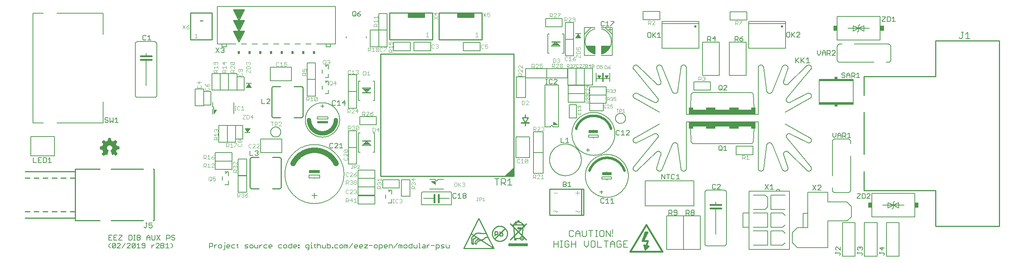
<source format=gto>
G75*
%MOIN*%
%OFA0B0*%
%FSLAX25Y25*%
%IPPOS*%
%LPD*%
%AMOC8*
5,1,8,0,0,1.08239X$1,22.5*
%
%ADD10R,0.01485X0.00015*%
%ADD11R,0.00045X0.00015*%
%ADD12R,0.00105X0.00015*%
%ADD13R,0.00165X0.00015*%
%ADD14R,0.00225X0.00015*%
%ADD15R,0.00285X0.00015*%
%ADD16R,0.00345X0.00015*%
%ADD17R,0.00405X0.00015*%
%ADD18R,0.00435X0.00015*%
%ADD19R,0.00465X0.00015*%
%ADD20R,0.00495X0.00015*%
%ADD21R,0.00540X0.00015*%
%ADD22R,0.00585X0.00015*%
%ADD23R,0.00645X0.00015*%
%ADD24R,0.00150X0.00015*%
%ADD25R,0.00675X0.00015*%
%ADD26R,0.00195X0.00015*%
%ADD27R,0.00705X0.00015*%
%ADD28R,0.00240X0.00015*%
%ADD29R,0.00735X0.00015*%
%ADD30R,0.00270X0.00015*%
%ADD31R,0.00765X0.00015*%
%ADD32R,0.00300X0.00015*%
%ADD33R,0.00810X0.00015*%
%ADD34R,0.00360X0.00015*%
%ADD35R,0.00855X0.00015*%
%ADD36R,0.00435X0.00015*%
%ADD37R,0.00915X0.00015*%
%ADD38R,0.00465X0.00015*%
%ADD39R,0.00945X0.00015*%
%ADD40R,0.00960X0.00015*%
%ADD41R,0.00525X0.00015*%
%ADD42R,0.00990X0.00015*%
%ADD43R,0.00555X0.00015*%
%ADD44R,0.01035X0.00015*%
%ADD45R,0.00600X0.00015*%
%ADD46R,0.01080X0.00015*%
%ADD47R,0.01125X0.00015*%
%ADD48R,0.01170X0.00015*%
%ADD49R,0.00720X0.00015*%
%ADD50R,0.01200X0.00015*%
%ADD51R,0.00750X0.00015*%
%ADD52R,0.01230X0.00015*%
%ADD53R,0.00780X0.00015*%
%ADD54R,0.01260X0.00015*%
%ADD55R,0.00810X0.00015*%
%ADD56R,0.01305X0.00015*%
%ADD57R,0.01365X0.00015*%
%ADD58R,0.00900X0.00015*%
%ADD59R,0.01395X0.00015*%
%ADD60R,0.01440X0.00015*%
%ADD61R,0.01470X0.00015*%
%ADD62R,0.01005X0.00015*%
%ADD63R,0.01500X0.00015*%
%ADD64R,0.01020X0.00015*%
%ADD65R,0.01530X0.00015*%
%ADD66R,0.01065X0.00015*%
%ADD67R,0.01575X0.00015*%
%ADD68R,0.01095X0.00015*%
%ADD69R,0.01635X0.00015*%
%ADD70R,0.01155X0.00015*%
%ADD71R,0.01680X0.00015*%
%ADD72R,0.01200X0.00015*%
%ADD73R,0.01710X0.00015*%
%ADD74R,0.01230X0.00015*%
%ADD75R,0.01725X0.00015*%
%ADD76R,0.01245X0.00015*%
%ADD77R,0.01755X0.00015*%
%ADD78R,0.01275X0.00015*%
%ADD79R,0.01800X0.00015*%
%ADD80R,0.01320X0.00015*%
%ADD81R,0.01860X0.00015*%
%ADD82R,0.01905X0.00015*%
%ADD83R,0.01410X0.00015*%
%ADD84R,0.01935X0.00015*%
%ADD85R,0.01455X0.00015*%
%ADD86R,0.01965X0.00015*%
%ADD87R,0.01485X0.00015*%
%ADD88R,0.01995X0.00015*%
%ADD89R,0.01515X0.00015*%
%ADD90R,0.02040X0.00015*%
%ADD91R,0.01530X0.00015*%
%ADD92R,0.02070X0.00015*%
%ADD93R,0.01575X0.00015*%
%ADD94R,0.02115X0.00015*%
%ADD95R,0.01620X0.00015*%
%ADD96R,0.02160X0.00015*%
%ADD97R,0.01665X0.00015*%
%ADD98R,0.02190X0.00015*%
%ADD99R,0.00075X0.00015*%
%ADD100R,0.01695X0.00015*%
%ADD101R,0.02220X0.00015*%
%ADD102R,0.00105X0.00015*%
%ADD103R,0.02235X0.00015*%
%ADD104R,0.00135X0.00015*%
%ADD105R,0.01755X0.00015*%
%ADD106R,0.02280X0.00015*%
%ADD107R,0.00180X0.00015*%
%ADD108R,0.01785X0.00015*%
%ADD109R,0.02340X0.00015*%
%ADD110R,0.00240X0.00015*%
%ADD111R,0.01830X0.00015*%
%ADD112R,0.02385X0.00015*%
%ADD113R,0.01890X0.00015*%
%ADD114R,0.02415X0.00015*%
%ADD115R,0.00330X0.00015*%
%ADD116R,0.00120X0.00015*%
%ADD117R,0.01920X0.00015*%
%ADD118R,0.02430X0.00015*%
%ADD119R,0.00375X0.00015*%
%ADD120R,0.02460X0.00015*%
%ADD121R,0.00405X0.00015*%
%ADD122R,0.00195X0.00015*%
%ADD123R,0.01965X0.00015*%
%ADD124R,0.02505X0.00015*%
%ADD125R,0.00210X0.00015*%
%ADD126R,0.02010X0.00015*%
%ADD127R,0.02535X0.00015*%
%ADD128R,0.00480X0.00015*%
%ADD129R,0.02580X0.00015*%
%ADD130R,0.00540X0.00015*%
%ADD131R,0.02085X0.00015*%
%ADD132R,0.02625X0.00015*%
%ADD133R,0.02130X0.00015*%
%ADD134R,0.02670X0.00015*%
%ADD135R,0.00630X0.00015*%
%ADD136R,0.02700X0.00015*%
%ADD137R,0.00660X0.00015*%
%ADD138R,0.00450X0.00015*%
%ADD139R,0.02190X0.00015*%
%ADD140R,0.02715X0.00015*%
%ADD141R,0.02205X0.00015*%
%ADD142R,0.02745X0.00015*%
%ADD143R,0.00510X0.00015*%
%ADD144R,0.02235X0.00015*%
%ADD145R,0.02775X0.00015*%
%ADD146R,0.02820X0.00015*%
%ADD147R,0.02310X0.00015*%
%ADD148R,0.02880X0.00015*%
%ADD149R,0.00855X0.00015*%
%ADD150R,0.02355X0.00015*%
%ADD151R,0.02895X0.00015*%
%ADD152R,0.00870X0.00015*%
%ADD153R,0.00660X0.00015*%
%ADD154R,0.02925X0.00015*%
%ADD155R,0.00690X0.00015*%
%ADD156R,0.02970X0.00015*%
%ADD157R,0.03000X0.00015*%
%ADD158R,0.00750X0.00015*%
%ADD159R,0.03045X0.00015*%
%ADD160R,0.01005X0.00015*%
%ADD161R,0.00780X0.00015*%
%ADD162R,0.02505X0.00015*%
%ADD163R,0.03090X0.00015*%
%ADD164R,0.01050X0.00015*%
%ADD165R,0.00825X0.00015*%
%ADD166R,0.02550X0.00015*%
%ADD167R,0.03135X0.00015*%
%ADD168R,0.01095X0.00015*%
%ADD169R,0.00870X0.00015*%
%ADD170R,0.03165X0.00015*%
%ADD171R,0.01125X0.00015*%
%ADD172R,0.02625X0.00015*%
%ADD173R,0.03195X0.00015*%
%ADD174R,0.01140X0.00015*%
%ADD175R,0.00930X0.00015*%
%ADD176R,0.02655X0.00015*%
%ADD177R,0.03210X0.00015*%
%ADD178R,0.00960X0.00015*%
%ADD179R,0.03240X0.00015*%
%ADD180R,0.02700X0.00015*%
%ADD181R,0.03285X0.00015*%
%ADD182R,0.01245X0.00015*%
%ADD183R,0.02745X0.00015*%
%ADD184R,0.03330X0.00015*%
%ADD185R,0.02790X0.00015*%
%ADD186R,0.03360X0.00015*%
%ADD187R,0.01110X0.00015*%
%ADD188R,0.02835X0.00015*%
%ADD189R,0.03390X0.00015*%
%ADD190R,0.01335X0.00015*%
%ADD191R,0.01140X0.00015*%
%ADD192R,0.02865X0.00015*%
%ADD193R,0.03420X0.00015*%
%ADD194R,0.01155X0.00015*%
%ADD195R,0.04905X0.00015*%
%ADD196R,0.04920X0.00015*%
%ADD197R,0.02940X0.00015*%
%ADD198R,0.04950X0.00015*%
%ADD199R,0.02985X0.00015*%
%ADD200R,0.04965X0.00015*%
%ADD201R,0.01275X0.00015*%
%ADD202R,0.03015X0.00015*%
%ADD203R,0.04980X0.00015*%
%ADD204R,0.03045X0.00015*%
%ADD205R,0.05010X0.00015*%
%ADD206R,0.01335X0.00015*%
%ADD207R,0.03075X0.00015*%
%ADD208R,0.01350X0.00015*%
%ADD209R,0.03105X0.00015*%
%ADD210R,0.05040X0.00015*%
%ADD211R,0.01380X0.00015*%
%ADD212R,0.05040X0.00015*%
%ADD213R,0.01410X0.00015*%
%ADD214R,0.03180X0.00015*%
%ADD215R,0.05070X0.00015*%
%ADD216R,0.03225X0.00015*%
%ADD217R,0.03255X0.00015*%
%ADD218R,0.05085X0.00015*%
%ADD219R,0.01515X0.00015*%
%ADD220R,0.03300X0.00015*%
%ADD221R,0.05100X0.00015*%
%ADD222R,0.04935X0.00015*%
%ADD223R,0.05115X0.00015*%
%ADD224R,0.04995X0.00015*%
%ADD225R,0.05130X0.00015*%
%ADD226R,0.05010X0.00015*%
%ADD227R,0.05130X0.00015*%
%ADD228R,0.05010X0.00015*%
%ADD229R,0.05025X0.00015*%
%ADD230R,0.05040X0.00015*%
%ADD231R,0.05055X0.00015*%
%ADD232R,0.05130X0.00015*%
%ADD233R,0.05085X0.00015*%
%ADD234R,0.05115X0.00015*%
%ADD235R,0.05145X0.00015*%
%ADD236R,0.05160X0.00015*%
%ADD237R,0.05130X0.00015*%
%ADD238R,0.05190X0.00015*%
%ADD239R,0.05190X0.00015*%
%ADD240R,0.05205X0.00015*%
%ADD241R,0.05220X0.00015*%
%ADD242R,0.05070X0.00015*%
%ADD243R,0.05085X0.00015*%
%ADD244R,0.05205X0.00015*%
%ADD245R,0.05220X0.00015*%
%ADD246R,0.05055X0.00015*%
%ADD247R,0.05025X0.00015*%
%ADD248R,0.05205X0.00015*%
%ADD249R,0.05025X0.00015*%
%ADD250R,0.05190X0.00015*%
%ADD251R,0.05190X0.00015*%
%ADD252R,0.04995X0.00015*%
%ADD253R,0.05175X0.00015*%
%ADD254R,0.04950X0.00015*%
%ADD255R,0.05145X0.00015*%
%ADD256R,0.05145X0.00015*%
%ADD257R,0.04920X0.00015*%
%ADD258R,0.04905X0.00015*%
%ADD259R,0.04905X0.00015*%
%ADD260R,0.05115X0.00015*%
%ADD261R,0.04890X0.00015*%
%ADD262R,0.04890X0.00015*%
%ADD263R,0.04875X0.00015*%
%ADD264R,0.04845X0.00015*%
%ADD265R,0.04830X0.00015*%
%ADD266R,0.04830X0.00015*%
%ADD267R,0.05070X0.00015*%
%ADD268R,0.04830X0.00015*%
%ADD269R,0.04815X0.00015*%
%ADD270R,0.04800X0.00015*%
%ADD271R,0.04800X0.00015*%
%ADD272R,0.05010X0.00015*%
%ADD273R,0.04785X0.00015*%
%ADD274R,0.04770X0.00015*%
%ADD275R,0.04770X0.00015*%
%ADD276R,0.04755X0.00015*%
%ADD277R,0.04740X0.00015*%
%ADD278R,0.04725X0.00015*%
%ADD279R,0.04725X0.00015*%
%ADD280R,0.04980X0.00015*%
%ADD281R,0.04710X0.00015*%
%ADD282R,0.04725X0.00015*%
%ADD283R,0.04710X0.00015*%
%ADD284R,0.04695X0.00015*%
%ADD285R,0.04680X0.00015*%
%ADD286R,0.04695X0.00015*%
%ADD287R,0.04680X0.00015*%
%ADD288R,0.04905X0.00015*%
%ADD289R,0.04665X0.00015*%
%ADD290R,0.04650X0.00015*%
%ADD291R,0.04635X0.00015*%
%ADD292R,0.04620X0.00015*%
%ADD293R,0.04620X0.00015*%
%ADD294R,0.04890X0.00015*%
%ADD295R,0.04605X0.00015*%
%ADD296R,0.04605X0.00015*%
%ADD297R,0.04590X0.00015*%
%ADD298R,0.04845X0.00015*%
%ADD299R,0.04575X0.00015*%
%ADD300R,0.04590X0.00015*%
%ADD301R,0.04575X0.00015*%
%ADD302R,0.04845X0.00015*%
%ADD303R,0.04560X0.00015*%
%ADD304R,0.04545X0.00015*%
%ADD305R,0.04530X0.00015*%
%ADD306R,0.04515X0.00015*%
%ADD307R,0.04530X0.00015*%
%ADD308R,0.04500X0.00015*%
%ADD309R,0.04515X0.00015*%
%ADD310R,0.04785X0.00015*%
%ADD311R,0.04485X0.00015*%
%ADD312R,0.04755X0.00015*%
%ADD313R,0.04470X0.00015*%
%ADD314R,0.04740X0.00015*%
%ADD315R,0.04485X0.00015*%
%ADD316R,0.04755X0.00015*%
%ADD317R,0.04545X0.00015*%
%ADD318R,0.04695X0.00015*%
%ADD319R,0.04680X0.00015*%
%ADD320R,0.04665X0.00015*%
%ADD321R,0.04725X0.00015*%
%ADD322R,0.04680X0.00015*%
%ADD323R,0.04860X0.00015*%
%ADD324R,0.04740X0.00015*%
%ADD325R,0.04875X0.00015*%
%ADD326R,0.04965X0.00015*%
%ADD327R,0.04860X0.00015*%
%ADD328R,0.04995X0.00015*%
%ADD329R,0.04875X0.00015*%
%ADD330R,0.04980X0.00015*%
%ADD331R,0.05235X0.00015*%
%ADD332R,0.05235X0.00015*%
%ADD333R,0.05250X0.00015*%
%ADD334R,0.05280X0.00015*%
%ADD335R,0.05295X0.00015*%
%ADD336R,0.05325X0.00015*%
%ADD337R,0.05340X0.00015*%
%ADD338R,0.05235X0.00015*%
%ADD339R,0.05355X0.00015*%
%ADD340R,0.05370X0.00015*%
%ADD341R,0.05265X0.00015*%
%ADD342R,0.05370X0.00015*%
%ADD343R,0.05280X0.00015*%
%ADD344R,0.05385X0.00015*%
%ADD345R,0.05295X0.00015*%
%ADD346R,0.05400X0.00015*%
%ADD347R,0.05415X0.00015*%
%ADD348R,0.05310X0.00015*%
%ADD349R,0.05430X0.00015*%
%ADD350R,0.05445X0.00015*%
%ADD351R,0.05460X0.00015*%
%ADD352R,0.05355X0.00015*%
%ADD353R,0.05475X0.00015*%
%ADD354R,0.05505X0.00015*%
%ADD355R,0.05520X0.00015*%
%ADD356R,0.05535X0.00015*%
%ADD357R,0.05550X0.00015*%
%ADD358R,0.05550X0.00015*%
%ADD359R,0.05475X0.00015*%
%ADD360R,0.05490X0.00015*%
%ADD361R,0.05475X0.00015*%
%ADD362R,0.05385X0.00015*%
%ADD363R,0.05370X0.00015*%
%ADD364R,0.05325X0.00015*%
%ADD365R,0.05310X0.00015*%
%ADD366R,0.05265X0.00015*%
%ADD367R,0.05175X0.00015*%
%ADD368R,0.04980X0.00015*%
%ADD369R,0.04965X0.00015*%
%ADD370R,0.04860X0.00015*%
%ADD371R,0.04845X0.00015*%
%ADD372R,0.04815X0.00015*%
%ADD373R,0.04770X0.00015*%
%ADD374R,0.05295X0.00015*%
%ADD375R,0.04635X0.00015*%
%ADD376R,0.05610X0.00015*%
%ADD377R,0.05700X0.00015*%
%ADD378R,0.05760X0.00015*%
%ADD379R,0.05805X0.00015*%
%ADD380R,0.05850X0.00015*%
%ADD381R,0.05895X0.00015*%
%ADD382R,0.06000X0.00015*%
%ADD383R,0.06135X0.00015*%
%ADD384R,0.06225X0.00015*%
%ADD385R,0.06300X0.00015*%
%ADD386R,0.06330X0.00015*%
%ADD387R,0.06375X0.00015*%
%ADD388R,0.06450X0.00015*%
%ADD389R,0.06570X0.00015*%
%ADD390R,0.05565X0.00015*%
%ADD391R,0.06690X0.00015*%
%ADD392R,0.06735X0.00015*%
%ADD393R,0.05790X0.00015*%
%ADD394R,0.06765X0.00015*%
%ADD395R,0.05850X0.00015*%
%ADD396R,0.06780X0.00015*%
%ADD397R,0.05895X0.00015*%
%ADD398R,0.06795X0.00015*%
%ADD399R,0.05955X0.00015*%
%ADD400R,0.06810X0.00015*%
%ADD401R,0.06060X0.00015*%
%ADD402R,0.06195X0.00015*%
%ADD403R,0.06825X0.00015*%
%ADD404R,0.06330X0.00015*%
%ADD405R,0.06840X0.00015*%
%ADD406R,0.06390X0.00015*%
%ADD407R,0.06495X0.00015*%
%ADD408R,0.06840X0.00015*%
%ADD409R,0.06555X0.00015*%
%ADD410R,0.06825X0.00015*%
%ADD411R,0.06645X0.00015*%
%ADD412R,0.06825X0.00015*%
%ADD413R,0.06705X0.00015*%
%ADD414R,0.06705X0.00015*%
%ADD415R,0.06810X0.00015*%
%ADD416R,0.06720X0.00015*%
%ADD417R,0.06795X0.00015*%
%ADD418R,0.06750X0.00015*%
%ADD419R,0.06765X0.00015*%
%ADD420R,0.06795X0.00015*%
%ADD421R,0.06780X0.00015*%
%ADD422R,0.06780X0.00015*%
%ADD423R,0.06750X0.00015*%
%ADD424R,0.06720X0.00015*%
%ADD425R,0.06720X0.00015*%
%ADD426R,0.06705X0.00015*%
%ADD427R,0.06705X0.00015*%
%ADD428R,0.06690X0.00015*%
%ADD429R,0.06675X0.00015*%
%ADD430R,0.06690X0.00015*%
%ADD431R,0.06675X0.00015*%
%ADD432R,0.06675X0.00015*%
%ADD433R,0.06660X0.00015*%
%ADD434R,0.06675X0.00015*%
%ADD435R,0.06660X0.00015*%
%ADD436R,0.06660X0.00015*%
%ADD437R,0.06645X0.00015*%
%ADD438R,0.06630X0.00015*%
%ADD439R,0.06660X0.00015*%
%ADD440R,0.06630X0.00015*%
%ADD441R,0.06645X0.00015*%
%ADD442R,0.06735X0.00015*%
%ADD443R,0.06765X0.00015*%
%ADD444R,0.06780X0.00015*%
%ADD445R,0.06825X0.00015*%
%ADD446R,0.06855X0.00015*%
%ADD447R,0.06855X0.00015*%
%ADD448R,0.06870X0.00015*%
%ADD449R,0.06885X0.00015*%
%ADD450R,0.06525X0.00015*%
%ADD451R,0.06405X0.00015*%
%ADD452R,0.06255X0.00015*%
%ADD453R,0.06165X0.00015*%
%ADD454R,0.06870X0.00015*%
%ADD455R,0.06120X0.00015*%
%ADD456R,0.06885X0.00015*%
%ADD457R,0.06060X0.00015*%
%ADD458R,0.06015X0.00015*%
%ADD459R,0.05910X0.00015*%
%ADD460R,0.05670X0.00015*%
%ADD461R,0.05595X0.00015*%
%ADD462R,0.06585X0.00015*%
%ADD463R,0.05160X0.00015*%
%ADD464R,0.06390X0.00015*%
%ADD465R,0.05025X0.00015*%
%ADD466R,0.06330X0.00015*%
%ADD467R,0.06075X0.00015*%
%ADD468R,0.05820X0.00015*%
%ADD469R,0.05775X0.00015*%
%ADD470R,0.05685X0.00015*%
%ADD471R,0.05460X0.00015*%
%ADD472R,0.04860X0.00015*%
%ADD473R,0.04935X0.00015*%
%ADD474R,0.05160X0.00015*%
%ADD475R,0.05325X0.00015*%
%ADD476R,0.05340X0.00015*%
%ADD477R,0.05355X0.00015*%
%ADD478R,0.05430X0.00015*%
%ADD479R,0.05535X0.00015*%
%ADD480R,0.05595X0.00015*%
%ADD481R,0.05640X0.00015*%
%ADD482R,0.05640X0.00015*%
%ADD483R,0.05670X0.00015*%
%ADD484R,0.05685X0.00015*%
%ADD485R,0.05700X0.00015*%
%ADD486R,0.05715X0.00015*%
%ADD487R,0.05715X0.00015*%
%ADD488R,0.05730X0.00015*%
%ADD489R,0.05745X0.00015*%
%ADD490R,0.05760X0.00015*%
%ADD491R,0.06000X0.00015*%
%ADD492R,0.06105X0.00015*%
%ADD493R,0.06180X0.00015*%
%ADD494R,0.06210X0.00015*%
%ADD495R,0.12690X0.00015*%
%ADD496R,0.12675X0.00015*%
%ADD497R,0.12660X0.00015*%
%ADD498R,0.12660X0.00015*%
%ADD499R,0.12645X0.00015*%
%ADD500R,0.12615X0.00015*%
%ADD501R,0.12600X0.00015*%
%ADD502R,0.12585X0.00015*%
%ADD503R,0.12555X0.00015*%
%ADD504R,0.12540X0.00015*%
%ADD505R,0.12525X0.00015*%
%ADD506R,0.12510X0.00015*%
%ADD507R,0.12510X0.00015*%
%ADD508R,0.12480X0.00015*%
%ADD509R,0.12450X0.00015*%
%ADD510R,0.12435X0.00015*%
%ADD511R,0.12420X0.00015*%
%ADD512R,0.12390X0.00015*%
%ADD513R,0.12375X0.00015*%
%ADD514R,0.12360X0.00015*%
%ADD515R,0.12330X0.00015*%
%ADD516R,0.12300X0.00015*%
%ADD517R,0.12285X0.00015*%
%ADD518R,0.12270X0.00015*%
%ADD519R,0.12255X0.00015*%
%ADD520R,0.12240X0.00015*%
%ADD521R,0.12225X0.00015*%
%ADD522R,0.12195X0.00015*%
%ADD523R,0.12165X0.00015*%
%ADD524R,0.12150X0.00015*%
%ADD525R,0.12135X0.00015*%
%ADD526R,0.12120X0.00015*%
%ADD527R,0.12090X0.00015*%
%ADD528R,0.12075X0.00015*%
%ADD529R,0.12060X0.00015*%
%ADD530R,0.12045X0.00015*%
%ADD531R,0.12015X0.00015*%
%ADD532R,0.12000X0.00015*%
%ADD533R,0.11985X0.00015*%
%ADD534R,0.11955X0.00015*%
%ADD535R,0.11940X0.00015*%
%ADD536R,0.11925X0.00015*%
%ADD537R,0.11910X0.00015*%
%ADD538R,0.11910X0.00015*%
%ADD539R,0.11880X0.00015*%
%ADD540R,0.11850X0.00015*%
%ADD541R,0.11835X0.00015*%
%ADD542R,0.11805X0.00015*%
%ADD543R,0.11775X0.00015*%
%ADD544R,0.11760X0.00015*%
%ADD545R,0.11745X0.00015*%
%ADD546R,0.11730X0.00015*%
%ADD547R,0.11700X0.00015*%
%ADD548R,0.11700X0.00015*%
%ADD549R,0.11685X0.00015*%
%ADD550R,0.11655X0.00015*%
%ADD551R,0.11640X0.00015*%
%ADD552R,0.11625X0.00015*%
%ADD553R,0.11625X0.00015*%
%ADD554R,0.11670X0.00015*%
%ADD555R,0.11715X0.00015*%
%ADD556R,0.11790X0.00015*%
%ADD557R,0.11820X0.00015*%
%ADD558R,0.11820X0.00015*%
%ADD559R,0.11880X0.00015*%
%ADD560R,0.11895X0.00015*%
%ADD561R,0.11970X0.00015*%
%ADD562R,0.12045X0.00015*%
%ADD563R,0.12075X0.00015*%
%ADD564R,0.12105X0.00015*%
%ADD565R,0.12135X0.00015*%
%ADD566R,0.12165X0.00015*%
%ADD567R,0.12180X0.00015*%
%ADD568R,0.12195X0.00015*%
%ADD569R,0.12210X0.00015*%
%ADD570R,0.12225X0.00015*%
%ADD571R,0.12255X0.00015*%
%ADD572R,0.12360X0.00015*%
%ADD573R,0.12390X0.00015*%
%ADD574R,0.12405X0.00015*%
%ADD575R,0.12435X0.00015*%
%ADD576R,0.12480X0.00015*%
%ADD577R,0.12480X0.00015*%
%ADD578R,0.12510X0.00015*%
%ADD579R,0.12570X0.00015*%
%ADD580R,0.12630X0.00015*%
%ADD581R,0.12675X0.00015*%
%ADD582R,0.12705X0.00015*%
%ADD583R,0.12735X0.00015*%
%ADD584R,0.12750X0.00015*%
%ADD585R,0.12780X0.00015*%
%ADD586R,0.12795X0.00015*%
%ADD587R,0.12810X0.00015*%
%ADD588R,0.12840X0.00015*%
%ADD589R,0.12855X0.00015*%
%ADD590R,0.12885X0.00015*%
%ADD591R,0.12900X0.00015*%
%ADD592R,0.12915X0.00015*%
%ADD593R,0.12945X0.00015*%
%ADD594R,0.12960X0.00015*%
%ADD595R,0.12990X0.00015*%
%ADD596R,0.13005X0.00015*%
%ADD597R,0.13020X0.00015*%
%ADD598R,0.13035X0.00015*%
%ADD599R,0.13065X0.00015*%
%ADD600R,0.13080X0.00015*%
%ADD601R,0.13110X0.00015*%
%ADD602R,0.13125X0.00015*%
%ADD603R,0.13155X0.00015*%
%ADD604R,0.13170X0.00015*%
%ADD605R,0.13200X0.00015*%
%ADD606R,0.13230X0.00015*%
%ADD607R,0.13260X0.00015*%
%ADD608R,0.13290X0.00015*%
%ADD609R,0.13320X0.00015*%
%ADD610R,0.13350X0.00015*%
%ADD611R,0.13365X0.00015*%
%ADD612R,0.13395X0.00015*%
%ADD613R,0.13425X0.00015*%
%ADD614R,0.13455X0.00015*%
%ADD615R,0.13470X0.00015*%
%ADD616R,0.13500X0.00015*%
%ADD617R,0.13530X0.00015*%
%ADD618R,0.13560X0.00015*%
%ADD619R,0.13575X0.00015*%
%ADD620R,0.13605X0.00015*%
%ADD621R,0.13635X0.00015*%
%ADD622R,0.13650X0.00015*%
%ADD623R,0.13680X0.00015*%
%ADD624R,0.13695X0.00015*%
%ADD625R,0.13725X0.00015*%
%ADD626R,0.13740X0.00015*%
%ADD627R,0.13770X0.00015*%
%ADD628R,0.13785X0.00015*%
%ADD629R,0.13800X0.00015*%
%ADD630R,0.13830X0.00015*%
%ADD631R,0.13860X0.00015*%
%ADD632R,0.13875X0.00015*%
%ADD633R,0.13905X0.00015*%
%ADD634R,0.13935X0.00015*%
%ADD635R,0.13950X0.00015*%
%ADD636R,0.13980X0.00015*%
%ADD637R,0.14010X0.00015*%
%ADD638R,0.14025X0.00015*%
%ADD639R,0.14055X0.00015*%
%ADD640R,0.14070X0.00015*%
%ADD641R,0.14085X0.00015*%
%ADD642R,0.14115X0.00015*%
%ADD643R,0.14145X0.00015*%
%ADD644R,0.14160X0.00015*%
%ADD645R,0.14190X0.00015*%
%ADD646R,0.14205X0.00015*%
%ADD647R,0.14220X0.00015*%
%ADD648R,0.14235X0.00015*%
%ADD649R,0.14265X0.00015*%
%ADD650R,0.14280X0.00015*%
%ADD651R,0.14295X0.00015*%
%ADD652R,0.14295X0.00015*%
%ADD653R,0.14250X0.00015*%
%ADD654R,0.14205X0.00015*%
%ADD655R,0.14175X0.00015*%
%ADD656R,0.14160X0.00015*%
%ADD657R,0.14130X0.00015*%
%ADD658R,0.14100X0.00015*%
%ADD659R,0.14040X0.00015*%
%ADD660R,0.14010X0.00015*%
%ADD661R,0.03465X0.00015*%
%ADD662R,0.10440X0.00015*%
%ADD663R,0.03420X0.00015*%
%ADD664R,0.10395X0.00015*%
%ADD665R,0.03375X0.00015*%
%ADD666R,0.10335X0.00015*%
%ADD667R,0.03570X0.00015*%
%ADD668R,0.06600X0.00015*%
%ADD669R,0.03525X0.00015*%
%ADD670R,0.03270X0.00015*%
%ADD671R,0.03495X0.00015*%
%ADD672R,0.03210X0.00015*%
%ADD673R,0.06480X0.00015*%
%ADD674R,0.03435X0.00015*%
%ADD675R,0.03165X0.00015*%
%ADD676R,0.03390X0.00015*%
%ADD677R,0.03120X0.00015*%
%ADD678R,0.06315X0.00015*%
%ADD679R,0.03345X0.00015*%
%ADD680R,0.03090X0.00015*%
%ADD681R,0.03075X0.00015*%
%ADD682R,0.06225X0.00015*%
%ADD683R,0.03270X0.00015*%
%ADD684R,0.06180X0.00015*%
%ADD685R,0.02970X0.00015*%
%ADD686R,0.06075X0.00015*%
%ADD687R,0.03195X0.00015*%
%ADD688R,0.02925X0.00015*%
%ADD689R,0.05985X0.00015*%
%ADD690R,0.03135X0.00015*%
%ADD691R,0.02850X0.00015*%
%ADD692R,0.05835X0.00015*%
%ADD693R,0.03030X0.00015*%
%ADD694R,0.02805X0.00015*%
%ADD695R,0.02730X0.00015*%
%ADD696R,0.05625X0.00015*%
%ADD697R,0.02925X0.00015*%
%ADD698R,0.02640X0.00015*%
%ADD699R,0.02595X0.00015*%
%ADD700R,0.02565X0.00015*%
%ADD701R,0.02760X0.00015*%
%ADD702R,0.02520X0.00015*%
%ADD703R,0.02730X0.00015*%
%ADD704R,0.02475X0.00015*%
%ADD705R,0.02685X0.00015*%
%ADD706R,0.02445X0.00015*%
%ADD707R,0.02400X0.00015*%
%ADD708R,0.02370X0.00015*%
%ADD709R,0.02565X0.00015*%
%ADD710R,0.02340X0.00015*%
%ADD711R,0.02325X0.00015*%
%ADD712R,0.02505X0.00015*%
%ADD713R,0.02280X0.00015*%
%ADD714R,0.02460X0.00015*%
%ADD715R,0.04560X0.00015*%
%ADD716R,0.02190X0.00015*%
%ADD717R,0.04440X0.00015*%
%ADD718R,0.02370X0.00015*%
%ADD719R,0.02145X0.00015*%
%ADD720R,0.04365X0.00015*%
%ADD721R,0.04320X0.00015*%
%ADD722R,0.02310X0.00015*%
%ADD723R,0.02100X0.00015*%
%ADD724R,0.04260X0.00015*%
%ADD725R,0.04200X0.00015*%
%ADD726R,0.02265X0.00015*%
%ADD727R,0.02040X0.00015*%
%ADD728R,0.04095X0.00015*%
%ADD729R,0.02220X0.00015*%
%ADD730R,0.03915X0.00015*%
%ADD731R,0.02175X0.00015*%
%ADD732R,0.03765X0.00015*%
%ADD733R,0.03675X0.00015*%
%ADD734R,0.01890X0.00015*%
%ADD735R,0.03615X0.00015*%
%ADD736R,0.02055X0.00015*%
%ADD737R,0.01860X0.00015*%
%ADD738R,0.03555X0.00015*%
%ADD739R,0.01815X0.00015*%
%ADD740R,0.03450X0.00015*%
%ADD741R,0.01725X0.00015*%
%ADD742R,0.03315X0.00015*%
%ADD743R,0.01905X0.00015*%
%ADD744R,0.01680X0.00015*%
%ADD745R,0.01650X0.00015*%
%ADD746R,0.01620X0.00015*%
%ADD747R,0.01590X0.00015*%
%ADD748R,0.01770X0.00015*%
%ADD749R,0.01560X0.00015*%
%ADD750R,0.03240X0.00015*%
%ADD751R,0.01740X0.00015*%
%ADD752R,0.01665X0.00015*%
%ADD753R,0.01455X0.00015*%
%ADD754R,0.01635X0.00015*%
%ADD755R,0.01410X0.00015*%
%ADD756R,0.01395X0.00015*%
%ADD757R,0.01365X0.00015*%
%ADD758R,0.01335X0.00015*%
%ADD759R,0.01290X0.00015*%
%ADD760R,0.03210X0.00015*%
%ADD761R,0.01455X0.00015*%
%ADD762R,0.01185X0.00015*%
%ADD763R,0.01290X0.00015*%
%ADD764R,0.01110X0.00015*%
%ADD765R,0.01260X0.00015*%
%ADD766R,0.03180X0.00015*%
%ADD767R,0.00975X0.00015*%
%ADD768R,0.03150X0.00015*%
%ADD769R,0.00885X0.00015*%
%ADD770R,0.03150X0.00015*%
%ADD771R,0.01050X0.00015*%
%ADD772R,0.00795X0.00015*%
%ADD773R,0.00885X0.00015*%
%ADD774R,0.00690X0.00015*%
%ADD775R,0.00840X0.00015*%
%ADD776R,0.00570X0.00015*%
%ADD777R,0.00525X0.00015*%
%ADD778R,0.03105X0.00015*%
%ADD779R,0.00660X0.00015*%
%ADD780R,0.00615X0.00015*%
%ADD781R,0.00420X0.00015*%
%ADD782R,0.00555X0.00015*%
%ADD783R,0.00390X0.00015*%
%ADD784R,0.00525X0.00015*%
%ADD785R,0.00360X0.00015*%
%ADD786R,0.00495X0.00015*%
%ADD787R,0.03075X0.00015*%
%ADD788R,0.00450X0.00015*%
%ADD789R,0.00225X0.00015*%
%ADD790R,0.00345X0.00015*%
%ADD791R,0.00255X0.00015*%
%ADD792R,0.03060X0.00015*%
%ADD793R,0.00180X0.00015*%
%ADD794R,0.00075X0.00015*%
%ADD795R,0.03000X0.00015*%
%ADD796R,0.02955X0.00015*%
%ADD797R,0.02940X0.00015*%
%ADD798R,0.02940X0.00015*%
%ADD799R,0.02910X0.00015*%
%ADD800R,0.02910X0.00015*%
%ADD801R,0.02865X0.00015*%
%ADD802R,0.02805X0.00015*%
%ADD803R,0.02775X0.00015*%
%ADD804R,0.02760X0.00015*%
%ADD805R,0.02655X0.00015*%
%ADD806R,0.02640X0.00015*%
%ADD807R,0.02610X0.00015*%
%ADD808R,0.02595X0.00015*%
%ADD809R,0.02535X0.00015*%
%ADD810R,0.02475X0.00015*%
%ADD811R,0.02175X0.00015*%
%ADD812R,0.01575X0.00015*%
%ADD813C,0.00500*%
%ADD814C,0.01600*%
%ADD815C,0.00700*%
%ADD816C,0.01000*%
%ADD817C,0.00600*%
%ADD818R,0.03500X0.05000*%
%ADD819R,0.31496X0.01969*%
%ADD820R,0.03000X0.02250*%
%ADD821C,0.00400*%
%ADD822C,0.02174*%
%ADD823R,0.09000X0.02500*%
%ADD824C,0.02400*%
%ADD825R,0.62000X0.04000*%
%ADD826R,0.04000X0.02000*%
%ADD827R,0.08500X0.02000*%
%ADD828C,0.00300*%
%ADD829R,0.16000X0.04000*%
%ADD830R,0.09000X0.02000*%
%ADD831R,0.07000X0.02000*%
%ADD832R,0.05000X0.02000*%
%ADD833R,0.03000X0.02000*%
%ADD834R,0.01000X0.01000*%
%ADD835R,0.02000X0.03000*%
%ADD836C,0.00800*%
%ADD837R,0.08268X0.01181*%
%ADD838R,0.05512X0.00787*%
%ADD839R,0.10000X0.02500*%
%ADD840C,0.05000*%
%ADD841R,0.10000X0.02000*%
%ADD842C,0.04000*%
%ADD843R,0.18000X0.03000*%
D10*
X0135319Y0162933D03*
D11*
X0132429Y0157224D03*
X0140634Y0158094D03*
X0143814Y0157389D03*
D12*
X0132429Y0157239D03*
D13*
X0132429Y0157254D03*
D14*
X0132429Y0157269D03*
D15*
X0132429Y0157283D03*
X0132519Y0171669D03*
D16*
X0132429Y0157298D03*
X0140679Y0158183D03*
D17*
X0140694Y0158198D03*
X0132429Y0157313D03*
D18*
X0132429Y0157329D03*
D19*
X0132429Y0157344D03*
D20*
X0132429Y0157359D03*
X0143814Y0157524D03*
D21*
X0132436Y0157374D03*
D22*
X0132444Y0157389D03*
X0135459Y0158198D03*
X0140769Y0158289D03*
D23*
X0140784Y0158304D03*
X0143799Y0157583D03*
X0132444Y0157404D03*
D24*
X0140626Y0158124D03*
X0143821Y0157404D03*
D25*
X0143799Y0157598D03*
X0135429Y0158244D03*
X0132444Y0157419D03*
D26*
X0143814Y0157419D03*
D27*
X0140814Y0158348D03*
X0135414Y0158259D03*
X0132444Y0157433D03*
D28*
X0143822Y0157433D03*
D29*
X0132444Y0157448D03*
D30*
X0140657Y0158169D03*
X0143822Y0157448D03*
D31*
X0135399Y0158274D03*
X0132444Y0157463D03*
D32*
X0135557Y0158094D03*
X0143822Y0157463D03*
X0143446Y0171713D03*
D33*
X0132451Y0157479D03*
D34*
X0143822Y0157479D03*
D35*
X0143784Y0157674D03*
X0132459Y0157494D03*
D36*
X0135519Y0158154D03*
X0140709Y0158213D03*
X0143814Y0157494D03*
D37*
X0140874Y0158424D03*
X0135339Y0158348D03*
X0132459Y0157509D03*
X0132549Y0171413D03*
D38*
X0132534Y0171594D03*
X0143814Y0157509D03*
D39*
X0143784Y0157704D03*
X0135324Y0158363D03*
X0132459Y0157524D03*
X0143424Y0171474D03*
X0137844Y0173589D03*
D40*
X0132466Y0157539D03*
D41*
X0143814Y0157539D03*
D42*
X0143776Y0157719D03*
X0140897Y0158469D03*
X0132467Y0157554D03*
X0143417Y0171459D03*
D43*
X0143814Y0157554D03*
D44*
X0132474Y0157569D03*
D45*
X0143807Y0157569D03*
X0132542Y0171548D03*
D46*
X0143417Y0171413D03*
X0140926Y0158498D03*
X0132467Y0157583D03*
D47*
X0132474Y0157598D03*
D48*
X0132481Y0157613D03*
X0135257Y0158454D03*
X0140957Y0158559D03*
X0143401Y0171383D03*
D49*
X0143432Y0171563D03*
X0143791Y0157613D03*
D50*
X0132481Y0157629D03*
D51*
X0143791Y0157629D03*
D52*
X0132481Y0157644D03*
X0132572Y0171294D03*
X0143401Y0171369D03*
D53*
X0143432Y0171533D03*
X0143791Y0157644D03*
D54*
X0132482Y0157659D03*
D55*
X0135376Y0158289D03*
X0143791Y0157659D03*
X0143432Y0171519D03*
D56*
X0141009Y0158619D03*
X0132489Y0157674D03*
D57*
X0132489Y0157689D03*
X0135189Y0158544D03*
X0143754Y0157883D03*
D58*
X0143777Y0157689D03*
X0135346Y0158333D03*
D59*
X0132489Y0157704D03*
D60*
X0132497Y0157719D03*
D61*
X0132497Y0157733D03*
X0141047Y0158709D03*
D62*
X0143769Y0157733D03*
D63*
X0132496Y0157748D03*
X0132586Y0171189D03*
X0143386Y0171263D03*
D64*
X0143417Y0171444D03*
X0132556Y0171383D03*
X0143776Y0157748D03*
D65*
X0132497Y0157763D03*
D66*
X0143769Y0157763D03*
D67*
X0132504Y0157779D03*
D68*
X0143769Y0157779D03*
D69*
X0132504Y0157794D03*
D70*
X0143769Y0157794D03*
D71*
X0132511Y0157809D03*
D72*
X0135257Y0158469D03*
X0140972Y0158574D03*
X0143762Y0157809D03*
D73*
X0132511Y0157824D03*
D74*
X0143761Y0157824D03*
D75*
X0143724Y0158033D03*
X0132519Y0157839D03*
D76*
X0143754Y0157839D03*
D77*
X0132519Y0157854D03*
D78*
X0135219Y0158498D03*
X0143754Y0157854D03*
D79*
X0132512Y0157869D03*
X0143372Y0171144D03*
D80*
X0143402Y0171324D03*
X0143747Y0157869D03*
X0135211Y0158513D03*
D81*
X0132526Y0157883D03*
D82*
X0132534Y0157898D03*
X0132609Y0171024D03*
D83*
X0143747Y0157898D03*
D84*
X0143709Y0158124D03*
X0132534Y0157913D03*
X0132609Y0171009D03*
X0138024Y0173559D03*
D85*
X0141039Y0158694D03*
X0143739Y0157913D03*
D86*
X0132534Y0157929D03*
D87*
X0143739Y0157929D03*
D88*
X0132534Y0157944D03*
X0132609Y0170994D03*
D89*
X0143739Y0157944D03*
D90*
X0143701Y0158169D03*
X0132542Y0157959D03*
X0143357Y0171054D03*
D91*
X0143386Y0171248D03*
X0143731Y0157959D03*
D92*
X0132542Y0157974D03*
X0132616Y0170963D03*
D93*
X0143739Y0157974D03*
D94*
X0132549Y0157989D03*
D95*
X0143732Y0157989D03*
D96*
X0143686Y0158213D03*
X0132557Y0158004D03*
D97*
X0143724Y0158004D03*
D98*
X0132557Y0158019D03*
D99*
X0135609Y0158019D03*
D100*
X0143724Y0158019D03*
D101*
X0132556Y0158033D03*
D102*
X0135609Y0158033D03*
D103*
X0132564Y0158048D03*
X0132624Y0170889D03*
X0138039Y0173513D03*
D104*
X0135609Y0158048D03*
D105*
X0143724Y0158048D03*
D106*
X0143672Y0158274D03*
X0132572Y0158063D03*
D107*
X0135586Y0158063D03*
D108*
X0143724Y0158063D03*
X0132594Y0171083D03*
D109*
X0132572Y0158079D03*
D110*
X0135572Y0158079D03*
D111*
X0143716Y0158079D03*
X0143372Y0171129D03*
D112*
X0143664Y0158319D03*
X0132579Y0158094D03*
D113*
X0143717Y0158094D03*
D114*
X0143664Y0158333D03*
X0132579Y0158109D03*
X0143319Y0170889D03*
D115*
X0132527Y0171654D03*
X0135542Y0158109D03*
D116*
X0140626Y0158109D03*
X0132526Y0171698D03*
D117*
X0143717Y0158109D03*
D118*
X0143657Y0158348D03*
X0132586Y0158124D03*
X0138031Y0173439D03*
D119*
X0135534Y0158124D03*
D120*
X0132586Y0158139D03*
X0143657Y0158363D03*
D121*
X0135534Y0158139D03*
D122*
X0140634Y0158139D03*
D123*
X0143709Y0158139D03*
X0143364Y0171083D03*
D124*
X0132594Y0158154D03*
D125*
X0140641Y0158154D03*
D126*
X0143701Y0158154D03*
X0143357Y0171069D03*
D127*
X0143304Y0170844D03*
X0138024Y0173183D03*
X0138024Y0173198D03*
X0138024Y0173213D03*
X0138024Y0173244D03*
X0132594Y0158169D03*
D128*
X0135511Y0158169D03*
X0140717Y0158244D03*
X0143447Y0171654D03*
D129*
X0143297Y0170813D03*
X0138032Y0173109D03*
X0143641Y0158409D03*
X0132602Y0158183D03*
D130*
X0135482Y0158183D03*
X0140747Y0158274D03*
D131*
X0143694Y0158183D03*
X0143349Y0171024D03*
D132*
X0132609Y0158198D03*
D133*
X0143686Y0158198D03*
X0143342Y0171009D03*
X0132616Y0170933D03*
D134*
X0132677Y0170694D03*
X0138016Y0172898D03*
X0138016Y0172913D03*
X0143627Y0158454D03*
X0132616Y0158213D03*
D135*
X0135451Y0158213D03*
X0132542Y0171533D03*
D136*
X0138016Y0172779D03*
X0132616Y0158229D03*
D137*
X0135436Y0158229D03*
D138*
X0140717Y0158229D03*
D139*
X0143686Y0158229D03*
D140*
X0132624Y0158244D03*
X0138024Y0172674D03*
X0138024Y0172689D03*
X0138024Y0172704D03*
X0138024Y0172719D03*
X0138024Y0172733D03*
D141*
X0143679Y0158244D03*
D142*
X0132624Y0158259D03*
X0138024Y0172598D03*
D143*
X0140732Y0158259D03*
D144*
X0143679Y0158259D03*
D145*
X0132624Y0158274D03*
X0132684Y0170663D03*
X0143274Y0170739D03*
D146*
X0138017Y0172433D03*
X0138017Y0172448D03*
X0132691Y0170633D03*
X0132632Y0158289D03*
D147*
X0143672Y0158289D03*
D148*
X0143611Y0158544D03*
X0132632Y0158304D03*
X0132691Y0170604D03*
X0138017Y0172224D03*
X0138017Y0172239D03*
X0138017Y0172254D03*
X0138017Y0172269D03*
X0138017Y0172283D03*
X0138017Y0172298D03*
X0138017Y0172313D03*
X0143267Y0170694D03*
D149*
X0135354Y0158304D03*
D150*
X0143664Y0158304D03*
D151*
X0143604Y0158559D03*
X0132639Y0158319D03*
D152*
X0135347Y0158319D03*
D153*
X0140792Y0158319D03*
X0132542Y0171519D03*
D154*
X0132639Y0158333D03*
D155*
X0140807Y0158333D03*
D156*
X0132647Y0158348D03*
D157*
X0132646Y0158363D03*
X0138001Y0171863D03*
X0138001Y0171894D03*
X0138001Y0171909D03*
X0143251Y0170648D03*
D158*
X0143432Y0171548D03*
X0132541Y0171489D03*
X0140821Y0158363D03*
D159*
X0132654Y0158379D03*
D160*
X0135309Y0158379D03*
D161*
X0140836Y0158379D03*
D162*
X0143649Y0158379D03*
D163*
X0132661Y0158394D03*
X0138017Y0171624D03*
X0138017Y0171639D03*
X0138017Y0171654D03*
D164*
X0132556Y0171369D03*
X0135287Y0158394D03*
X0140911Y0158483D03*
D165*
X0140859Y0158394D03*
X0132549Y0171459D03*
D166*
X0138032Y0173169D03*
X0143641Y0158394D03*
D167*
X0143574Y0158663D03*
X0132669Y0158409D03*
X0138009Y0171459D03*
X0138009Y0171474D03*
X0138009Y0171489D03*
X0138009Y0171504D03*
X0138009Y0171519D03*
D168*
X0135279Y0158409D03*
D169*
X0140866Y0158409D03*
X0132542Y0171444D03*
D170*
X0137994Y0171398D03*
X0137994Y0171383D03*
X0132669Y0158424D03*
D171*
X0135279Y0158424D03*
X0132564Y0171339D03*
X0143409Y0171398D03*
D172*
X0143289Y0170798D03*
X0138024Y0173004D03*
X0138024Y0173019D03*
X0138024Y0173033D03*
X0132669Y0170724D03*
X0143634Y0158424D03*
D173*
X0132669Y0158439D03*
D174*
X0135272Y0158439D03*
D175*
X0140881Y0158439D03*
D176*
X0143634Y0158439D03*
X0138024Y0172944D03*
X0138024Y0172959D03*
X0138024Y0172974D03*
D177*
X0132676Y0158454D03*
D178*
X0140882Y0158454D03*
D179*
X0132676Y0158469D03*
D180*
X0143627Y0158469D03*
X0138016Y0172748D03*
X0138016Y0172763D03*
X0138016Y0172794D03*
X0138016Y0172809D03*
D181*
X0138009Y0171113D03*
X0132684Y0158483D03*
D182*
X0135234Y0158483D03*
X0140979Y0158589D03*
D183*
X0143619Y0158483D03*
D184*
X0132692Y0158498D03*
X0132736Y0170409D03*
D185*
X0138017Y0172494D03*
X0138017Y0172509D03*
X0143611Y0158498D03*
D186*
X0132692Y0158513D03*
X0138016Y0171083D03*
D187*
X0140941Y0158513D03*
D188*
X0143604Y0158513D03*
X0143274Y0170709D03*
X0138009Y0172404D03*
X0138009Y0172419D03*
D189*
X0132691Y0158529D03*
D190*
X0135204Y0158529D03*
D191*
X0140942Y0158529D03*
D192*
X0143604Y0158529D03*
X0138009Y0172329D03*
D193*
X0132691Y0158544D03*
D194*
X0140949Y0158544D03*
X0132564Y0171324D03*
D195*
X0133599Y0162954D03*
X0133839Y0162683D03*
X0133809Y0159609D03*
X0133419Y0158559D03*
X0142134Y0160298D03*
X0142149Y0160269D03*
X0142749Y0158739D03*
D196*
X0142232Y0160119D03*
X0142217Y0160148D03*
X0142217Y0160163D03*
X0142202Y0160194D03*
X0142156Y0162624D03*
X0142141Y0166389D03*
X0142126Y0166404D03*
X0142111Y0166419D03*
X0133591Y0166059D03*
X0133847Y0162669D03*
X0133861Y0162654D03*
X0133756Y0159533D03*
X0133741Y0159504D03*
X0133726Y0159474D03*
X0133411Y0158574D03*
D197*
X0143597Y0158574D03*
D198*
X0142756Y0158769D03*
X0142247Y0160089D03*
X0141721Y0161483D03*
X0142097Y0166448D03*
X0133937Y0166433D03*
X0133876Y0162624D03*
X0133891Y0162609D03*
X0134387Y0161319D03*
X0134387Y0161304D03*
X0133711Y0159444D03*
X0133411Y0158589D03*
D199*
X0143589Y0158589D03*
X0138009Y0171924D03*
D200*
X0133959Y0166463D03*
X0133944Y0166448D03*
X0133554Y0162969D03*
X0133689Y0159413D03*
X0133689Y0159398D03*
X0133404Y0158604D03*
X0141714Y0161498D03*
X0142254Y0160074D03*
X0142269Y0160059D03*
X0142764Y0158783D03*
X0142074Y0166463D03*
D201*
X0140994Y0158604D03*
D202*
X0143574Y0158604D03*
X0132714Y0170559D03*
D203*
X0133561Y0166044D03*
X0133906Y0162594D03*
X0133682Y0159383D03*
X0133667Y0159354D03*
X0133397Y0158619D03*
X0142276Y0160044D03*
X0142291Y0160013D03*
X0142291Y0159998D03*
X0142306Y0159983D03*
D204*
X0143574Y0158619D03*
X0143244Y0170619D03*
X0138009Y0171774D03*
X0138009Y0171789D03*
X0138009Y0171804D03*
X0132714Y0170544D03*
D205*
X0133982Y0166509D03*
X0142082Y0162533D03*
X0142382Y0159848D03*
X0133397Y0158648D03*
X0133397Y0158633D03*
D206*
X0141009Y0158633D03*
D207*
X0143574Y0158633D03*
D208*
X0141017Y0158648D03*
X0143402Y0171309D03*
D209*
X0138009Y0171533D03*
X0138009Y0171548D03*
X0138009Y0171563D03*
X0138009Y0171594D03*
X0138009Y0171609D03*
X0143574Y0158648D03*
D210*
X0142411Y0159789D03*
X0142397Y0159804D03*
X0133576Y0159204D03*
X0133576Y0159189D03*
X0133561Y0159174D03*
X0133397Y0158663D03*
X0133997Y0166524D03*
X0134011Y0166539D03*
D211*
X0141017Y0158663D03*
D212*
X0133397Y0158679D03*
D213*
X0141032Y0158679D03*
D214*
X0143567Y0158679D03*
D215*
X0133547Y0159144D03*
X0133397Y0158709D03*
X0133397Y0158694D03*
D216*
X0143559Y0158694D03*
X0143229Y0170559D03*
X0137994Y0171219D03*
X0137994Y0171233D03*
X0137994Y0171248D03*
X0137994Y0171263D03*
D217*
X0137994Y0171159D03*
X0132729Y0170454D03*
X0143544Y0158709D03*
D218*
X0133404Y0158724D03*
X0134004Y0162474D03*
D219*
X0141054Y0158724D03*
D220*
X0143536Y0158724D03*
X0143222Y0170513D03*
X0132736Y0170424D03*
D221*
X0141962Y0166598D03*
X0142022Y0162444D03*
X0141722Y0161663D03*
X0141722Y0161648D03*
X0141722Y0161633D03*
X0141722Y0161619D03*
X0142516Y0159609D03*
X0142516Y0159594D03*
X0142531Y0159563D03*
X0134372Y0161513D03*
X0134012Y0162459D03*
X0133516Y0159083D03*
X0133516Y0159069D03*
X0133501Y0159054D03*
X0133501Y0159039D03*
X0133396Y0158754D03*
X0133396Y0158739D03*
D222*
X0133719Y0159459D03*
X0133734Y0159489D03*
X0133749Y0159519D03*
X0133869Y0162639D03*
X0141714Y0161469D03*
X0142134Y0162594D03*
X0142149Y0162609D03*
X0142224Y0160133D03*
X0142239Y0160104D03*
X0142749Y0158754D03*
X0142209Y0166344D03*
X0142104Y0166433D03*
X0138009Y0170813D03*
D223*
X0133404Y0158798D03*
X0133404Y0158783D03*
X0133404Y0158769D03*
D224*
X0134379Y0161363D03*
X0134379Y0161394D03*
X0142314Y0159969D03*
X0142329Y0159954D03*
X0142344Y0159939D03*
X0142344Y0159924D03*
X0142764Y0158798D03*
D225*
X0142561Y0159504D03*
X0142547Y0159519D03*
X0133411Y0158874D03*
X0133411Y0158859D03*
X0133411Y0158844D03*
X0133411Y0158813D03*
X0141947Y0166613D03*
D226*
X0133936Y0162563D03*
X0134372Y0161424D03*
X0134372Y0161409D03*
X0133651Y0159309D03*
X0133636Y0159294D03*
X0142351Y0159909D03*
X0142772Y0158813D03*
D227*
X0133411Y0158829D03*
D228*
X0141722Y0161529D03*
X0142772Y0158829D03*
D229*
X0142779Y0158844D03*
X0134379Y0161439D03*
X0133959Y0162519D03*
X0133959Y0162533D03*
X0133944Y0162548D03*
X0133614Y0159263D03*
X0142029Y0166524D03*
X0142044Y0166509D03*
X0138009Y0170798D03*
D230*
X0142022Y0166539D03*
X0142066Y0162504D03*
X0142051Y0162489D03*
X0141722Y0161559D03*
X0141722Y0161544D03*
X0142772Y0158859D03*
X0134372Y0161454D03*
X0134372Y0161469D03*
X0133607Y0159248D03*
X0133592Y0159233D03*
D231*
X0133974Y0162504D03*
X0142434Y0159744D03*
X0142449Y0159713D03*
X0142464Y0159698D03*
X0142779Y0158874D03*
X0142314Y0166298D03*
X0142014Y0166554D03*
X0141999Y0166569D03*
D232*
X0134072Y0166598D03*
X0134042Y0162413D03*
X0134372Y0161544D03*
X0133472Y0158994D03*
X0133442Y0158948D03*
X0133427Y0158919D03*
X0133427Y0158904D03*
X0133427Y0158889D03*
X0141722Y0161694D03*
X0141722Y0161709D03*
D233*
X0142029Y0162459D03*
X0142719Y0163194D03*
X0142494Y0159654D03*
X0142494Y0159639D03*
X0142509Y0159624D03*
X0142794Y0158889D03*
X0133524Y0159098D03*
X0133479Y0166013D03*
X0134049Y0166583D03*
X0141984Y0166583D03*
D234*
X0141999Y0162413D03*
X0142539Y0159548D03*
X0142539Y0159533D03*
X0142794Y0158919D03*
X0142794Y0158904D03*
X0133494Y0159024D03*
X0133479Y0159009D03*
X0134019Y0162444D03*
D235*
X0134049Y0162398D03*
X0133449Y0158963D03*
X0133434Y0158933D03*
X0141729Y0161724D03*
X0141984Y0162398D03*
X0142584Y0159474D03*
X0142599Y0159444D03*
X0142614Y0159413D03*
X0142629Y0159398D03*
X0142794Y0158933D03*
X0141924Y0166644D03*
X0141909Y0166659D03*
X0138009Y0170783D03*
X0134094Y0166613D03*
D236*
X0134116Y0166644D03*
X0134372Y0161574D03*
X0134372Y0161559D03*
X0141722Y0161739D03*
X0142592Y0159459D03*
X0142636Y0159383D03*
X0142786Y0158963D03*
X0142786Y0158948D03*
D237*
X0134372Y0161529D03*
X0134027Y0162429D03*
X0133457Y0158979D03*
X0141931Y0166629D03*
D238*
X0142786Y0158979D03*
D239*
X0142786Y0158994D03*
X0142786Y0159009D03*
X0134372Y0161604D03*
X0134372Y0161619D03*
X0134072Y0162383D03*
D240*
X0134364Y0161648D03*
X0134364Y0161633D03*
X0141729Y0161769D03*
X0142779Y0163209D03*
X0142779Y0159069D03*
X0142779Y0159054D03*
X0142779Y0159039D03*
X0142779Y0159024D03*
D241*
X0142772Y0159083D03*
X0142772Y0159098D03*
X0142772Y0159113D03*
X0141722Y0161783D03*
X0134372Y0161663D03*
X0134086Y0162369D03*
X0141872Y0166689D03*
D242*
X0134027Y0166569D03*
X0133486Y0162983D03*
X0134372Y0161498D03*
X0134372Y0161483D03*
X0133531Y0159113D03*
X0141722Y0161574D03*
X0141722Y0161589D03*
X0141722Y0161604D03*
X0142036Y0162474D03*
X0142427Y0159759D03*
X0142472Y0159683D03*
X0142486Y0159669D03*
D243*
X0133539Y0159129D03*
D244*
X0142764Y0159129D03*
D245*
X0142756Y0159144D03*
X0142756Y0159159D03*
X0142741Y0159174D03*
X0142741Y0159189D03*
X0142726Y0159204D03*
X0142711Y0159219D03*
X0142697Y0159248D03*
X0141932Y0162354D03*
X0141947Y0162369D03*
X0134161Y0166689D03*
D246*
X0134019Y0166554D03*
X0133989Y0162489D03*
X0133554Y0159159D03*
X0142419Y0159774D03*
D247*
X0142389Y0159819D03*
X0142389Y0159833D03*
X0142374Y0159863D03*
X0142074Y0162519D03*
X0133584Y0159219D03*
D248*
X0142674Y0159294D03*
X0142689Y0159263D03*
X0142704Y0159233D03*
D249*
X0133629Y0159279D03*
D250*
X0142682Y0159279D03*
D251*
X0142667Y0159309D03*
X0142667Y0159324D03*
X0133411Y0162998D03*
X0142397Y0166283D03*
X0134147Y0166674D03*
D252*
X0133974Y0166494D03*
X0142059Y0166494D03*
X0142269Y0166313D03*
X0142104Y0162563D03*
X0142089Y0162548D03*
X0142359Y0159894D03*
X0133674Y0159369D03*
X0133659Y0159339D03*
X0133659Y0159324D03*
D253*
X0134364Y0161589D03*
X0141729Y0161754D03*
X0142644Y0159369D03*
X0142659Y0159354D03*
X0142659Y0159339D03*
X0141894Y0166674D03*
D254*
X0142232Y0166329D03*
X0142637Y0163179D03*
X0133711Y0159429D03*
D255*
X0142614Y0159429D03*
D256*
X0142569Y0159489D03*
D257*
X0141722Y0161439D03*
X0141722Y0161454D03*
X0142172Y0162639D03*
X0134386Y0161289D03*
X0133772Y0159548D03*
X0133922Y0166404D03*
D258*
X0133914Y0166389D03*
X0134394Y0161274D03*
X0133779Y0159563D03*
X0141714Y0161409D03*
X0141714Y0161424D03*
X0142164Y0160254D03*
X0142164Y0160239D03*
X0142179Y0160224D03*
X0142194Y0160209D03*
X0142179Y0162654D03*
X0142194Y0162669D03*
X0142179Y0166359D03*
X0142164Y0166374D03*
D259*
X0133794Y0159579D03*
D260*
X0141729Y0161679D03*
X0142014Y0162429D03*
X0142524Y0159579D03*
D261*
X0141722Y0161394D03*
X0142201Y0162683D03*
X0133801Y0159594D03*
D262*
X0133817Y0159624D03*
X0133817Y0159639D03*
X0133832Y0159669D03*
X0133832Y0162698D03*
X0133891Y0166374D03*
X0142111Y0160344D03*
X0142126Y0160313D03*
X0142141Y0160283D03*
D263*
X0142104Y0160359D03*
X0142104Y0160374D03*
X0133839Y0159683D03*
X0133824Y0159654D03*
X0133824Y0162713D03*
X0133884Y0166359D03*
D264*
X0133854Y0166313D03*
X0142089Y0160389D03*
X0133854Y0159698D03*
D265*
X0133861Y0159713D03*
X0142247Y0162744D03*
X0133847Y0166298D03*
D266*
X0133861Y0159729D03*
D267*
X0142442Y0159729D03*
D268*
X0142081Y0160404D03*
X0142066Y0160433D03*
X0142051Y0160463D03*
X0142036Y0160494D03*
X0142022Y0160509D03*
X0141707Y0161333D03*
X0142577Y0163163D03*
X0134386Y0161198D03*
X0134386Y0161183D03*
X0133892Y0159789D03*
X0133877Y0159759D03*
X0133877Y0159744D03*
X0133786Y0162774D03*
X0133651Y0162924D03*
X0133831Y0166283D03*
X0138016Y0170844D03*
D269*
X0133779Y0162789D03*
X0133929Y0159833D03*
X0133914Y0159819D03*
X0133899Y0159804D03*
X0133884Y0159774D03*
X0141699Y0161304D03*
X0141699Y0161319D03*
X0141984Y0160569D03*
X0141999Y0160554D03*
X0141999Y0160539D03*
X0142014Y0160524D03*
D270*
X0141977Y0160583D03*
X0141977Y0160598D03*
X0142262Y0162774D03*
X0142262Y0162789D03*
X0134386Y0161169D03*
X0134386Y0161154D03*
X0133966Y0159909D03*
X0133951Y0159863D03*
X0133936Y0159848D03*
X0133772Y0162804D03*
X0133757Y0162833D03*
X0133681Y0162909D03*
X0133801Y0166254D03*
X0133816Y0166269D03*
D271*
X0141962Y0160629D03*
X0133951Y0159879D03*
D272*
X0142367Y0159879D03*
D273*
X0141969Y0160613D03*
X0141699Y0161289D03*
X0142269Y0162804D03*
X0142284Y0162819D03*
X0142284Y0162833D03*
X0134394Y0161139D03*
X0133974Y0159939D03*
X0133974Y0159924D03*
X0133959Y0159894D03*
X0133764Y0162819D03*
X0133749Y0162848D03*
X0133779Y0166209D03*
X0133794Y0166224D03*
X0133794Y0166239D03*
D274*
X0133772Y0166194D03*
X0133742Y0162863D03*
X0134401Y0161124D03*
X0133981Y0159954D03*
X0141707Y0161274D03*
X0142292Y0162848D03*
X0138016Y0170859D03*
D275*
X0141947Y0160674D03*
X0133997Y0159969D03*
D276*
X0134004Y0159983D03*
X0142539Y0163148D03*
X0133704Y0166089D03*
D277*
X0134011Y0159998D03*
D278*
X0134019Y0160013D03*
X0134034Y0160044D03*
X0141834Y0160839D03*
X0141834Y0160854D03*
X0133734Y0166119D03*
X0133719Y0166104D03*
D279*
X0134034Y0160029D03*
D280*
X0142276Y0160029D03*
X0142067Y0166479D03*
X0133967Y0166479D03*
D281*
X0134417Y0161063D03*
X0134041Y0160059D03*
X0141811Y0160913D03*
X0141826Y0160883D03*
X0141826Y0160869D03*
D282*
X0141849Y0160824D03*
X0142314Y0162894D03*
X0134049Y0160074D03*
D283*
X0134057Y0160089D03*
X0134072Y0160104D03*
X0141707Y0161198D03*
X0141707Y0161213D03*
X0142322Y0162909D03*
X0142336Y0162924D03*
X0142336Y0162939D03*
X0142501Y0163133D03*
D284*
X0142344Y0162954D03*
X0134094Y0160133D03*
X0134079Y0160119D03*
D285*
X0134102Y0160148D03*
X0134117Y0160194D03*
X0134132Y0160209D03*
X0134417Y0161004D03*
X0134417Y0161019D03*
X0134417Y0161033D03*
X0141706Y0161124D03*
X0141706Y0161154D03*
X0141706Y0161169D03*
X0141767Y0160989D03*
X0141797Y0160944D03*
X0142352Y0162969D03*
D286*
X0141699Y0161183D03*
X0141789Y0160959D03*
X0141819Y0160898D03*
X0134409Y0161048D03*
X0134109Y0160163D03*
X0138024Y0170874D03*
D287*
X0134117Y0160179D03*
D288*
X0142209Y0160179D03*
D289*
X0141774Y0160974D03*
X0141759Y0161004D03*
X0141744Y0161019D03*
X0141714Y0161094D03*
X0141714Y0161109D03*
X0141699Y0161139D03*
X0142359Y0162983D03*
X0142374Y0162998D03*
X0134139Y0160239D03*
X0134139Y0160224D03*
D290*
X0134147Y0160254D03*
X0134417Y0160974D03*
X0134417Y0160989D03*
X0142382Y0163013D03*
X0142397Y0163044D03*
X0142411Y0163059D03*
X0142426Y0163074D03*
X0142441Y0163089D03*
X0142456Y0163104D03*
D291*
X0134169Y0160283D03*
X0134154Y0160269D03*
D292*
X0134176Y0160298D03*
X0134176Y0160313D03*
X0134191Y0160344D03*
X0134417Y0160959D03*
D293*
X0134191Y0160329D03*
D294*
X0142126Y0160329D03*
D295*
X0134199Y0160359D03*
D296*
X0134214Y0160374D03*
X0134229Y0160389D03*
D297*
X0134236Y0160404D03*
X0134251Y0160419D03*
X0134251Y0160433D03*
D298*
X0134394Y0161213D03*
X0133794Y0162759D03*
X0133644Y0166074D03*
X0142059Y0160448D03*
X0142074Y0160419D03*
D299*
X0134259Y0160448D03*
D300*
X0134267Y0160463D03*
X0134417Y0160944D03*
D301*
X0134424Y0160929D03*
X0134274Y0160479D03*
D302*
X0142044Y0160479D03*
D303*
X0134297Y0160509D03*
X0134282Y0160494D03*
D304*
X0134304Y0160524D03*
D305*
X0134311Y0160539D03*
X0134311Y0160554D03*
D306*
X0134319Y0160569D03*
X0134334Y0160598D03*
X0134424Y0160854D03*
X0134424Y0160869D03*
D307*
X0134431Y0160883D03*
X0134327Y0160583D03*
D308*
X0134342Y0160613D03*
X0134357Y0160644D03*
X0134372Y0160659D03*
X0134431Y0160824D03*
X0134431Y0160839D03*
D309*
X0134349Y0160629D03*
D310*
X0133704Y0162894D03*
X0141954Y0160659D03*
X0141954Y0160644D03*
D311*
X0134424Y0160763D03*
X0134424Y0160794D03*
X0134424Y0160809D03*
X0134409Y0160733D03*
X0134409Y0160719D03*
X0134394Y0160689D03*
X0134379Y0160674D03*
D312*
X0133749Y0166148D03*
X0133764Y0166163D03*
X0142299Y0162863D03*
X0141699Y0161259D03*
X0141864Y0160794D03*
X0141894Y0160748D03*
X0141909Y0160719D03*
X0141924Y0160704D03*
X0141924Y0160689D03*
D313*
X0134416Y0160748D03*
X0134401Y0160704D03*
D314*
X0134401Y0161094D03*
X0134401Y0161109D03*
X0133742Y0166133D03*
X0141707Y0161244D03*
X0141857Y0160809D03*
X0141886Y0160763D03*
X0141901Y0160733D03*
D315*
X0134424Y0160779D03*
D316*
X0141879Y0160779D03*
D317*
X0134424Y0160898D03*
X0134424Y0160913D03*
D318*
X0141804Y0160929D03*
D319*
X0141736Y0161033D03*
D320*
X0141729Y0161048D03*
X0141729Y0161063D03*
X0142479Y0163119D03*
D321*
X0134409Y0161079D03*
D322*
X0141722Y0161079D03*
D323*
X0134386Y0161229D03*
X0133816Y0162729D03*
D324*
X0141707Y0161229D03*
X0142307Y0162879D03*
D325*
X0141714Y0161363D03*
X0134394Y0161259D03*
X0134394Y0161244D03*
D326*
X0134379Y0161333D03*
X0134379Y0161348D03*
D327*
X0133801Y0162744D03*
X0133636Y0162939D03*
X0141707Y0161348D03*
X0142216Y0162698D03*
D328*
X0134379Y0161379D03*
D329*
X0141714Y0161379D03*
X0138009Y0170829D03*
D330*
X0141722Y0161513D03*
D331*
X0134364Y0161679D03*
D332*
X0134364Y0161694D03*
X0138009Y0170769D03*
D333*
X0133367Y0163013D03*
X0134102Y0162354D03*
X0134356Y0161709D03*
X0141721Y0161813D03*
X0141917Y0162339D03*
D334*
X0134356Y0161739D03*
X0134356Y0161724D03*
X0134132Y0162324D03*
X0134206Y0166719D03*
X0141841Y0166719D03*
D335*
X0141819Y0166733D03*
X0138009Y0170754D03*
X0134139Y0162309D03*
X0134349Y0161754D03*
D336*
X0134349Y0161769D03*
X0134349Y0161783D03*
X0141729Y0161933D03*
X0141729Y0161948D03*
X0142509Y0166254D03*
X0134229Y0166763D03*
D337*
X0134357Y0161798D03*
X0141722Y0161963D03*
D338*
X0141729Y0161798D03*
D339*
X0141729Y0161994D03*
X0142884Y0163254D03*
X0134349Y0161813D03*
X0133299Y0163044D03*
X0138009Y0170739D03*
D340*
X0134357Y0161829D03*
D341*
X0141729Y0161829D03*
D342*
X0141827Y0162263D03*
X0134357Y0161844D03*
X0134207Y0162263D03*
D343*
X0141722Y0161859D03*
X0141722Y0161844D03*
D344*
X0141729Y0162009D03*
X0134364Y0161874D03*
X0134364Y0161859D03*
X0133269Y0163059D03*
X0141759Y0166794D03*
X0138009Y0170724D03*
D345*
X0134214Y0166733D03*
X0141879Y0162294D03*
X0141729Y0161889D03*
X0141729Y0161874D03*
D346*
X0141736Y0162024D03*
X0141781Y0162219D03*
X0134357Y0161889D03*
X0134251Y0162219D03*
X0134236Y0162233D03*
X0134222Y0162248D03*
X0134281Y0166794D03*
D347*
X0133269Y0165969D03*
X0134364Y0161919D03*
X0134364Y0161904D03*
X0141729Y0162039D03*
X0141774Y0162204D03*
X0142569Y0166224D03*
X0141744Y0166809D03*
D348*
X0134222Y0166748D03*
X0133336Y0165983D03*
X0141722Y0161919D03*
X0141722Y0161904D03*
D349*
X0134357Y0161933D03*
X0134357Y0161948D03*
X0134266Y0162204D03*
D350*
X0134349Y0161963D03*
X0141729Y0162054D03*
X0141729Y0162069D03*
X0141759Y0162189D03*
X0142929Y0163269D03*
X0141729Y0166824D03*
X0138009Y0170709D03*
D351*
X0134357Y0161979D03*
D352*
X0134184Y0162279D03*
X0141729Y0161979D03*
D353*
X0141729Y0162083D03*
X0141729Y0162098D03*
X0141729Y0162113D03*
X0141729Y0162144D03*
X0141744Y0162174D03*
X0134349Y0162009D03*
X0134349Y0161994D03*
D354*
X0134349Y0162024D03*
X0134349Y0162039D03*
X0134319Y0162174D03*
X0133224Y0165954D03*
X0134349Y0166854D03*
D355*
X0138017Y0170694D03*
X0141661Y0166869D03*
X0134326Y0162159D03*
X0134341Y0162069D03*
X0134341Y0162054D03*
D356*
X0134349Y0162083D03*
X0134349Y0162098D03*
X0134334Y0162144D03*
D357*
X0134341Y0162113D03*
X0133187Y0165939D03*
D358*
X0134341Y0162129D03*
D359*
X0141729Y0162129D03*
D360*
X0141736Y0162159D03*
D361*
X0134289Y0162189D03*
X0133224Y0163074D03*
X0134319Y0166824D03*
X0134334Y0166839D03*
X0141684Y0166854D03*
D362*
X0141804Y0162233D03*
D363*
X0141811Y0162248D03*
X0142547Y0166239D03*
D364*
X0141849Y0162279D03*
D365*
X0142847Y0163239D03*
X0134161Y0162294D03*
X0141811Y0166748D03*
D366*
X0141849Y0166704D03*
X0142464Y0166269D03*
X0142824Y0163224D03*
X0141909Y0162324D03*
X0141894Y0162309D03*
X0134124Y0162339D03*
X0134184Y0166704D03*
D367*
X0134124Y0166659D03*
X0141969Y0162383D03*
D368*
X0133922Y0162579D03*
D369*
X0142119Y0162579D03*
D370*
X0142232Y0162713D03*
X0133876Y0166344D03*
D371*
X0142239Y0162729D03*
D372*
X0142254Y0162759D03*
D373*
X0133727Y0162879D03*
X0133772Y0166179D03*
D374*
X0133329Y0163029D03*
D375*
X0142389Y0163029D03*
D376*
X0133141Y0163089D03*
D377*
X0133081Y0163104D03*
X0143086Y0163298D03*
D378*
X0133036Y0163119D03*
X0133051Y0165894D03*
X0138016Y0170648D03*
D379*
X0138009Y0170633D03*
X0132999Y0163133D03*
D380*
X0132976Y0163148D03*
X0142861Y0166133D03*
D381*
X0142899Y0166119D03*
X0132939Y0163163D03*
X0138009Y0170604D03*
D382*
X0132886Y0163179D03*
D383*
X0132804Y0163194D03*
X0138009Y0170559D03*
D384*
X0132759Y0163209D03*
D385*
X0132722Y0163224D03*
X0143162Y0166044D03*
X0141212Y0167019D03*
D386*
X0132692Y0163239D03*
D387*
X0132669Y0163254D03*
D388*
X0132617Y0163269D03*
X0143521Y0163433D03*
X0143267Y0165998D03*
D389*
X0132542Y0163283D03*
X0138001Y0170439D03*
D390*
X0141624Y0166883D03*
X0142659Y0166194D03*
X0143004Y0163283D03*
D391*
X0132482Y0163298D03*
X0132211Y0164004D03*
X0132211Y0164019D03*
X0132211Y0164033D03*
X0132211Y0164048D03*
X0132211Y0164063D03*
X0132211Y0164094D03*
X0132211Y0164109D03*
X0132211Y0164124D03*
X0132211Y0164139D03*
X0132211Y0164889D03*
X0132211Y0164904D03*
X0132211Y0164919D03*
X0132226Y0165009D03*
X0132226Y0165024D03*
X0132226Y0165039D03*
X0132226Y0165054D03*
X0132226Y0165069D03*
X0132226Y0165083D03*
X0138017Y0170409D03*
D392*
X0132459Y0165713D03*
X0132249Y0165219D03*
X0132249Y0165204D03*
X0132234Y0163839D03*
X0132234Y0163824D03*
X0132234Y0163809D03*
X0132444Y0163313D03*
X0143724Y0163539D03*
X0143739Y0163554D03*
X0143799Y0163748D03*
X0143799Y0163763D03*
X0143784Y0165263D03*
X0143769Y0165309D03*
D393*
X0143147Y0163313D03*
D394*
X0132414Y0163329D03*
X0132264Y0165279D03*
D395*
X0143176Y0163329D03*
D396*
X0143761Y0163598D03*
X0143761Y0163613D03*
X0143776Y0163644D03*
X0143776Y0163659D03*
X0143776Y0163674D03*
X0143702Y0165548D03*
X0143476Y0165939D03*
X0132406Y0165683D03*
X0132406Y0163344D03*
D397*
X0143214Y0163344D03*
D398*
X0132384Y0163359D03*
X0132309Y0165504D03*
D399*
X0142944Y0166104D03*
X0143244Y0163359D03*
D400*
X0132376Y0163374D03*
X0132361Y0163389D03*
X0132317Y0165519D03*
X0132361Y0165609D03*
X0132376Y0165654D03*
X0132391Y0165669D03*
D401*
X0143297Y0163374D03*
D402*
X0143379Y0163389D03*
X0143079Y0166074D03*
D403*
X0132369Y0165639D03*
X0132369Y0165624D03*
X0132354Y0165594D03*
X0132339Y0165563D03*
X0132339Y0165548D03*
X0132324Y0165533D03*
X0132354Y0163404D03*
D404*
X0143447Y0163404D03*
D405*
X0132347Y0163419D03*
X0132332Y0163433D03*
X0132332Y0163448D03*
D406*
X0143491Y0163419D03*
D407*
X0143559Y0163448D03*
D408*
X0143657Y0165698D03*
X0143522Y0165909D03*
X0132316Y0163463D03*
D409*
X0143604Y0163463D03*
D410*
X0132309Y0163479D03*
D411*
X0143664Y0163479D03*
X0143859Y0164679D03*
X0143844Y0164829D03*
D412*
X0143679Y0165624D03*
X0143679Y0165639D03*
X0143664Y0165669D03*
X0143664Y0165683D03*
X0132309Y0163494D03*
X0132294Y0163509D03*
D413*
X0143694Y0163494D03*
X0143814Y0163824D03*
X0143814Y0163839D03*
X0143814Y0163854D03*
X0143829Y0163898D03*
X0143829Y0163913D03*
X0143829Y0163944D03*
X0143829Y0163959D03*
X0143829Y0163974D03*
X0143814Y0165113D03*
X0143814Y0165144D03*
X0143814Y0165159D03*
D414*
X0143799Y0165189D03*
X0143799Y0165204D03*
X0143799Y0165219D03*
X0143709Y0163509D03*
X0132219Y0163913D03*
X0132219Y0163944D03*
X0132219Y0163959D03*
X0132219Y0163974D03*
X0132219Y0163989D03*
X0132234Y0165098D03*
X0132234Y0165113D03*
X0132234Y0165144D03*
X0132234Y0165159D03*
D415*
X0132301Y0165489D03*
X0132286Y0163554D03*
X0132286Y0163539D03*
X0132286Y0163524D03*
X0143507Y0165924D03*
X0143672Y0165654D03*
X0143686Y0165609D03*
X0143686Y0165594D03*
D416*
X0143791Y0165248D03*
X0143791Y0165233D03*
X0143806Y0163809D03*
X0143806Y0163794D03*
X0143717Y0163524D03*
X0132226Y0163854D03*
X0132226Y0163869D03*
X0132226Y0163883D03*
X0132226Y0163898D03*
X0132241Y0165174D03*
X0132241Y0165189D03*
D417*
X0132294Y0165459D03*
X0132294Y0165474D03*
X0132279Y0163613D03*
X0132279Y0163598D03*
X0132279Y0163583D03*
X0132279Y0163569D03*
X0143694Y0165563D03*
D418*
X0143732Y0165489D03*
X0143732Y0165474D03*
X0143732Y0165459D03*
X0143747Y0165444D03*
X0143747Y0165413D03*
X0143747Y0165398D03*
X0143747Y0165383D03*
X0143761Y0165369D03*
X0143761Y0165354D03*
X0143761Y0165339D03*
X0143761Y0165324D03*
X0143776Y0165294D03*
X0143447Y0165954D03*
X0143791Y0163733D03*
X0143791Y0163719D03*
X0143747Y0163569D03*
X0132256Y0163748D03*
X0132241Y0163794D03*
X0132256Y0165233D03*
X0132256Y0165248D03*
X0132271Y0165294D03*
X0132437Y0165698D03*
D419*
X0132264Y0165263D03*
X0132249Y0163763D03*
X0132264Y0163733D03*
X0132264Y0163719D03*
X0132264Y0163704D03*
X0143754Y0163583D03*
X0143784Y0163689D03*
X0143784Y0163704D03*
X0143724Y0165504D03*
X0143724Y0165519D03*
X0143709Y0165533D03*
D420*
X0143694Y0165579D03*
X0132279Y0163629D03*
D421*
X0143776Y0163629D03*
D422*
X0132272Y0163644D03*
X0132272Y0163659D03*
X0132272Y0163674D03*
X0132272Y0163689D03*
X0132286Y0165383D03*
X0132286Y0165398D03*
X0132286Y0165413D03*
X0132286Y0165444D03*
D423*
X0132241Y0163779D03*
X0143747Y0165429D03*
D424*
X0143806Y0163779D03*
X0132482Y0165729D03*
D425*
X0143822Y0163883D03*
X0143822Y0163869D03*
D426*
X0132219Y0163929D03*
X0132234Y0165129D03*
D427*
X0143814Y0165129D03*
X0143829Y0163929D03*
D428*
X0143836Y0163989D03*
X0143836Y0164004D03*
X0143836Y0164019D03*
X0143836Y0164033D03*
X0143836Y0164048D03*
X0143822Y0165039D03*
X0143822Y0165054D03*
X0143822Y0165069D03*
X0143822Y0165083D03*
X0143822Y0165098D03*
X0143807Y0165174D03*
D429*
X0143829Y0165024D03*
X0143829Y0165009D03*
X0143829Y0164994D03*
X0143829Y0164963D03*
X0143829Y0164948D03*
X0143844Y0164154D03*
X0143844Y0164139D03*
X0143844Y0164124D03*
X0143844Y0164109D03*
X0143844Y0164094D03*
X0143844Y0164063D03*
X0143409Y0165969D03*
D430*
X0132211Y0164079D03*
D431*
X0143844Y0164079D03*
X0143829Y0164979D03*
D432*
X0132504Y0165744D03*
X0132219Y0164994D03*
X0132219Y0164963D03*
X0132219Y0164948D03*
X0132219Y0164933D03*
X0132204Y0164874D03*
X0132204Y0164859D03*
X0132204Y0164844D03*
X0132204Y0164813D03*
X0132204Y0164798D03*
X0132204Y0164783D03*
X0132204Y0164769D03*
X0132204Y0164244D03*
X0132204Y0164213D03*
X0132204Y0164198D03*
X0132204Y0164183D03*
X0132204Y0164169D03*
X0132204Y0164154D03*
D433*
X0143851Y0164169D03*
X0143851Y0164183D03*
X0143851Y0164198D03*
X0143851Y0164213D03*
X0143851Y0164244D03*
X0143851Y0164754D03*
X0143851Y0164769D03*
X0143851Y0164783D03*
X0143836Y0164844D03*
X0143836Y0164859D03*
X0143836Y0164874D03*
X0143836Y0164889D03*
X0143836Y0164904D03*
X0143836Y0164919D03*
X0143836Y0164933D03*
D434*
X0132219Y0164979D03*
X0132204Y0164829D03*
X0132204Y0164229D03*
D435*
X0143851Y0164229D03*
D436*
X0132197Y0164259D03*
X0132197Y0164274D03*
X0132197Y0164289D03*
X0132197Y0164304D03*
X0132197Y0164319D03*
X0132197Y0164333D03*
X0132182Y0164348D03*
X0132182Y0164363D03*
X0132182Y0164394D03*
X0132182Y0164409D03*
X0132182Y0164424D03*
X0132182Y0164439D03*
X0132197Y0164663D03*
X0132197Y0164694D03*
X0132197Y0164709D03*
X0132197Y0164724D03*
X0132197Y0164739D03*
X0132197Y0164754D03*
D437*
X0132174Y0164483D03*
X0132174Y0164469D03*
X0132174Y0164454D03*
X0143844Y0164798D03*
X0143844Y0164813D03*
X0143859Y0164739D03*
X0143859Y0164724D03*
X0143859Y0164709D03*
X0143859Y0164694D03*
X0143859Y0164663D03*
X0143859Y0164648D03*
X0143859Y0164348D03*
X0143859Y0164333D03*
X0143859Y0164319D03*
X0143859Y0164304D03*
X0143859Y0164289D03*
X0143859Y0164274D03*
X0143859Y0164259D03*
D438*
X0143866Y0164363D03*
X0143866Y0164394D03*
X0143866Y0164409D03*
X0143866Y0164424D03*
X0143866Y0164439D03*
X0143866Y0164454D03*
X0143866Y0164469D03*
X0143866Y0164483D03*
X0143866Y0164498D03*
X0143866Y0164513D03*
X0143866Y0164544D03*
X0143866Y0164559D03*
X0143866Y0164574D03*
X0143866Y0164589D03*
X0143866Y0164604D03*
X0143866Y0164619D03*
X0143866Y0164633D03*
X0132542Y0165759D03*
X0132181Y0164559D03*
X0132181Y0164544D03*
X0132181Y0164513D03*
X0132181Y0164498D03*
D439*
X0132182Y0164379D03*
X0132197Y0164679D03*
D440*
X0132181Y0164529D03*
X0143866Y0164529D03*
X0143866Y0164379D03*
D441*
X0132189Y0164574D03*
X0132189Y0164589D03*
X0132189Y0164604D03*
X0132189Y0164619D03*
X0132189Y0164633D03*
X0132189Y0164648D03*
D442*
X0143784Y0165279D03*
D443*
X0132279Y0165309D03*
X0132279Y0165324D03*
X0132279Y0165339D03*
X0132279Y0165354D03*
X0132279Y0165369D03*
D444*
X0132286Y0165429D03*
D445*
X0132354Y0165579D03*
D446*
X0143544Y0165894D03*
X0143649Y0165713D03*
D447*
X0143649Y0165729D03*
X0143559Y0165879D03*
D448*
X0143581Y0165863D03*
X0143627Y0165774D03*
X0143642Y0165744D03*
D449*
X0143634Y0165759D03*
X0143619Y0165789D03*
X0143619Y0165804D03*
D450*
X0132594Y0165774D03*
X0138009Y0170454D03*
D451*
X0138009Y0170483D03*
X0132669Y0165789D03*
D452*
X0132744Y0165804D03*
X0143124Y0166059D03*
X0138009Y0170513D03*
D453*
X0132789Y0165819D03*
D454*
X0143597Y0165848D03*
X0143611Y0165819D03*
D455*
X0132826Y0165833D03*
D456*
X0143604Y0165833D03*
D457*
X0132857Y0165848D03*
D458*
X0132894Y0165863D03*
D459*
X0132961Y0165879D03*
D460*
X0133111Y0165909D03*
D461*
X0133164Y0165924D03*
D462*
X0143349Y0165983D03*
D463*
X0133426Y0165998D03*
D464*
X0143222Y0166013D03*
D465*
X0133524Y0166029D03*
D466*
X0143192Y0166029D03*
D467*
X0143004Y0166089D03*
D468*
X0142832Y0166148D03*
X0141467Y0166974D03*
X0134567Y0166974D03*
D469*
X0142794Y0166163D03*
D470*
X0142734Y0166179D03*
D471*
X0142607Y0166209D03*
X0141707Y0166839D03*
D472*
X0133861Y0166329D03*
D473*
X0133929Y0166419D03*
D474*
X0134101Y0166629D03*
D475*
X0141804Y0166763D03*
D476*
X0134251Y0166779D03*
D477*
X0141789Y0166779D03*
D478*
X0134297Y0166809D03*
D479*
X0134379Y0166869D03*
D480*
X0134409Y0166883D03*
D481*
X0134447Y0166898D03*
D482*
X0141572Y0166898D03*
D483*
X0134477Y0166913D03*
D484*
X0141549Y0166913D03*
D485*
X0134492Y0166929D03*
D486*
X0141534Y0166929D03*
D487*
X0138009Y0170663D03*
X0134514Y0166944D03*
D488*
X0141511Y0166944D03*
D489*
X0134529Y0166959D03*
D490*
X0141497Y0166959D03*
D491*
X0141377Y0166989D03*
X0134657Y0166989D03*
D492*
X0134724Y0167004D03*
D493*
X0141272Y0167004D03*
D494*
X0134776Y0167019D03*
D495*
X0138017Y0167033D03*
D496*
X0138009Y0167048D03*
D497*
X0138016Y0167063D03*
X0137986Y0168863D03*
D498*
X0138016Y0167079D03*
D499*
X0138009Y0167094D03*
D500*
X0138009Y0167109D03*
X0137979Y0168833D03*
D501*
X0137986Y0168819D03*
X0138001Y0167124D03*
D502*
X0138009Y0167139D03*
X0137979Y0168804D03*
D503*
X0138009Y0167169D03*
X0138009Y0167154D03*
D504*
X0138016Y0167183D03*
X0137986Y0168774D03*
D505*
X0138009Y0167198D03*
D506*
X0138017Y0167213D03*
X0138017Y0167244D03*
D507*
X0138017Y0167229D03*
D508*
X0138017Y0167259D03*
X0138017Y0167274D03*
X0138017Y0167289D03*
D509*
X0138017Y0167304D03*
X0137987Y0168713D03*
D510*
X0138009Y0167319D03*
D511*
X0138017Y0167333D03*
D512*
X0138017Y0167348D03*
D513*
X0138009Y0167363D03*
X0137979Y0168654D03*
D514*
X0138016Y0167379D03*
D515*
X0138016Y0167394D03*
X0138016Y0167409D03*
X0137986Y0168624D03*
D516*
X0137986Y0168609D03*
X0138016Y0167454D03*
X0138016Y0167439D03*
X0138016Y0167424D03*
D517*
X0138009Y0167469D03*
X0137979Y0168594D03*
D518*
X0138016Y0167483D03*
D519*
X0138009Y0167498D03*
D520*
X0138016Y0167513D03*
D521*
X0138009Y0167529D03*
D522*
X0138009Y0167544D03*
X0138009Y0167559D03*
D523*
X0138009Y0167574D03*
D524*
X0138017Y0167589D03*
D525*
X0138009Y0167604D03*
D526*
X0138017Y0167619D03*
X0138017Y0167633D03*
D527*
X0138017Y0167648D03*
X0138017Y0167663D03*
D528*
X0138009Y0167679D03*
D529*
X0138016Y0167694D03*
D530*
X0138009Y0167709D03*
X0137979Y0168444D03*
D531*
X0137979Y0168413D03*
X0138009Y0167724D03*
D532*
X0138001Y0167739D03*
X0137972Y0168398D03*
D533*
X0137979Y0168383D03*
X0138009Y0167754D03*
D534*
X0138009Y0167769D03*
X0137979Y0168354D03*
D535*
X0138016Y0167783D03*
D536*
X0138009Y0167798D03*
X0137979Y0168339D03*
D537*
X0138017Y0167813D03*
D538*
X0138017Y0167829D03*
D539*
X0138017Y0167844D03*
X0138017Y0167859D03*
D540*
X0138017Y0167874D03*
X0137971Y0168294D03*
D541*
X0138009Y0167889D03*
D542*
X0138009Y0167904D03*
D543*
X0138009Y0167919D03*
D544*
X0138016Y0167933D03*
X0137972Y0168219D03*
D545*
X0137979Y0168204D03*
X0138009Y0167948D03*
D546*
X0138016Y0167963D03*
D547*
X0138016Y0167979D03*
D548*
X0138016Y0167994D03*
D549*
X0138009Y0168009D03*
X0138009Y0168024D03*
D550*
X0138009Y0168039D03*
X0138009Y0168054D03*
X0137979Y0168159D03*
D551*
X0137972Y0168144D03*
X0137986Y0168098D03*
X0137986Y0168083D03*
X0138001Y0168069D03*
D552*
X0137979Y0168113D03*
D553*
X0137979Y0168129D03*
D554*
X0137972Y0168174D03*
D555*
X0137979Y0168189D03*
D556*
X0137972Y0168233D03*
X0137972Y0168248D03*
D557*
X0137972Y0168263D03*
D558*
X0137972Y0168279D03*
D559*
X0137972Y0168309D03*
D560*
X0137979Y0168324D03*
D561*
X0137972Y0168369D03*
D562*
X0137979Y0168429D03*
D563*
X0137979Y0168459D03*
D564*
X0137979Y0168474D03*
D565*
X0137979Y0168489D03*
D566*
X0137979Y0168504D03*
D567*
X0137972Y0168519D03*
D568*
X0137979Y0168533D03*
D569*
X0137972Y0168548D03*
D570*
X0137979Y0168563D03*
D571*
X0137979Y0168579D03*
D572*
X0137986Y0168639D03*
D573*
X0137986Y0168669D03*
D574*
X0137979Y0168683D03*
D575*
X0137979Y0168698D03*
D576*
X0137986Y0168729D03*
D577*
X0137986Y0168744D03*
D578*
X0137986Y0168759D03*
D579*
X0137986Y0168789D03*
D580*
X0137986Y0168848D03*
D581*
X0137994Y0168879D03*
D582*
X0137994Y0168894D03*
D583*
X0137994Y0168909D03*
D584*
X0137987Y0168924D03*
D585*
X0137986Y0168939D03*
D586*
X0137979Y0168954D03*
D587*
X0137986Y0168969D03*
D588*
X0137986Y0168983D03*
D589*
X0137994Y0168998D03*
D590*
X0137994Y0169013D03*
D591*
X0138001Y0169029D03*
D592*
X0137994Y0169044D03*
D593*
X0137994Y0169059D03*
D594*
X0137986Y0169074D03*
D595*
X0137986Y0169089D03*
D596*
X0137994Y0169104D03*
D597*
X0137986Y0169119D03*
D598*
X0137994Y0169133D03*
D599*
X0137994Y0169148D03*
D600*
X0138002Y0169163D03*
D601*
X0138001Y0169179D03*
D602*
X0137994Y0169194D03*
D603*
X0137994Y0169209D03*
D604*
X0137986Y0169224D03*
D605*
X0137986Y0169239D03*
X0137986Y0169254D03*
D606*
X0137986Y0169269D03*
D607*
X0138001Y0169283D03*
D608*
X0138001Y0169298D03*
X0138001Y0169313D03*
D609*
X0138002Y0169329D03*
D610*
X0138002Y0169344D03*
D611*
X0137994Y0169359D03*
D612*
X0137994Y0169374D03*
X0137994Y0169389D03*
D613*
X0137994Y0169404D03*
D614*
X0137994Y0169419D03*
D615*
X0138001Y0169433D03*
D616*
X0138001Y0169448D03*
X0138001Y0169463D03*
D617*
X0138001Y0169479D03*
D618*
X0138001Y0169494D03*
D619*
X0137994Y0169509D03*
D620*
X0137994Y0169524D03*
X0137994Y0169539D03*
D621*
X0137994Y0169554D03*
D622*
X0138002Y0169569D03*
D623*
X0138002Y0169583D03*
D624*
X0138009Y0169598D03*
D625*
X0138009Y0169613D03*
D626*
X0138001Y0169629D03*
D627*
X0138001Y0169644D03*
D628*
X0137994Y0169659D03*
D629*
X0138001Y0169674D03*
D630*
X0138001Y0169689D03*
D631*
X0138001Y0169704D03*
D632*
X0138009Y0169719D03*
D633*
X0138009Y0169733D03*
X0138009Y0169748D03*
D634*
X0138009Y0169763D03*
D635*
X0138002Y0169779D03*
D636*
X0138002Y0169794D03*
D637*
X0138001Y0169809D03*
D638*
X0138009Y0169824D03*
D639*
X0138009Y0169839D03*
X0138024Y0170319D03*
D640*
X0138016Y0169854D03*
D641*
X0138009Y0169869D03*
X0138024Y0170304D03*
D642*
X0138009Y0169898D03*
X0138009Y0169883D03*
D643*
X0138009Y0169913D03*
D644*
X0138001Y0169929D03*
D645*
X0138001Y0169944D03*
D646*
X0138009Y0169959D03*
D647*
X0138002Y0169974D03*
X0138017Y0170213D03*
D648*
X0138009Y0169989D03*
D649*
X0138009Y0170004D03*
X0138024Y0170183D03*
D650*
X0138017Y0170169D03*
X0138017Y0170154D03*
X0138017Y0170063D03*
X0138017Y0170048D03*
X0138017Y0170033D03*
X0138017Y0170019D03*
D651*
X0138024Y0170079D03*
D652*
X0138024Y0170094D03*
X0138024Y0170109D03*
X0138024Y0170124D03*
X0138024Y0170139D03*
D653*
X0138017Y0170198D03*
D654*
X0138024Y0170229D03*
D655*
X0138024Y0170244D03*
D656*
X0138016Y0170259D03*
D657*
X0138016Y0170274D03*
D658*
X0138016Y0170289D03*
D659*
X0138016Y0170333D03*
D660*
X0138017Y0170348D03*
D661*
X0143199Y0170454D03*
X0132759Y0170363D03*
D662*
X0139786Y0170363D03*
D663*
X0132752Y0170379D03*
D664*
X0139794Y0170379D03*
D665*
X0132744Y0170394D03*
D666*
X0139809Y0170394D03*
D667*
X0143177Y0170409D03*
D668*
X0138001Y0170424D03*
D669*
X0143199Y0170424D03*
D670*
X0143222Y0170544D03*
X0138001Y0171144D03*
X0132736Y0170439D03*
D671*
X0143199Y0170439D03*
D672*
X0132736Y0170469D03*
D673*
X0138002Y0170469D03*
D674*
X0143199Y0170469D03*
D675*
X0132729Y0170483D03*
D676*
X0143207Y0170483D03*
D677*
X0132722Y0170498D03*
D678*
X0138009Y0170498D03*
D679*
X0143214Y0170498D03*
D680*
X0143236Y0170604D03*
X0132722Y0170513D03*
D681*
X0132714Y0170529D03*
X0138009Y0171729D03*
D682*
X0138009Y0170529D03*
D683*
X0138001Y0171129D03*
X0143222Y0170529D03*
D684*
X0138002Y0170544D03*
D685*
X0138001Y0171939D03*
X0138001Y0171954D03*
X0138001Y0171969D03*
X0143251Y0170663D03*
X0132707Y0170574D03*
D686*
X0138009Y0170574D03*
D687*
X0137994Y0171294D03*
X0137994Y0171309D03*
X0137994Y0171324D03*
X0137994Y0171339D03*
X0137994Y0171354D03*
X0143229Y0170574D03*
D688*
X0138009Y0172059D03*
X0138009Y0172074D03*
X0138009Y0172089D03*
X0132699Y0170589D03*
D689*
X0138009Y0170589D03*
D690*
X0143229Y0170589D03*
D691*
X0138017Y0172359D03*
X0138017Y0172374D03*
X0138017Y0172389D03*
X0132691Y0170619D03*
D692*
X0138009Y0170619D03*
D693*
X0138001Y0171819D03*
X0138001Y0171833D03*
X0138001Y0171848D03*
X0143251Y0170633D03*
D694*
X0143274Y0170724D03*
X0138009Y0172463D03*
X0132684Y0170648D03*
D695*
X0132677Y0170679D03*
X0138016Y0172629D03*
D696*
X0138009Y0170679D03*
D697*
X0143259Y0170679D03*
D698*
X0132676Y0170709D03*
D699*
X0132669Y0170739D03*
X0138024Y0173063D03*
X0138024Y0173094D03*
D700*
X0138024Y0173124D03*
X0138024Y0173139D03*
X0138024Y0173154D03*
X0132669Y0170754D03*
D701*
X0143282Y0170754D03*
D702*
X0138032Y0173259D03*
X0132661Y0170769D03*
D703*
X0138016Y0172613D03*
X0138016Y0172644D03*
X0138016Y0172659D03*
X0143281Y0170769D03*
D704*
X0138024Y0173394D03*
X0132654Y0170783D03*
D705*
X0138024Y0172824D03*
X0138024Y0172839D03*
X0138024Y0172854D03*
X0138024Y0172869D03*
X0138024Y0172883D03*
X0143289Y0170783D03*
D706*
X0132654Y0170798D03*
D707*
X0132646Y0170813D03*
X0138031Y0173454D03*
D708*
X0132647Y0170829D03*
D709*
X0143304Y0170829D03*
D710*
X0143326Y0170919D03*
X0132647Y0170844D03*
D711*
X0132639Y0170859D03*
X0138024Y0173483D03*
D712*
X0138024Y0173363D03*
X0138024Y0173348D03*
X0138024Y0173333D03*
X0138024Y0173319D03*
X0138024Y0173304D03*
X0138024Y0173289D03*
X0138024Y0173274D03*
X0143304Y0170859D03*
D713*
X0143326Y0170948D03*
X0138032Y0173498D03*
X0132632Y0170874D03*
D714*
X0138032Y0173409D03*
X0138032Y0173424D03*
X0143311Y0170874D03*
D715*
X0138016Y0170889D03*
D716*
X0132632Y0170904D03*
D717*
X0138016Y0170904D03*
D718*
X0138031Y0173469D03*
X0143327Y0170904D03*
D719*
X0132624Y0170919D03*
D720*
X0138009Y0170919D03*
D721*
X0138017Y0170933D03*
D722*
X0143326Y0170933D03*
D723*
X0138046Y0173544D03*
X0132616Y0170948D03*
D724*
X0138016Y0170948D03*
D725*
X0138016Y0170963D03*
D726*
X0143334Y0170963D03*
D727*
X0132616Y0170979D03*
D728*
X0138009Y0170979D03*
D729*
X0143341Y0170979D03*
D730*
X0138024Y0170994D03*
D731*
X0143349Y0170994D03*
D732*
X0138024Y0171009D03*
D733*
X0138024Y0171024D03*
D734*
X0132601Y0171039D03*
D735*
X0138024Y0171039D03*
D736*
X0143349Y0171039D03*
D737*
X0143372Y0171113D03*
X0132601Y0171054D03*
D738*
X0138024Y0171054D03*
D739*
X0132594Y0171069D03*
D740*
X0138017Y0171069D03*
D741*
X0132594Y0171098D03*
D742*
X0138009Y0171098D03*
D743*
X0143364Y0171098D03*
D744*
X0132586Y0171113D03*
D745*
X0132587Y0171129D03*
D746*
X0132586Y0171144D03*
D747*
X0132586Y0171159D03*
X0143386Y0171219D03*
D748*
X0143372Y0171159D03*
D749*
X0143386Y0171233D03*
X0132586Y0171174D03*
D750*
X0138001Y0171174D03*
X0138001Y0171189D03*
X0138001Y0171204D03*
D751*
X0143372Y0171174D03*
D752*
X0143379Y0171189D03*
D753*
X0132579Y0171204D03*
D754*
X0143379Y0171204D03*
D755*
X0132572Y0171219D03*
D756*
X0132579Y0171233D03*
X0143394Y0171294D03*
D757*
X0132579Y0171248D03*
D758*
X0132579Y0171263D03*
D759*
X0132572Y0171279D03*
D760*
X0137986Y0171279D03*
D761*
X0143394Y0171279D03*
D762*
X0132564Y0171309D03*
D763*
X0143401Y0171339D03*
D764*
X0132557Y0171354D03*
D765*
X0143401Y0171354D03*
D766*
X0138002Y0171369D03*
D767*
X0132549Y0171398D03*
D768*
X0138002Y0171413D03*
X0138002Y0171444D03*
D769*
X0132549Y0171429D03*
D770*
X0138002Y0171429D03*
D771*
X0143417Y0171429D03*
D772*
X0132549Y0171474D03*
D773*
X0143424Y0171489D03*
D774*
X0132541Y0171504D03*
D775*
X0143432Y0171504D03*
D776*
X0132542Y0171563D03*
D777*
X0132534Y0171579D03*
D778*
X0138009Y0171579D03*
D779*
X0143432Y0171579D03*
D780*
X0143439Y0171594D03*
D781*
X0132526Y0171609D03*
D782*
X0143439Y0171609D03*
D783*
X0143447Y0171683D03*
X0132526Y0171624D03*
D784*
X0143439Y0171624D03*
D785*
X0132526Y0171639D03*
D786*
X0143439Y0171639D03*
D787*
X0138009Y0171669D03*
X0138009Y0171683D03*
X0138009Y0171698D03*
X0138009Y0171713D03*
X0138009Y0171744D03*
D788*
X0143447Y0171669D03*
D789*
X0143454Y0171744D03*
X0132519Y0171683D03*
D790*
X0143454Y0171698D03*
D791*
X0143454Y0171729D03*
D792*
X0138001Y0171759D03*
D793*
X0143461Y0171759D03*
D794*
X0143484Y0171774D03*
D795*
X0138001Y0171879D03*
D796*
X0138009Y0171983D03*
X0138009Y0171998D03*
X0138009Y0172013D03*
D797*
X0138016Y0172029D03*
D798*
X0138016Y0172044D03*
D799*
X0138017Y0172104D03*
X0138017Y0172119D03*
X0138017Y0172133D03*
X0138017Y0172148D03*
X0138017Y0172163D03*
X0138017Y0172194D03*
X0138017Y0172209D03*
D800*
X0138017Y0172179D03*
D801*
X0138009Y0172344D03*
D802*
X0138009Y0172479D03*
D803*
X0138009Y0172524D03*
D804*
X0138016Y0172539D03*
X0138016Y0172554D03*
X0138016Y0172569D03*
X0138016Y0172583D03*
D805*
X0138024Y0172929D03*
D806*
X0138016Y0172989D03*
D807*
X0138032Y0173048D03*
D808*
X0138024Y0173079D03*
D809*
X0138024Y0173229D03*
D810*
X0138024Y0173379D03*
D811*
X0138039Y0173529D03*
D812*
X0137949Y0173574D03*
D813*
X0137449Y0074367D02*
X0137449Y0072865D01*
X0138951Y0071364D01*
X0140519Y0072115D02*
X0143521Y0075117D01*
X0143521Y0072115D01*
X0142771Y0071364D01*
X0141269Y0071364D01*
X0140519Y0072115D01*
X0140519Y0075117D01*
X0141269Y0075868D01*
X0142771Y0075868D01*
X0143521Y0075117D01*
X0145123Y0075117D02*
X0145873Y0075868D01*
X0147375Y0075868D01*
X0148125Y0075117D01*
X0148125Y0074367D01*
X0145123Y0071364D01*
X0148125Y0071364D01*
X0149727Y0071364D02*
X0152729Y0075868D01*
X0154331Y0075117D02*
X0155081Y0075868D01*
X0156582Y0075868D01*
X0157333Y0075117D01*
X0157333Y0074367D01*
X0154331Y0071364D01*
X0157333Y0071364D01*
X0158934Y0072115D02*
X0161937Y0075117D01*
X0161937Y0072115D01*
X0161186Y0071364D01*
X0159685Y0071364D01*
X0158934Y0072115D01*
X0158934Y0075117D01*
X0159685Y0075868D01*
X0161186Y0075868D01*
X0161937Y0075117D01*
X0163538Y0074367D02*
X0165040Y0075868D01*
X0165040Y0071364D01*
X0166541Y0071364D02*
X0163538Y0071364D01*
X0168142Y0072115D02*
X0168893Y0071364D01*
X0170394Y0071364D01*
X0171145Y0072115D01*
X0171145Y0075117D01*
X0170394Y0075868D01*
X0168893Y0075868D01*
X0168142Y0075117D01*
X0168142Y0074367D01*
X0168893Y0073616D01*
X0171145Y0073616D01*
X0177350Y0072865D02*
X0178851Y0074367D01*
X0179602Y0074367D01*
X0181187Y0075117D02*
X0181937Y0075868D01*
X0183439Y0075868D01*
X0184189Y0075117D01*
X0184189Y0074367D01*
X0181187Y0071364D01*
X0184189Y0071364D01*
X0185791Y0071364D02*
X0188043Y0071364D01*
X0188793Y0072115D01*
X0188793Y0072865D01*
X0188043Y0073616D01*
X0185791Y0073616D01*
X0188043Y0073616D02*
X0188793Y0074367D01*
X0188793Y0075117D01*
X0188043Y0075868D01*
X0185791Y0075868D01*
X0185791Y0071364D01*
X0190395Y0071364D02*
X0193397Y0071364D01*
X0191896Y0071364D02*
X0191896Y0075868D01*
X0190395Y0074367D01*
X0191162Y0078864D02*
X0191162Y0083368D01*
X0193414Y0083368D01*
X0194164Y0082617D01*
X0194164Y0081116D01*
X0193414Y0080365D01*
X0191162Y0080365D01*
X0195766Y0079615D02*
X0196516Y0078864D01*
X0198018Y0078864D01*
X0198768Y0079615D01*
X0198768Y0080365D01*
X0198018Y0081116D01*
X0196516Y0081116D01*
X0195766Y0081867D01*
X0195766Y0082617D01*
X0196516Y0083368D01*
X0198018Y0083368D01*
X0198768Y0082617D01*
X0184957Y0083368D02*
X0181954Y0078864D01*
X0180353Y0079615D02*
X0180353Y0083368D01*
X0181954Y0083368D02*
X0184957Y0078864D01*
X0180353Y0079615D02*
X0179602Y0078864D01*
X0178101Y0078864D01*
X0177350Y0079615D01*
X0177350Y0083368D01*
X0175749Y0081867D02*
X0174248Y0083368D01*
X0172746Y0081867D01*
X0172746Y0078864D01*
X0172746Y0081116D02*
X0175749Y0081116D01*
X0175749Y0081867D02*
X0175749Y0078864D01*
X0177350Y0074367D02*
X0177350Y0071364D01*
X0166541Y0079615D02*
X0165790Y0078864D01*
X0163538Y0078864D01*
X0163538Y0083368D01*
X0165790Y0083368D01*
X0166541Y0082617D01*
X0166541Y0081867D01*
X0165790Y0081116D01*
X0163538Y0081116D01*
X0165790Y0081116D02*
X0166541Y0080365D01*
X0166541Y0079615D01*
X0161970Y0078864D02*
X0160469Y0078864D01*
X0161220Y0078864D02*
X0161220Y0083368D01*
X0161970Y0083368D02*
X0160469Y0083368D01*
X0158868Y0082617D02*
X0158117Y0083368D01*
X0155865Y0083368D01*
X0155865Y0078864D01*
X0158117Y0078864D01*
X0158868Y0079615D01*
X0158868Y0082617D01*
X0149660Y0082617D02*
X0146657Y0079615D01*
X0146657Y0078864D01*
X0149660Y0078864D01*
X0149660Y0082617D02*
X0149660Y0083368D01*
X0146657Y0083368D01*
X0145056Y0083368D02*
X0142053Y0083368D01*
X0142053Y0078864D01*
X0145056Y0078864D01*
X0143555Y0081116D02*
X0142053Y0081116D01*
X0140452Y0078864D02*
X0137449Y0078864D01*
X0137449Y0083368D01*
X0140452Y0083368D01*
X0138951Y0081116D02*
X0137449Y0081116D01*
X0138951Y0075868D02*
X0137449Y0074367D01*
X0170135Y0090920D02*
X0170886Y0090169D01*
X0171637Y0090169D01*
X0172387Y0090920D01*
X0172387Y0094673D01*
X0171637Y0094673D02*
X0173138Y0094673D01*
X0174739Y0094673D02*
X0174739Y0092421D01*
X0176241Y0093172D01*
X0176991Y0093172D01*
X0177742Y0092421D01*
X0177742Y0090920D01*
X0176991Y0090169D01*
X0175490Y0090169D01*
X0174739Y0090920D01*
X0174739Y0094673D02*
X0177742Y0094673D01*
X0194999Y0075868D02*
X0196500Y0074367D01*
X0196500Y0072865D01*
X0194999Y0071364D01*
X0230949Y0071364D02*
X0230949Y0075868D01*
X0233201Y0075868D01*
X0233952Y0075117D01*
X0233952Y0073616D01*
X0233201Y0072865D01*
X0230949Y0072865D01*
X0235553Y0072865D02*
X0237055Y0074367D01*
X0237805Y0074367D01*
X0239390Y0073616D02*
X0240141Y0074367D01*
X0241642Y0074367D01*
X0242393Y0073616D01*
X0242393Y0072115D01*
X0241642Y0071364D01*
X0240141Y0071364D01*
X0239390Y0072115D01*
X0239390Y0073616D01*
X0235553Y0074367D02*
X0235553Y0071364D01*
X0243994Y0069863D02*
X0244745Y0069863D01*
X0245495Y0070614D01*
X0245495Y0074367D01*
X0245495Y0075868D02*
X0245495Y0076619D01*
X0247814Y0074367D02*
X0249315Y0074367D01*
X0250066Y0073616D01*
X0250066Y0072865D01*
X0247063Y0072865D01*
X0247063Y0072115D02*
X0247063Y0073616D01*
X0247814Y0074367D01*
X0247063Y0072115D02*
X0247814Y0071364D01*
X0249315Y0071364D01*
X0251667Y0072115D02*
X0252418Y0071364D01*
X0254670Y0071364D01*
X0257022Y0072115D02*
X0257772Y0071364D01*
X0257022Y0072115D02*
X0257022Y0075117D01*
X0257772Y0074367D02*
X0256271Y0074367D01*
X0254670Y0074367D02*
X0252418Y0074367D01*
X0251667Y0073616D01*
X0251667Y0072115D01*
X0263944Y0071364D02*
X0266196Y0071364D01*
X0266947Y0072115D01*
X0266196Y0072865D01*
X0264695Y0072865D01*
X0263944Y0073616D01*
X0264695Y0074367D01*
X0266947Y0074367D01*
X0268548Y0073616D02*
X0269299Y0074367D01*
X0270800Y0074367D01*
X0271551Y0073616D01*
X0271551Y0072115D01*
X0270800Y0071364D01*
X0269299Y0071364D01*
X0268548Y0072115D01*
X0268548Y0073616D01*
X0273152Y0074367D02*
X0273152Y0072115D01*
X0273903Y0071364D01*
X0276155Y0071364D01*
X0276155Y0074367D01*
X0277756Y0074367D02*
X0277756Y0071364D01*
X0277756Y0072865D02*
X0279257Y0074367D01*
X0280008Y0074367D01*
X0281593Y0073616D02*
X0281593Y0072115D01*
X0282343Y0071364D01*
X0284595Y0071364D01*
X0286197Y0072115D02*
X0286197Y0073616D01*
X0286947Y0074367D01*
X0288448Y0074367D01*
X0289199Y0073616D01*
X0289199Y0072865D01*
X0286197Y0072865D01*
X0286197Y0072115D02*
X0286947Y0071364D01*
X0288448Y0071364D01*
X0284595Y0074367D02*
X0282343Y0074367D01*
X0281593Y0073616D01*
X0295404Y0073616D02*
X0296155Y0074367D01*
X0298407Y0074367D01*
X0300008Y0073616D02*
X0300759Y0074367D01*
X0302260Y0074367D01*
X0303011Y0073616D01*
X0303011Y0072115D01*
X0302260Y0071364D01*
X0300759Y0071364D01*
X0300008Y0072115D01*
X0300008Y0073616D01*
X0298407Y0071364D02*
X0296155Y0071364D01*
X0295404Y0072115D01*
X0295404Y0073616D01*
X0304612Y0073616D02*
X0305363Y0074367D01*
X0307615Y0074367D01*
X0307615Y0075868D02*
X0307615Y0071364D01*
X0305363Y0071364D01*
X0304612Y0072115D01*
X0304612Y0073616D01*
X0309216Y0073616D02*
X0309967Y0074367D01*
X0311468Y0074367D01*
X0312219Y0073616D01*
X0312219Y0072865D01*
X0309216Y0072865D01*
X0309216Y0072115D02*
X0309216Y0073616D01*
X0309216Y0072115D02*
X0309967Y0071364D01*
X0311468Y0071364D01*
X0313820Y0071364D02*
X0313820Y0072115D01*
X0314571Y0072115D01*
X0314571Y0071364D01*
X0313820Y0071364D01*
X0313820Y0073616D02*
X0313820Y0074367D01*
X0314571Y0074367D01*
X0314571Y0073616D01*
X0313820Y0073616D01*
X0320726Y0073616D02*
X0320726Y0072115D01*
X0321477Y0071364D01*
X0323729Y0071364D01*
X0323729Y0070614D02*
X0323729Y0074367D01*
X0321477Y0074367D01*
X0320726Y0073616D01*
X0322227Y0069863D02*
X0322978Y0069863D01*
X0323729Y0070614D01*
X0325330Y0071364D02*
X0326831Y0071364D01*
X0326081Y0071364D02*
X0326081Y0074367D01*
X0325330Y0074367D01*
X0326081Y0075868D02*
X0326081Y0076619D01*
X0328399Y0074367D02*
X0329900Y0074367D01*
X0329150Y0075117D02*
X0329150Y0072115D01*
X0329900Y0071364D01*
X0331468Y0071364D02*
X0331468Y0075868D01*
X0332219Y0074367D02*
X0333720Y0074367D01*
X0334471Y0073616D01*
X0334471Y0071364D01*
X0336072Y0072115D02*
X0336823Y0071364D01*
X0339075Y0071364D01*
X0339075Y0074367D01*
X0340676Y0074367D02*
X0342928Y0074367D01*
X0343679Y0073616D01*
X0343679Y0072115D01*
X0342928Y0071364D01*
X0340676Y0071364D01*
X0340676Y0075868D01*
X0336072Y0074367D02*
X0336072Y0072115D01*
X0332219Y0074367D02*
X0331468Y0073616D01*
X0345280Y0072115D02*
X0346031Y0072115D01*
X0346031Y0071364D01*
X0345280Y0071364D01*
X0345280Y0072115D01*
X0347582Y0072115D02*
X0348333Y0071364D01*
X0350585Y0071364D01*
X0352186Y0072115D02*
X0352937Y0071364D01*
X0354438Y0071364D01*
X0355189Y0072115D01*
X0355189Y0073616D01*
X0354438Y0074367D01*
X0352937Y0074367D01*
X0352186Y0073616D01*
X0352186Y0072115D01*
X0350585Y0074367D02*
X0348333Y0074367D01*
X0347582Y0073616D01*
X0347582Y0072115D01*
X0356790Y0071364D02*
X0356790Y0074367D01*
X0357541Y0074367D01*
X0358291Y0073616D01*
X0359042Y0074367D01*
X0359793Y0073616D01*
X0359793Y0071364D01*
X0358291Y0071364D02*
X0358291Y0073616D01*
X0361394Y0071364D02*
X0364397Y0075868D01*
X0365998Y0073616D02*
X0366749Y0074367D01*
X0368250Y0074367D01*
X0369000Y0073616D01*
X0369000Y0072865D01*
X0365998Y0072865D01*
X0365998Y0072115D02*
X0365998Y0073616D01*
X0365998Y0072115D02*
X0366749Y0071364D01*
X0368250Y0071364D01*
X0370602Y0072115D02*
X0370602Y0073616D01*
X0371352Y0074367D01*
X0372854Y0074367D01*
X0373604Y0073616D01*
X0373604Y0072865D01*
X0370602Y0072865D01*
X0370602Y0072115D02*
X0371352Y0071364D01*
X0372854Y0071364D01*
X0375206Y0071364D02*
X0378208Y0071364D01*
X0379810Y0073616D02*
X0382812Y0073616D01*
X0384414Y0073616D02*
X0384414Y0072115D01*
X0385164Y0071364D01*
X0386666Y0071364D01*
X0387416Y0072115D01*
X0387416Y0073616D01*
X0386666Y0074367D01*
X0385164Y0074367D01*
X0384414Y0073616D01*
X0389018Y0074367D02*
X0389018Y0069863D01*
X0389018Y0071364D02*
X0391269Y0071364D01*
X0392020Y0072115D01*
X0392020Y0073616D01*
X0391269Y0074367D01*
X0389018Y0074367D01*
X0393621Y0073616D02*
X0394372Y0074367D01*
X0395873Y0074367D01*
X0396624Y0073616D01*
X0396624Y0072865D01*
X0393621Y0072865D01*
X0393621Y0072115D02*
X0393621Y0073616D01*
X0393621Y0072115D02*
X0394372Y0071364D01*
X0395873Y0071364D01*
X0398225Y0071364D02*
X0398225Y0074367D01*
X0400477Y0074367D01*
X0401228Y0073616D01*
X0401228Y0071364D01*
X0402829Y0071364D02*
X0405832Y0075868D01*
X0407433Y0074367D02*
X0408184Y0074367D01*
X0408934Y0073616D01*
X0409685Y0074367D01*
X0410436Y0073616D01*
X0410436Y0071364D01*
X0408934Y0071364D02*
X0408934Y0073616D01*
X0407433Y0074367D02*
X0407433Y0071364D01*
X0412037Y0072115D02*
X0412788Y0071364D01*
X0414289Y0071364D01*
X0415040Y0072115D01*
X0415040Y0073616D01*
X0414289Y0074367D01*
X0412788Y0074367D01*
X0412037Y0073616D01*
X0412037Y0072115D01*
X0416641Y0072115D02*
X0416641Y0073616D01*
X0417392Y0074367D01*
X0419644Y0074367D01*
X0419644Y0075868D02*
X0419644Y0071364D01*
X0417392Y0071364D01*
X0416641Y0072115D01*
X0421245Y0072115D02*
X0421996Y0071364D01*
X0424248Y0071364D01*
X0424248Y0074367D01*
X0425849Y0075868D02*
X0426600Y0075868D01*
X0426600Y0071364D01*
X0427350Y0071364D02*
X0425849Y0071364D01*
X0428918Y0072115D02*
X0429669Y0072865D01*
X0431921Y0072865D01*
X0431921Y0073616D02*
X0431921Y0071364D01*
X0429669Y0071364D01*
X0428918Y0072115D01*
X0429669Y0074367D02*
X0431170Y0074367D01*
X0431921Y0073616D01*
X0433522Y0072865D02*
X0435023Y0074367D01*
X0435774Y0074367D01*
X0437359Y0073616D02*
X0440361Y0073616D01*
X0441963Y0074367D02*
X0441963Y0069863D01*
X0441963Y0071364D02*
X0444215Y0071364D01*
X0444965Y0072115D01*
X0444965Y0073616D01*
X0444215Y0074367D01*
X0441963Y0074367D01*
X0446567Y0073616D02*
X0447317Y0074367D01*
X0449569Y0074367D01*
X0451170Y0074367D02*
X0451170Y0072115D01*
X0451921Y0071364D01*
X0454173Y0071364D01*
X0454173Y0074367D01*
X0449569Y0072115D02*
X0448818Y0072865D01*
X0447317Y0072865D01*
X0446567Y0073616D01*
X0446567Y0071364D02*
X0448818Y0071364D01*
X0449569Y0072115D01*
X0433522Y0071364D02*
X0433522Y0074367D01*
X0421245Y0074367D02*
X0421245Y0072115D01*
X0378208Y0074367D02*
X0375206Y0071364D01*
X0375206Y0074367D02*
X0378208Y0074367D01*
X0384967Y0112244D02*
X0369432Y0112244D01*
X0369432Y0119984D01*
X0384967Y0119984D01*
X0384967Y0112244D01*
X0384967Y0120744D02*
X0369432Y0120744D01*
X0369432Y0128484D01*
X0384967Y0128484D01*
X0384967Y0120744D01*
X0392182Y0127244D02*
X0392182Y0134984D01*
X0407717Y0134984D01*
X0407717Y0127244D01*
X0392182Y0127244D01*
X0384967Y0128494D02*
X0369432Y0128494D01*
X0369432Y0136234D01*
X0384967Y0136234D01*
X0384967Y0128494D01*
X0384967Y0136244D02*
X0369432Y0136244D01*
X0369432Y0143984D01*
X0384967Y0143984D01*
X0384967Y0136244D01*
X0409829Y0135132D02*
X0417570Y0135132D01*
X0417570Y0119596D01*
X0409829Y0119596D01*
X0409829Y0135132D01*
X0368070Y0149596D02*
X0360329Y0149596D01*
X0360329Y0165132D01*
X0368070Y0165132D01*
X0368070Y0149596D01*
X0369699Y0160614D02*
X0371199Y0160614D01*
X0369699Y0160614D02*
X0369699Y0178614D01*
X0371199Y0178614D01*
X0368070Y0180632D02*
X0360329Y0180632D01*
X0360329Y0165096D01*
X0368070Y0165096D01*
X0368070Y0180632D01*
X0370932Y0186244D02*
X0370932Y0193984D01*
X0386467Y0193984D01*
X0386467Y0186244D01*
X0370932Y0186244D01*
X0383199Y0178614D02*
X0384699Y0178614D01*
X0384699Y0160614D01*
X0383199Y0160614D01*
X0355160Y0164664D02*
X0352157Y0164664D01*
X0353659Y0164664D02*
X0353659Y0169168D01*
X0352157Y0167667D01*
X0350556Y0167667D02*
X0347553Y0164664D01*
X0350556Y0164664D01*
X0350556Y0167667D02*
X0350556Y0168417D01*
X0349805Y0169168D01*
X0348304Y0169168D01*
X0347553Y0168417D01*
X0345952Y0168417D02*
X0345201Y0169168D01*
X0343700Y0169168D01*
X0342949Y0168417D01*
X0342949Y0165415D01*
X0343700Y0164664D01*
X0345201Y0164664D01*
X0345952Y0165415D01*
X0298186Y0160276D02*
X0298186Y0172953D01*
X0278713Y0172953D01*
X0278713Y0160276D01*
X0298186Y0160276D01*
X0276434Y0160660D02*
X0275683Y0159909D01*
X0276434Y0159159D01*
X0276434Y0158408D01*
X0275683Y0157657D01*
X0274182Y0157657D01*
X0273431Y0158408D01*
X0271830Y0157657D02*
X0268827Y0157657D01*
X0268827Y0162161D01*
X0273431Y0161411D02*
X0274182Y0162161D01*
X0275683Y0162161D01*
X0276434Y0161411D01*
X0276434Y0160660D01*
X0275683Y0159909D02*
X0274933Y0159909D01*
X0265570Y0154382D02*
X0265570Y0138846D01*
X0257829Y0138846D01*
X0257829Y0154382D01*
X0265570Y0154382D01*
X0251967Y0152494D02*
X0251967Y0160234D01*
X0236432Y0160234D01*
X0236432Y0152494D01*
X0251967Y0152494D01*
X0251967Y0152484D02*
X0251967Y0144744D01*
X0236432Y0144744D01*
X0236432Y0152484D01*
X0251967Y0152484D01*
X0257829Y0138882D02*
X0265570Y0138882D01*
X0265570Y0123346D01*
X0257829Y0123346D01*
X0257829Y0138882D01*
X0255320Y0170096D02*
X0247579Y0170096D01*
X0247579Y0185632D01*
X0255320Y0185632D01*
X0255320Y0170096D01*
X0255329Y0173065D02*
X0255329Y0185663D01*
X0262070Y0185663D01*
X0262070Y0173065D01*
X0255329Y0173065D01*
X0247570Y0170096D02*
X0239829Y0170096D01*
X0239829Y0185632D01*
X0247570Y0185632D01*
X0247570Y0170096D01*
X0287975Y0179614D02*
X0287977Y0179751D01*
X0287983Y0179889D01*
X0287993Y0180026D01*
X0288007Y0180162D01*
X0288025Y0180299D01*
X0288047Y0180434D01*
X0288073Y0180569D01*
X0288102Y0180703D01*
X0288136Y0180837D01*
X0288173Y0180969D01*
X0288215Y0181100D01*
X0288260Y0181230D01*
X0288309Y0181358D01*
X0288361Y0181485D01*
X0288418Y0181610D01*
X0288477Y0181734D01*
X0288541Y0181856D01*
X0288608Y0181976D01*
X0288678Y0182094D01*
X0288752Y0182210D01*
X0288829Y0182324D01*
X0288910Y0182435D01*
X0288993Y0182544D01*
X0289080Y0182651D01*
X0289170Y0182754D01*
X0289263Y0182856D01*
X0289359Y0182954D01*
X0289457Y0183050D01*
X0289559Y0183143D01*
X0289662Y0183233D01*
X0289769Y0183320D01*
X0289878Y0183403D01*
X0289989Y0183484D01*
X0290103Y0183561D01*
X0290219Y0183635D01*
X0290337Y0183705D01*
X0290457Y0183772D01*
X0290579Y0183836D01*
X0290703Y0183895D01*
X0290828Y0183952D01*
X0290955Y0184004D01*
X0291083Y0184053D01*
X0291213Y0184098D01*
X0291344Y0184140D01*
X0291476Y0184177D01*
X0291610Y0184211D01*
X0291744Y0184240D01*
X0291879Y0184266D01*
X0292014Y0184288D01*
X0292151Y0184306D01*
X0292287Y0184320D01*
X0292424Y0184330D01*
X0292562Y0184336D01*
X0292699Y0184338D01*
X0292836Y0184336D01*
X0292974Y0184330D01*
X0293111Y0184320D01*
X0293247Y0184306D01*
X0293384Y0184288D01*
X0293519Y0184266D01*
X0293654Y0184240D01*
X0293788Y0184211D01*
X0293922Y0184177D01*
X0294054Y0184140D01*
X0294185Y0184098D01*
X0294315Y0184053D01*
X0294443Y0184004D01*
X0294570Y0183952D01*
X0294695Y0183895D01*
X0294819Y0183836D01*
X0294941Y0183772D01*
X0295061Y0183705D01*
X0295179Y0183635D01*
X0295295Y0183561D01*
X0295409Y0183484D01*
X0295520Y0183403D01*
X0295629Y0183320D01*
X0295736Y0183233D01*
X0295839Y0183143D01*
X0295941Y0183050D01*
X0296039Y0182954D01*
X0296135Y0182856D01*
X0296228Y0182754D01*
X0296318Y0182651D01*
X0296405Y0182544D01*
X0296488Y0182435D01*
X0296569Y0182324D01*
X0296646Y0182210D01*
X0296720Y0182094D01*
X0296790Y0181976D01*
X0296857Y0181856D01*
X0296921Y0181734D01*
X0296980Y0181610D01*
X0297037Y0181485D01*
X0297089Y0181358D01*
X0297138Y0181230D01*
X0297183Y0181100D01*
X0297225Y0180969D01*
X0297262Y0180837D01*
X0297296Y0180703D01*
X0297325Y0180569D01*
X0297351Y0180434D01*
X0297373Y0180299D01*
X0297391Y0180162D01*
X0297405Y0180026D01*
X0297415Y0179889D01*
X0297421Y0179751D01*
X0297423Y0179614D01*
X0297421Y0179477D01*
X0297415Y0179339D01*
X0297405Y0179202D01*
X0297391Y0179066D01*
X0297373Y0178929D01*
X0297351Y0178794D01*
X0297325Y0178659D01*
X0297296Y0178525D01*
X0297262Y0178391D01*
X0297225Y0178259D01*
X0297183Y0178128D01*
X0297138Y0177998D01*
X0297089Y0177870D01*
X0297037Y0177743D01*
X0296980Y0177618D01*
X0296921Y0177494D01*
X0296857Y0177372D01*
X0296790Y0177252D01*
X0296720Y0177134D01*
X0296646Y0177018D01*
X0296569Y0176904D01*
X0296488Y0176793D01*
X0296405Y0176684D01*
X0296318Y0176577D01*
X0296228Y0176474D01*
X0296135Y0176372D01*
X0296039Y0176274D01*
X0295941Y0176178D01*
X0295839Y0176085D01*
X0295736Y0175995D01*
X0295629Y0175908D01*
X0295520Y0175825D01*
X0295409Y0175744D01*
X0295295Y0175667D01*
X0295179Y0175593D01*
X0295061Y0175523D01*
X0294941Y0175456D01*
X0294819Y0175392D01*
X0294695Y0175333D01*
X0294570Y0175276D01*
X0294443Y0175224D01*
X0294315Y0175175D01*
X0294185Y0175130D01*
X0294054Y0175088D01*
X0293922Y0175051D01*
X0293788Y0175017D01*
X0293654Y0174988D01*
X0293519Y0174962D01*
X0293384Y0174940D01*
X0293247Y0174922D01*
X0293111Y0174908D01*
X0292974Y0174898D01*
X0292836Y0174892D01*
X0292699Y0174890D01*
X0292562Y0174892D01*
X0292424Y0174898D01*
X0292287Y0174908D01*
X0292151Y0174922D01*
X0292014Y0174940D01*
X0291879Y0174962D01*
X0291744Y0174988D01*
X0291610Y0175017D01*
X0291476Y0175051D01*
X0291344Y0175088D01*
X0291213Y0175130D01*
X0291083Y0175175D01*
X0290955Y0175224D01*
X0290828Y0175276D01*
X0290703Y0175333D01*
X0290579Y0175392D01*
X0290457Y0175456D01*
X0290337Y0175523D01*
X0290219Y0175593D01*
X0290103Y0175667D01*
X0289989Y0175744D01*
X0289878Y0175825D01*
X0289769Y0175908D01*
X0289662Y0175995D01*
X0289559Y0176085D01*
X0289457Y0176178D01*
X0289359Y0176274D01*
X0289263Y0176372D01*
X0289170Y0176474D01*
X0289080Y0176577D01*
X0288993Y0176684D01*
X0288910Y0176793D01*
X0288829Y0176904D01*
X0288752Y0177018D01*
X0288678Y0177134D01*
X0288608Y0177252D01*
X0288541Y0177372D01*
X0288477Y0177494D01*
X0288418Y0177618D01*
X0288361Y0177743D01*
X0288309Y0177870D01*
X0288260Y0177998D01*
X0288215Y0178128D01*
X0288173Y0178259D01*
X0288136Y0178391D01*
X0288102Y0178525D01*
X0288073Y0178659D01*
X0288047Y0178794D01*
X0288025Y0178929D01*
X0288007Y0179066D01*
X0287993Y0179202D01*
X0287983Y0179339D01*
X0287977Y0179477D01*
X0287975Y0179614D01*
X0232320Y0204815D02*
X0225579Y0204815D01*
X0225579Y0217413D01*
X0232320Y0217413D01*
X0232320Y0204815D01*
X0225570Y0204096D02*
X0217829Y0204096D01*
X0217829Y0219632D01*
X0225570Y0219632D01*
X0225570Y0204096D01*
X0233329Y0218596D02*
X0241070Y0218596D01*
X0241070Y0234132D01*
X0233329Y0234132D01*
X0233329Y0218596D01*
X0241079Y0218596D02*
X0248820Y0218596D01*
X0248820Y0234132D01*
X0241079Y0234132D01*
X0241079Y0218596D01*
X0248829Y0218596D02*
X0256570Y0218596D01*
X0256570Y0234132D01*
X0248829Y0234132D01*
X0248829Y0218596D01*
X0256579Y0218565D02*
X0263320Y0218565D01*
X0263320Y0231163D01*
X0256579Y0231163D01*
X0256579Y0218565D01*
X0279827Y0210411D02*
X0279827Y0205907D01*
X0282830Y0205907D01*
X0284431Y0205907D02*
X0287434Y0208910D01*
X0287434Y0209661D01*
X0286683Y0210411D01*
X0285182Y0210411D01*
X0284431Y0209661D01*
X0284431Y0205907D02*
X0287434Y0205907D01*
X0322079Y0213096D02*
X0329820Y0213096D01*
X0329820Y0228632D01*
X0322079Y0228632D01*
X0322079Y0213096D01*
X0345449Y0208167D02*
X0345449Y0205165D01*
X0346200Y0204414D01*
X0347701Y0204414D01*
X0348452Y0205165D01*
X0350053Y0204414D02*
X0353056Y0204414D01*
X0351555Y0204414D02*
X0351555Y0208918D01*
X0350053Y0207417D01*
X0348452Y0208167D02*
X0347701Y0208918D01*
X0346200Y0208918D01*
X0345449Y0208167D01*
X0354657Y0206666D02*
X0357660Y0206666D01*
X0356909Y0204414D02*
X0356909Y0208918D01*
X0354657Y0206666D01*
X0360329Y0201846D02*
X0368070Y0201846D01*
X0368070Y0217382D01*
X0360329Y0217382D01*
X0360329Y0201846D01*
X0369699Y0209114D02*
X0371199Y0209114D01*
X0369699Y0209114D02*
X0369699Y0227114D01*
X0371199Y0227114D01*
X0368070Y0232882D02*
X0360329Y0232882D01*
X0360329Y0217346D01*
X0368070Y0217346D01*
X0368070Y0232882D01*
X0383199Y0227114D02*
X0384699Y0227114D01*
X0384699Y0209114D01*
X0383199Y0209114D01*
X0329820Y0228596D02*
X0322079Y0228596D01*
X0322079Y0244132D01*
X0329820Y0244132D01*
X0329820Y0228596D01*
X0307186Y0227526D02*
X0307186Y0240203D01*
X0287713Y0240203D01*
X0287713Y0227526D01*
X0307186Y0227526D01*
X0244706Y0254365D02*
X0243955Y0253614D01*
X0242454Y0253614D01*
X0241703Y0254365D01*
X0240102Y0253614D02*
X0237099Y0258118D01*
X0240102Y0258118D02*
X0237099Y0253614D01*
X0241703Y0257367D02*
X0242454Y0258118D01*
X0243955Y0258118D01*
X0244706Y0257367D01*
X0244706Y0256617D01*
X0243955Y0255866D01*
X0244706Y0255115D01*
X0244706Y0254365D01*
X0243955Y0255866D02*
X0243205Y0255866D01*
X0176524Y0265209D02*
X0173522Y0265209D01*
X0175023Y0265209D02*
X0175023Y0269713D01*
X0173522Y0268211D01*
X0171921Y0268962D02*
X0171170Y0269713D01*
X0169669Y0269713D01*
X0168918Y0268962D01*
X0168918Y0265959D01*
X0169669Y0265209D01*
X0171170Y0265209D01*
X0171921Y0265959D01*
X0131928Y0270744D02*
X0131928Y0290429D01*
X0089014Y0290429D01*
X0076416Y0290429D02*
X0066573Y0290429D01*
X0066573Y0188067D01*
X0076416Y0188067D01*
X0089014Y0188067D02*
X0131928Y0188067D01*
X0131928Y0207752D01*
X0134574Y0193002D02*
X0133823Y0192251D01*
X0133823Y0191501D01*
X0134574Y0190750D01*
X0136075Y0190750D01*
X0136826Y0189999D01*
X0136826Y0189249D01*
X0136075Y0188498D01*
X0134574Y0188498D01*
X0133823Y0189249D01*
X0134574Y0193002D02*
X0136075Y0193002D01*
X0136826Y0192251D01*
X0138427Y0193002D02*
X0138427Y0188498D01*
X0139929Y0189999D01*
X0141430Y0188498D01*
X0141430Y0193002D01*
X0143031Y0191501D02*
X0144533Y0193002D01*
X0144533Y0188498D01*
X0146034Y0188498D02*
X0143031Y0188498D01*
X0082416Y0155667D02*
X0082416Y0151163D01*
X0080915Y0151163D02*
X0083917Y0151163D01*
X0080915Y0154166D02*
X0082416Y0155667D01*
X0079313Y0154917D02*
X0079313Y0151914D01*
X0078563Y0151163D01*
X0076311Y0151163D01*
X0076311Y0155667D01*
X0078563Y0155667D01*
X0079313Y0154917D01*
X0074709Y0155667D02*
X0071707Y0155667D01*
X0071707Y0151163D01*
X0074709Y0151163D01*
X0073208Y0153415D02*
X0071707Y0153415D01*
X0070106Y0151163D02*
X0067103Y0151163D01*
X0067103Y0155667D01*
X0380829Y0259096D02*
X0380829Y0274632D01*
X0388570Y0274632D01*
X0388570Y0259096D01*
X0380829Y0259096D01*
X0388579Y0259096D02*
X0396320Y0259096D01*
X0396320Y0274632D01*
X0388579Y0274632D01*
X0388579Y0259096D01*
X0402432Y0255494D02*
X0402432Y0263234D01*
X0417967Y0263234D01*
X0417967Y0255494D01*
X0402432Y0255494D01*
X0421432Y0255494D02*
X0421432Y0263234D01*
X0436967Y0263234D01*
X0436967Y0255494D01*
X0421432Y0255494D01*
X0467432Y0255244D02*
X0467432Y0262984D01*
X0482967Y0262984D01*
X0482967Y0255244D01*
X0467432Y0255244D01*
X0525463Y0238734D02*
X0525463Y0229994D01*
X0544936Y0229994D01*
X0544936Y0238734D01*
X0525463Y0238734D01*
X0525320Y0231100D02*
X0516579Y0231100D01*
X0516579Y0211628D01*
X0525320Y0211628D01*
X0525320Y0231100D01*
X0544149Y0228868D02*
X0545651Y0228868D01*
X0544900Y0228868D02*
X0544900Y0224364D01*
X0544149Y0224364D02*
X0545651Y0224364D01*
X0547219Y0225115D02*
X0547969Y0224364D01*
X0549471Y0224364D01*
X0550221Y0225115D01*
X0551823Y0224364D02*
X0554825Y0227367D01*
X0554825Y0228117D01*
X0554075Y0228868D01*
X0552573Y0228868D01*
X0551823Y0228117D01*
X0550221Y0228117D02*
X0549471Y0228868D01*
X0547969Y0228868D01*
X0547219Y0228117D01*
X0547219Y0225115D01*
X0551823Y0224364D02*
X0554825Y0224364D01*
X0564579Y0223346D02*
X0572320Y0223346D01*
X0572320Y0238882D01*
X0564579Y0238882D01*
X0564579Y0223346D01*
X0564932Y0222984D02*
X0564932Y0215244D01*
X0580467Y0215244D01*
X0580467Y0222984D01*
X0564932Y0222984D01*
X0572329Y0223346D02*
X0580070Y0223346D01*
X0580070Y0238882D01*
X0572329Y0238882D01*
X0572329Y0223346D01*
X0580079Y0223346D02*
X0587820Y0223346D01*
X0587820Y0238882D01*
X0580079Y0238882D01*
X0580079Y0223346D01*
X0584932Y0221734D02*
X0600467Y0221734D01*
X0600467Y0213994D01*
X0584932Y0213994D01*
X0584932Y0221734D01*
X0580467Y0215234D02*
X0564932Y0215234D01*
X0564932Y0207494D01*
X0580467Y0207494D01*
X0580467Y0215234D01*
X0584932Y0213984D02*
X0584932Y0206244D01*
X0600467Y0206244D01*
X0600467Y0213984D01*
X0584932Y0213984D01*
X0584900Y0206234D02*
X0597499Y0206234D01*
X0597499Y0199494D01*
X0584900Y0199494D01*
X0584900Y0206234D01*
X0572820Y0205163D02*
X0572820Y0192565D01*
X0566079Y0192565D01*
X0566079Y0205163D01*
X0572820Y0205163D01*
X0608975Y0192364D02*
X0608977Y0192501D01*
X0608983Y0192639D01*
X0608993Y0192776D01*
X0609007Y0192912D01*
X0609025Y0193049D01*
X0609047Y0193184D01*
X0609073Y0193319D01*
X0609102Y0193453D01*
X0609136Y0193587D01*
X0609173Y0193719D01*
X0609215Y0193850D01*
X0609260Y0193980D01*
X0609309Y0194108D01*
X0609361Y0194235D01*
X0609418Y0194360D01*
X0609477Y0194484D01*
X0609541Y0194606D01*
X0609608Y0194726D01*
X0609678Y0194844D01*
X0609752Y0194960D01*
X0609829Y0195074D01*
X0609910Y0195185D01*
X0609993Y0195294D01*
X0610080Y0195401D01*
X0610170Y0195504D01*
X0610263Y0195606D01*
X0610359Y0195704D01*
X0610457Y0195800D01*
X0610559Y0195893D01*
X0610662Y0195983D01*
X0610769Y0196070D01*
X0610878Y0196153D01*
X0610989Y0196234D01*
X0611103Y0196311D01*
X0611219Y0196385D01*
X0611337Y0196455D01*
X0611457Y0196522D01*
X0611579Y0196586D01*
X0611703Y0196645D01*
X0611828Y0196702D01*
X0611955Y0196754D01*
X0612083Y0196803D01*
X0612213Y0196848D01*
X0612344Y0196890D01*
X0612476Y0196927D01*
X0612610Y0196961D01*
X0612744Y0196990D01*
X0612879Y0197016D01*
X0613014Y0197038D01*
X0613151Y0197056D01*
X0613287Y0197070D01*
X0613424Y0197080D01*
X0613562Y0197086D01*
X0613699Y0197088D01*
X0613836Y0197086D01*
X0613974Y0197080D01*
X0614111Y0197070D01*
X0614247Y0197056D01*
X0614384Y0197038D01*
X0614519Y0197016D01*
X0614654Y0196990D01*
X0614788Y0196961D01*
X0614922Y0196927D01*
X0615054Y0196890D01*
X0615185Y0196848D01*
X0615315Y0196803D01*
X0615443Y0196754D01*
X0615570Y0196702D01*
X0615695Y0196645D01*
X0615819Y0196586D01*
X0615941Y0196522D01*
X0616061Y0196455D01*
X0616179Y0196385D01*
X0616295Y0196311D01*
X0616409Y0196234D01*
X0616520Y0196153D01*
X0616629Y0196070D01*
X0616736Y0195983D01*
X0616839Y0195893D01*
X0616941Y0195800D01*
X0617039Y0195704D01*
X0617135Y0195606D01*
X0617228Y0195504D01*
X0617318Y0195401D01*
X0617405Y0195294D01*
X0617488Y0195185D01*
X0617569Y0195074D01*
X0617646Y0194960D01*
X0617720Y0194844D01*
X0617790Y0194726D01*
X0617857Y0194606D01*
X0617921Y0194484D01*
X0617980Y0194360D01*
X0618037Y0194235D01*
X0618089Y0194108D01*
X0618138Y0193980D01*
X0618183Y0193850D01*
X0618225Y0193719D01*
X0618262Y0193587D01*
X0618296Y0193453D01*
X0618325Y0193319D01*
X0618351Y0193184D01*
X0618373Y0193049D01*
X0618391Y0192912D01*
X0618405Y0192776D01*
X0618415Y0192639D01*
X0618421Y0192501D01*
X0618423Y0192364D01*
X0618421Y0192227D01*
X0618415Y0192089D01*
X0618405Y0191952D01*
X0618391Y0191816D01*
X0618373Y0191679D01*
X0618351Y0191544D01*
X0618325Y0191409D01*
X0618296Y0191275D01*
X0618262Y0191141D01*
X0618225Y0191009D01*
X0618183Y0190878D01*
X0618138Y0190748D01*
X0618089Y0190620D01*
X0618037Y0190493D01*
X0617980Y0190368D01*
X0617921Y0190244D01*
X0617857Y0190122D01*
X0617790Y0190002D01*
X0617720Y0189884D01*
X0617646Y0189768D01*
X0617569Y0189654D01*
X0617488Y0189543D01*
X0617405Y0189434D01*
X0617318Y0189327D01*
X0617228Y0189224D01*
X0617135Y0189122D01*
X0617039Y0189024D01*
X0616941Y0188928D01*
X0616839Y0188835D01*
X0616736Y0188745D01*
X0616629Y0188658D01*
X0616520Y0188575D01*
X0616409Y0188494D01*
X0616295Y0188417D01*
X0616179Y0188343D01*
X0616061Y0188273D01*
X0615941Y0188206D01*
X0615819Y0188142D01*
X0615695Y0188083D01*
X0615570Y0188026D01*
X0615443Y0187974D01*
X0615315Y0187925D01*
X0615185Y0187880D01*
X0615054Y0187838D01*
X0614922Y0187801D01*
X0614788Y0187767D01*
X0614654Y0187738D01*
X0614519Y0187712D01*
X0614384Y0187690D01*
X0614247Y0187672D01*
X0614111Y0187658D01*
X0613974Y0187648D01*
X0613836Y0187642D01*
X0613699Y0187640D01*
X0613562Y0187642D01*
X0613424Y0187648D01*
X0613287Y0187658D01*
X0613151Y0187672D01*
X0613014Y0187690D01*
X0612879Y0187712D01*
X0612744Y0187738D01*
X0612610Y0187767D01*
X0612476Y0187801D01*
X0612344Y0187838D01*
X0612213Y0187880D01*
X0612083Y0187925D01*
X0611955Y0187974D01*
X0611828Y0188026D01*
X0611703Y0188083D01*
X0611579Y0188142D01*
X0611457Y0188206D01*
X0611337Y0188273D01*
X0611219Y0188343D01*
X0611103Y0188417D01*
X0610989Y0188494D01*
X0610878Y0188575D01*
X0610769Y0188658D01*
X0610662Y0188745D01*
X0610559Y0188835D01*
X0610457Y0188928D01*
X0610359Y0189024D01*
X0610263Y0189122D01*
X0610170Y0189224D01*
X0610080Y0189327D01*
X0609993Y0189434D01*
X0609910Y0189543D01*
X0609829Y0189654D01*
X0609752Y0189768D01*
X0609678Y0189884D01*
X0609608Y0190002D01*
X0609541Y0190122D01*
X0609477Y0190244D01*
X0609418Y0190368D01*
X0609361Y0190493D01*
X0609309Y0190620D01*
X0609260Y0190748D01*
X0609215Y0190878D01*
X0609173Y0191009D01*
X0609136Y0191141D01*
X0609102Y0191275D01*
X0609073Y0191409D01*
X0609047Y0191544D01*
X0609025Y0191679D01*
X0609007Y0191816D01*
X0608993Y0191952D01*
X0608983Y0192089D01*
X0608977Y0192227D01*
X0608975Y0192364D01*
X0610515Y0181168D02*
X0609764Y0180417D01*
X0609764Y0177415D01*
X0610515Y0176664D01*
X0612016Y0176664D01*
X0612767Y0177415D01*
X0614368Y0176664D02*
X0617371Y0176664D01*
X0615870Y0176664D02*
X0615870Y0181168D01*
X0614368Y0179667D01*
X0612767Y0180417D02*
X0612016Y0181168D01*
X0610515Y0181168D01*
X0618972Y0180417D02*
X0619723Y0181168D01*
X0621224Y0181168D01*
X0621975Y0180417D01*
X0621975Y0179667D01*
X0618972Y0176664D01*
X0621975Y0176664D01*
X0565806Y0169614D02*
X0562803Y0169614D01*
X0564305Y0169614D02*
X0564305Y0174118D01*
X0562803Y0172617D01*
X0561202Y0169614D02*
X0558199Y0169614D01*
X0558199Y0174118D01*
X0541570Y0179850D02*
X0532829Y0179850D01*
X0532829Y0160378D01*
X0541570Y0160378D01*
X0541570Y0179850D01*
X0529038Y0175100D02*
X0516361Y0175100D01*
X0516361Y0155628D01*
X0529038Y0155628D01*
X0529038Y0175100D01*
X0532829Y0160350D02*
X0541570Y0160350D01*
X0541570Y0140878D01*
X0532829Y0140878D01*
X0532829Y0160350D01*
X0547685Y0153614D02*
X0547689Y0153976D01*
X0547703Y0154338D01*
X0547725Y0154700D01*
X0547756Y0155061D01*
X0547796Y0155421D01*
X0547845Y0155780D01*
X0547902Y0156138D01*
X0547969Y0156494D01*
X0548044Y0156849D01*
X0548127Y0157201D01*
X0548220Y0157552D01*
X0548321Y0157900D01*
X0548430Y0158245D01*
X0548548Y0158588D01*
X0548674Y0158927D01*
X0548809Y0159264D01*
X0548952Y0159597D01*
X0549103Y0159926D01*
X0549261Y0160252D01*
X0549428Y0160574D01*
X0549603Y0160891D01*
X0549785Y0161204D01*
X0549976Y0161513D01*
X0550173Y0161816D01*
X0550378Y0162115D01*
X0550590Y0162409D01*
X0550810Y0162697D01*
X0551036Y0162980D01*
X0551270Y0163257D01*
X0551510Y0163529D01*
X0551756Y0163794D01*
X0552009Y0164054D01*
X0552269Y0164307D01*
X0552534Y0164553D01*
X0552806Y0164793D01*
X0553083Y0165027D01*
X0553366Y0165253D01*
X0553654Y0165473D01*
X0553948Y0165685D01*
X0554247Y0165890D01*
X0554550Y0166087D01*
X0554859Y0166278D01*
X0555172Y0166460D01*
X0555489Y0166635D01*
X0555811Y0166802D01*
X0556137Y0166960D01*
X0556466Y0167111D01*
X0556799Y0167254D01*
X0557136Y0167389D01*
X0557475Y0167515D01*
X0557818Y0167633D01*
X0558163Y0167742D01*
X0558511Y0167843D01*
X0558862Y0167936D01*
X0559214Y0168019D01*
X0559569Y0168094D01*
X0559925Y0168161D01*
X0560283Y0168218D01*
X0560642Y0168267D01*
X0561002Y0168307D01*
X0561363Y0168338D01*
X0561725Y0168360D01*
X0562087Y0168374D01*
X0562449Y0168378D01*
X0562811Y0168374D01*
X0563173Y0168360D01*
X0563535Y0168338D01*
X0563896Y0168307D01*
X0564256Y0168267D01*
X0564615Y0168218D01*
X0564973Y0168161D01*
X0565329Y0168094D01*
X0565684Y0168019D01*
X0566036Y0167936D01*
X0566387Y0167843D01*
X0566735Y0167742D01*
X0567080Y0167633D01*
X0567423Y0167515D01*
X0567762Y0167389D01*
X0568099Y0167254D01*
X0568432Y0167111D01*
X0568761Y0166960D01*
X0569087Y0166802D01*
X0569409Y0166635D01*
X0569726Y0166460D01*
X0570039Y0166278D01*
X0570348Y0166087D01*
X0570651Y0165890D01*
X0570950Y0165685D01*
X0571244Y0165473D01*
X0571532Y0165253D01*
X0571815Y0165027D01*
X0572092Y0164793D01*
X0572364Y0164553D01*
X0572629Y0164307D01*
X0572889Y0164054D01*
X0573142Y0163794D01*
X0573388Y0163529D01*
X0573628Y0163257D01*
X0573862Y0162980D01*
X0574088Y0162697D01*
X0574308Y0162409D01*
X0574520Y0162115D01*
X0574725Y0161816D01*
X0574922Y0161513D01*
X0575113Y0161204D01*
X0575295Y0160891D01*
X0575470Y0160574D01*
X0575637Y0160252D01*
X0575795Y0159926D01*
X0575946Y0159597D01*
X0576089Y0159264D01*
X0576224Y0158927D01*
X0576350Y0158588D01*
X0576468Y0158245D01*
X0576577Y0157900D01*
X0576678Y0157552D01*
X0576771Y0157201D01*
X0576854Y0156849D01*
X0576929Y0156494D01*
X0576996Y0156138D01*
X0577053Y0155780D01*
X0577102Y0155421D01*
X0577142Y0155061D01*
X0577173Y0154700D01*
X0577195Y0154338D01*
X0577209Y0153976D01*
X0577213Y0153614D01*
X0577209Y0153252D01*
X0577195Y0152890D01*
X0577173Y0152528D01*
X0577142Y0152167D01*
X0577102Y0151807D01*
X0577053Y0151448D01*
X0576996Y0151090D01*
X0576929Y0150734D01*
X0576854Y0150379D01*
X0576771Y0150027D01*
X0576678Y0149676D01*
X0576577Y0149328D01*
X0576468Y0148983D01*
X0576350Y0148640D01*
X0576224Y0148301D01*
X0576089Y0147964D01*
X0575946Y0147631D01*
X0575795Y0147302D01*
X0575637Y0146976D01*
X0575470Y0146654D01*
X0575295Y0146337D01*
X0575113Y0146024D01*
X0574922Y0145715D01*
X0574725Y0145412D01*
X0574520Y0145113D01*
X0574308Y0144819D01*
X0574088Y0144531D01*
X0573862Y0144248D01*
X0573628Y0143971D01*
X0573388Y0143699D01*
X0573142Y0143434D01*
X0572889Y0143174D01*
X0572629Y0142921D01*
X0572364Y0142675D01*
X0572092Y0142435D01*
X0571815Y0142201D01*
X0571532Y0141975D01*
X0571244Y0141755D01*
X0570950Y0141543D01*
X0570651Y0141338D01*
X0570348Y0141141D01*
X0570039Y0140950D01*
X0569726Y0140768D01*
X0569409Y0140593D01*
X0569087Y0140426D01*
X0568761Y0140268D01*
X0568432Y0140117D01*
X0568099Y0139974D01*
X0567762Y0139839D01*
X0567423Y0139713D01*
X0567080Y0139595D01*
X0566735Y0139486D01*
X0566387Y0139385D01*
X0566036Y0139292D01*
X0565684Y0139209D01*
X0565329Y0139134D01*
X0564973Y0139067D01*
X0564615Y0139010D01*
X0564256Y0138961D01*
X0563896Y0138921D01*
X0563535Y0138890D01*
X0563173Y0138868D01*
X0562811Y0138854D01*
X0562449Y0138850D01*
X0562087Y0138854D01*
X0561725Y0138868D01*
X0561363Y0138890D01*
X0561002Y0138921D01*
X0560642Y0138961D01*
X0560283Y0139010D01*
X0559925Y0139067D01*
X0559569Y0139134D01*
X0559214Y0139209D01*
X0558862Y0139292D01*
X0558511Y0139385D01*
X0558163Y0139486D01*
X0557818Y0139595D01*
X0557475Y0139713D01*
X0557136Y0139839D01*
X0556799Y0139974D01*
X0556466Y0140117D01*
X0556137Y0140268D01*
X0555811Y0140426D01*
X0555489Y0140593D01*
X0555172Y0140768D01*
X0554859Y0140950D01*
X0554550Y0141141D01*
X0554247Y0141338D01*
X0553948Y0141543D01*
X0553654Y0141755D01*
X0553366Y0141975D01*
X0553083Y0142201D01*
X0552806Y0142435D01*
X0552534Y0142675D01*
X0552269Y0142921D01*
X0552009Y0143174D01*
X0551756Y0143434D01*
X0551510Y0143699D01*
X0551270Y0143971D01*
X0551036Y0144248D01*
X0550810Y0144531D01*
X0550590Y0144819D01*
X0550378Y0145113D01*
X0550173Y0145412D01*
X0549976Y0145715D01*
X0549785Y0146024D01*
X0549603Y0146337D01*
X0549428Y0146654D01*
X0549261Y0146976D01*
X0549103Y0147302D01*
X0548952Y0147631D01*
X0548809Y0147964D01*
X0548674Y0148301D01*
X0548548Y0148640D01*
X0548430Y0148983D01*
X0548321Y0149328D01*
X0548220Y0149676D01*
X0548127Y0150027D01*
X0548044Y0150379D01*
X0547969Y0150734D01*
X0547902Y0151090D01*
X0547845Y0151448D01*
X0547796Y0151807D01*
X0547756Y0152167D01*
X0547725Y0152528D01*
X0547703Y0152890D01*
X0547689Y0153252D01*
X0547685Y0153614D01*
X0514207Y0146152D02*
X0514207Y0138278D01*
X0506333Y0138278D01*
X0514207Y0146152D01*
X0514207Y0145858D02*
X0513914Y0145858D01*
X0514207Y0145360D02*
X0513415Y0145360D01*
X0512917Y0144861D02*
X0514207Y0144861D01*
X0514207Y0144363D02*
X0512418Y0144363D01*
X0511920Y0143864D02*
X0514207Y0143864D01*
X0514207Y0143366D02*
X0511421Y0143366D01*
X0510923Y0142867D02*
X0514207Y0142867D01*
X0514207Y0142369D02*
X0510424Y0142369D01*
X0509926Y0141870D02*
X0514207Y0141870D01*
X0514207Y0141372D02*
X0509427Y0141372D01*
X0508929Y0140873D02*
X0514207Y0140873D01*
X0514207Y0140374D02*
X0508430Y0140374D01*
X0507932Y0139876D02*
X0514207Y0139876D01*
X0514207Y0139377D02*
X0507433Y0139377D01*
X0506935Y0138879D02*
X0514207Y0138879D01*
X0514207Y0138380D02*
X0506436Y0138380D01*
X0469910Y0121617D02*
X0469159Y0122368D01*
X0467658Y0122368D01*
X0466907Y0121617D01*
X0466907Y0120867D01*
X0467658Y0120116D01*
X0469159Y0120116D01*
X0469910Y0119365D01*
X0469910Y0118615D01*
X0469159Y0117864D01*
X0467658Y0117864D01*
X0466907Y0118615D01*
X0466907Y0119365D01*
X0467658Y0120116D01*
X0469159Y0120116D02*
X0469910Y0120867D01*
X0469910Y0121617D01*
X0465306Y0117864D02*
X0462303Y0117864D01*
X0463805Y0117864D02*
X0463805Y0122368D01*
X0462303Y0120867D01*
X0460702Y0121617D02*
X0459951Y0122368D01*
X0458450Y0122368D01*
X0457699Y0121617D01*
X0457699Y0118615D01*
X0458450Y0117864D01*
X0459951Y0117864D01*
X0460702Y0118615D01*
X0560199Y0128614D02*
X0562451Y0128614D01*
X0563202Y0129365D01*
X0563202Y0130115D01*
X0562451Y0130866D01*
X0560199Y0130866D01*
X0560199Y0128614D02*
X0560199Y0133118D01*
X0562451Y0133118D01*
X0563202Y0132367D01*
X0563202Y0131617D01*
X0562451Y0130866D01*
X0564803Y0131617D02*
X0566305Y0133118D01*
X0566305Y0128614D01*
X0567806Y0128614D02*
X0564803Y0128614D01*
X0595449Y0116917D02*
X0595449Y0113915D01*
X0596200Y0113164D01*
X0597701Y0113164D01*
X0598452Y0113915D01*
X0600053Y0113164D02*
X0603056Y0113164D01*
X0601555Y0113164D02*
X0601555Y0117668D01*
X0600053Y0116167D01*
X0598452Y0116917D02*
X0597701Y0117668D01*
X0596200Y0117668D01*
X0595449Y0116917D01*
X0604657Y0116167D02*
X0606159Y0117668D01*
X0606159Y0113164D01*
X0607660Y0113164D02*
X0604657Y0113164D01*
X0636812Y0110553D02*
X0636812Y0134175D01*
X0682087Y0134175D01*
X0682087Y0110553D01*
X0636812Y0110553D01*
X0658699Y0106618D02*
X0660951Y0106618D01*
X0661702Y0105867D01*
X0661702Y0104366D01*
X0660951Y0103615D01*
X0658699Y0103615D01*
X0658699Y0102114D02*
X0658699Y0106618D01*
X0660201Y0103615D02*
X0661702Y0102114D01*
X0663303Y0102865D02*
X0664054Y0102114D01*
X0665555Y0102114D01*
X0666306Y0102865D01*
X0666306Y0105867D01*
X0665555Y0106618D01*
X0664054Y0106618D01*
X0663303Y0105867D01*
X0663303Y0105117D01*
X0664054Y0104366D01*
X0666306Y0104366D01*
X0672257Y0101256D02*
X0656642Y0101256D01*
X0656642Y0069972D01*
X0672257Y0069972D01*
X0672257Y0101256D01*
X0672392Y0101256D02*
X0688007Y0101256D01*
X0688007Y0069972D01*
X0672392Y0069972D01*
X0672392Y0101256D01*
X0674699Y0102114D02*
X0674699Y0106618D01*
X0676951Y0106618D01*
X0677702Y0105867D01*
X0677702Y0104366D01*
X0676951Y0103615D01*
X0674699Y0103615D01*
X0676201Y0103615D02*
X0677702Y0102114D01*
X0679303Y0102865D02*
X0680054Y0102114D01*
X0681555Y0102114D01*
X0682306Y0102865D01*
X0682306Y0103615D01*
X0681555Y0104366D01*
X0680054Y0104366D01*
X0679303Y0105117D01*
X0679303Y0105867D01*
X0680054Y0106618D01*
X0681555Y0106618D01*
X0682306Y0105867D01*
X0682306Y0105117D01*
X0681555Y0104366D01*
X0680054Y0104366D02*
X0679303Y0103615D01*
X0679303Y0102865D01*
X0727790Y0104057D02*
X0727790Y0090671D01*
X0733302Y0090671D01*
X0737239Y0090671D02*
X0750625Y0090671D01*
X0750625Y0104057D01*
X0737239Y0104057D01*
X0737239Y0107207D02*
X0748262Y0107207D01*
X0750625Y0109569D01*
X0750625Y0118230D01*
X0748262Y0120593D01*
X0737239Y0120593D01*
X0733302Y0124530D02*
X0733302Y0070199D01*
X0771097Y0070199D01*
X0771097Y0124530D01*
X0762042Y0124530D01*
X0758892Y0124530D01*
X0733302Y0124530D01*
X0748449Y0126114D02*
X0751452Y0130618D01*
X0753053Y0129117D02*
X0754555Y0130618D01*
X0754555Y0126114D01*
X0756056Y0126114D02*
X0753053Y0126114D01*
X0751452Y0126114D02*
X0748449Y0130618D01*
X0758892Y0124530D02*
X0758889Y0124609D01*
X0758890Y0124688D01*
X0758895Y0124767D01*
X0758904Y0124846D01*
X0758917Y0124924D01*
X0758934Y0125002D01*
X0758955Y0125078D01*
X0758979Y0125154D01*
X0759007Y0125228D01*
X0759039Y0125300D01*
X0759075Y0125371D01*
X0759114Y0125440D01*
X0759157Y0125507D01*
X0759202Y0125572D01*
X0759251Y0125634D01*
X0759303Y0125694D01*
X0759358Y0125751D01*
X0759416Y0125805D01*
X0759477Y0125857D01*
X0759540Y0125905D01*
X0759605Y0125950D01*
X0759672Y0125991D01*
X0759742Y0126030D01*
X0759813Y0126064D01*
X0759886Y0126095D01*
X0759961Y0126123D01*
X0760036Y0126146D01*
X0760113Y0126166D01*
X0760191Y0126182D01*
X0760269Y0126194D01*
X0760348Y0126202D01*
X0760427Y0126206D01*
X0760507Y0126206D01*
X0760586Y0126202D01*
X0760665Y0126194D01*
X0760743Y0126182D01*
X0760821Y0126166D01*
X0760898Y0126146D01*
X0760973Y0126123D01*
X0761048Y0126095D01*
X0761121Y0126064D01*
X0761192Y0126030D01*
X0761262Y0125991D01*
X0761329Y0125950D01*
X0761394Y0125905D01*
X0761457Y0125857D01*
X0761518Y0125805D01*
X0761576Y0125751D01*
X0761631Y0125694D01*
X0761683Y0125634D01*
X0761732Y0125572D01*
X0761777Y0125507D01*
X0761820Y0125440D01*
X0761859Y0125371D01*
X0761895Y0125300D01*
X0761927Y0125228D01*
X0761955Y0125154D01*
X0761979Y0125078D01*
X0762000Y0125002D01*
X0762017Y0124924D01*
X0762030Y0124846D01*
X0762039Y0124767D01*
X0762044Y0124688D01*
X0762045Y0124609D01*
X0762042Y0124530D01*
X0767160Y0120593D02*
X0753774Y0120593D01*
X0753774Y0107207D01*
X0767160Y0107207D01*
X0764798Y0104057D02*
X0753774Y0104057D01*
X0753774Y0090671D01*
X0764798Y0090671D01*
X0767160Y0093033D01*
X0773577Y0085553D02*
X0778302Y0090278D01*
X0783814Y0090278D01*
X0783814Y0103663D01*
X0788144Y0103663D01*
X0788144Y0123348D01*
X0806648Y0123348D01*
X0806648Y0114293D01*
X0824365Y0114293D01*
X0828696Y0109963D01*
X0828696Y0100514D01*
X0824759Y0096577D01*
X0806648Y0096577D01*
X0806648Y0071774D01*
X0778302Y0071774D01*
X0773577Y0076498D01*
X0773577Y0085553D01*
X0767160Y0085159D02*
X0764798Y0087522D01*
X0753774Y0087522D01*
X0753774Y0074136D01*
X0764798Y0074136D01*
X0767160Y0076498D01*
X0750625Y0074136D02*
X0737239Y0074136D01*
X0750625Y0074136D02*
X0750625Y0087522D01*
X0737239Y0087522D01*
X0764798Y0104057D02*
X0767160Y0101695D01*
X0788144Y0103663D02*
X0788144Y0090278D01*
X0783814Y0090278D01*
X0733302Y0104057D02*
X0727790Y0104057D01*
X0706806Y0126364D02*
X0703803Y0126364D01*
X0706806Y0129367D01*
X0706806Y0130117D01*
X0706055Y0130868D01*
X0704554Y0130868D01*
X0703803Y0130117D01*
X0702202Y0130117D02*
X0701451Y0130868D01*
X0699950Y0130868D01*
X0699199Y0130117D01*
X0699199Y0127115D01*
X0699950Y0126364D01*
X0701451Y0126364D01*
X0702202Y0127115D01*
X0668764Y0135614D02*
X0665761Y0135614D01*
X0667263Y0135614D02*
X0667263Y0140118D01*
X0665761Y0138617D01*
X0664160Y0139367D02*
X0663409Y0140118D01*
X0661908Y0140118D01*
X0661157Y0139367D01*
X0661157Y0136365D01*
X0661908Y0135614D01*
X0663409Y0135614D01*
X0664160Y0136365D01*
X0659556Y0140118D02*
X0656553Y0140118D01*
X0658055Y0140118D02*
X0658055Y0135614D01*
X0654952Y0135614D02*
X0654952Y0140118D01*
X0651949Y0140118D02*
X0651949Y0135614D01*
X0654952Y0135614D02*
X0651949Y0140118D01*
X0705199Y0163115D02*
X0705950Y0162364D01*
X0707451Y0162364D01*
X0708202Y0163115D01*
X0708202Y0166117D01*
X0707451Y0166868D01*
X0705950Y0166868D01*
X0705199Y0166117D01*
X0705199Y0163115D01*
X0706701Y0163865D02*
X0708202Y0162364D01*
X0709803Y0162364D02*
X0712806Y0162364D01*
X0711305Y0162364D02*
X0711305Y0166868D01*
X0709803Y0165367D01*
X0721432Y0166234D02*
X0721432Y0158494D01*
X0736967Y0158494D01*
X0736967Y0166234D01*
X0721432Y0166234D01*
X0811239Y0175741D02*
X0812740Y0174240D01*
X0814241Y0175741D01*
X0814241Y0178744D01*
X0815843Y0177243D02*
X0817344Y0178744D01*
X0818845Y0177243D01*
X0818845Y0174240D01*
X0820447Y0174240D02*
X0820447Y0178744D01*
X0822699Y0178744D01*
X0823449Y0177993D01*
X0823449Y0176492D01*
X0822699Y0175741D01*
X0820447Y0175741D01*
X0821948Y0175741D02*
X0823449Y0174240D01*
X0825051Y0174240D02*
X0828053Y0174240D01*
X0826552Y0174240D02*
X0826552Y0178744D01*
X0825051Y0177243D01*
X0818845Y0176492D02*
X0815843Y0176492D01*
X0815843Y0177243D02*
X0815843Y0174240D01*
X0811239Y0175741D02*
X0811239Y0178744D01*
X0798670Y0205238D02*
X0830166Y0205238D01*
X0830166Y0228860D01*
X0798670Y0228860D01*
X0798670Y0205238D01*
X0820419Y0230364D02*
X0819668Y0231115D01*
X0820419Y0230364D02*
X0821920Y0230364D01*
X0822671Y0231115D01*
X0822671Y0231865D01*
X0821920Y0232616D01*
X0820419Y0232616D01*
X0819668Y0233367D01*
X0819668Y0234117D01*
X0820419Y0234868D01*
X0821920Y0234868D01*
X0822671Y0234117D01*
X0824272Y0233367D02*
X0825773Y0234868D01*
X0827274Y0233367D01*
X0827274Y0230364D01*
X0828876Y0230364D02*
X0828876Y0234868D01*
X0831128Y0234868D01*
X0831878Y0234117D01*
X0831878Y0232616D01*
X0831128Y0231865D01*
X0828876Y0231865D01*
X0830377Y0231865D02*
X0831878Y0230364D01*
X0833480Y0230364D02*
X0836482Y0230364D01*
X0834981Y0230364D02*
X0834981Y0234868D01*
X0833480Y0233367D01*
X0827274Y0232616D02*
X0824272Y0232616D01*
X0824272Y0233367D02*
X0824272Y0230364D01*
X0813746Y0251053D02*
X0810743Y0251053D01*
X0813746Y0254056D01*
X0813746Y0254806D01*
X0812995Y0255557D01*
X0811494Y0255557D01*
X0810743Y0254806D01*
X0809142Y0254806D02*
X0809142Y0253305D01*
X0808391Y0252554D01*
X0806139Y0252554D01*
X0806139Y0251053D02*
X0806139Y0255557D01*
X0808391Y0255557D01*
X0809142Y0254806D01*
X0807641Y0252554D02*
X0809142Y0251053D01*
X0804538Y0251053D02*
X0804538Y0254056D01*
X0803037Y0255557D01*
X0801535Y0254056D01*
X0801535Y0251053D01*
X0799934Y0252554D02*
X0799934Y0255557D01*
X0801535Y0253305D02*
X0804538Y0253305D01*
X0799934Y0252554D02*
X0798433Y0251053D01*
X0796931Y0252554D01*
X0796931Y0255557D01*
X0780660Y0268114D02*
X0777657Y0268114D01*
X0780660Y0271117D01*
X0780660Y0271867D01*
X0779909Y0272618D01*
X0778408Y0272618D01*
X0777657Y0271867D01*
X0776056Y0272618D02*
X0773053Y0269615D01*
X0773804Y0270366D02*
X0776056Y0268114D01*
X0773053Y0268114D02*
X0773053Y0272618D01*
X0771452Y0271867D02*
X0770701Y0272618D01*
X0769200Y0272618D01*
X0768449Y0271867D01*
X0768449Y0268865D01*
X0769200Y0268114D01*
X0770701Y0268114D01*
X0771452Y0268865D01*
X0771452Y0271867D01*
X0730507Y0263506D02*
X0714892Y0263506D01*
X0714892Y0232222D01*
X0730507Y0232222D01*
X0730507Y0263506D01*
X0727806Y0265115D02*
X0727806Y0265865D01*
X0727055Y0266616D01*
X0724803Y0266616D01*
X0724803Y0265115D01*
X0725554Y0264364D01*
X0727055Y0264364D01*
X0727806Y0265115D01*
X0726305Y0268117D02*
X0724803Y0266616D01*
X0723202Y0266616D02*
X0722451Y0265865D01*
X0720199Y0265865D01*
X0720199Y0264364D02*
X0720199Y0268868D01*
X0722451Y0268868D01*
X0723202Y0268117D01*
X0723202Y0266616D01*
X0721701Y0265865D02*
X0723202Y0264364D01*
X0726305Y0268117D02*
X0727806Y0268868D01*
X0705507Y0263506D02*
X0689892Y0263506D01*
X0689892Y0232222D01*
X0705507Y0232222D01*
X0705507Y0263506D01*
X0701555Y0264364D02*
X0701555Y0268868D01*
X0699303Y0266616D01*
X0702306Y0266616D01*
X0697702Y0266616D02*
X0696951Y0265865D01*
X0694699Y0265865D01*
X0694699Y0264364D02*
X0694699Y0268868D01*
X0696951Y0268868D01*
X0697702Y0268117D01*
X0697702Y0266616D01*
X0696201Y0265865D02*
X0697702Y0264364D01*
X0651160Y0267864D02*
X0648157Y0267864D01*
X0649659Y0267864D02*
X0649659Y0272368D01*
X0648157Y0270867D01*
X0646556Y0272368D02*
X0643553Y0269365D01*
X0644304Y0270116D02*
X0646556Y0267864D01*
X0643553Y0267864D02*
X0643553Y0272368D01*
X0641952Y0271617D02*
X0641201Y0272368D01*
X0639700Y0272368D01*
X0638949Y0271617D01*
X0638949Y0268615D01*
X0639700Y0267864D01*
X0641201Y0267864D01*
X0641952Y0268615D01*
X0641952Y0271617D01*
X0607760Y0282017D02*
X0604757Y0279015D01*
X0604757Y0278264D01*
X0603156Y0278264D02*
X0600153Y0278264D01*
X0601655Y0278264D02*
X0601655Y0282768D01*
X0600153Y0281267D01*
X0598552Y0282017D02*
X0597801Y0282768D01*
X0596300Y0282768D01*
X0595549Y0282017D01*
X0595549Y0279015D01*
X0596300Y0278264D01*
X0597801Y0278264D01*
X0598552Y0279015D01*
X0604757Y0282768D02*
X0607760Y0282768D01*
X0607760Y0282017D01*
X0634682Y0284244D02*
X0634682Y0291984D01*
X0650217Y0291984D01*
X0650217Y0284244D01*
X0634682Y0284244D01*
X0595950Y0275864D02*
X0596236Y0275791D01*
X0596520Y0275710D01*
X0596802Y0275623D01*
X0597082Y0275528D01*
X0597360Y0275427D01*
X0597634Y0275319D01*
X0597907Y0275204D01*
X0598176Y0275083D01*
X0598442Y0274955D01*
X0598705Y0274821D01*
X0598965Y0274680D01*
X0599221Y0274533D01*
X0599474Y0274380D01*
X0599723Y0274221D01*
X0599968Y0274055D01*
X0600208Y0273884D01*
X0600445Y0273707D01*
X0600677Y0273524D01*
X0600904Y0273336D01*
X0601127Y0273142D01*
X0601345Y0272943D01*
X0601558Y0272738D01*
X0601766Y0272528D01*
X0601969Y0272314D01*
X0602167Y0272094D01*
X0602359Y0271870D01*
X0602545Y0271641D01*
X0602726Y0271407D01*
X0602902Y0271169D01*
X0603071Y0270927D01*
X0603234Y0270681D01*
X0603392Y0270431D01*
X0603543Y0270177D01*
X0603688Y0269920D01*
X0603826Y0269659D01*
X0603958Y0269395D01*
X0604084Y0269128D01*
X0604203Y0268857D01*
X0604316Y0268584D01*
X0604422Y0268308D01*
X0604521Y0268030D01*
X0604613Y0267749D01*
X0604698Y0267467D01*
X0604777Y0267182D01*
X0604848Y0266895D01*
X0604912Y0266607D01*
X0604970Y0266317D01*
X0605020Y0266026D01*
X0605063Y0265734D01*
X0605099Y0265441D01*
X0605128Y0265147D01*
X0605149Y0264852D01*
X0605164Y0264557D01*
X0605171Y0264262D01*
X0605171Y0263966D01*
X0605164Y0263671D01*
X0605149Y0263376D01*
X0605128Y0263081D01*
X0605099Y0262787D01*
X0605063Y0262494D01*
X0605020Y0262202D01*
X0604970Y0261911D01*
X0604912Y0261621D01*
X0604848Y0261333D01*
X0604777Y0261046D01*
X0604698Y0260761D01*
X0604613Y0260479D01*
X0604521Y0260198D01*
X0604422Y0259920D01*
X0604316Y0259644D01*
X0604203Y0259371D01*
X0604084Y0259100D01*
X0603958Y0258833D01*
X0603826Y0258569D01*
X0603688Y0258308D01*
X0603543Y0258051D01*
X0603392Y0257797D01*
X0603234Y0257547D01*
X0603071Y0257301D01*
X0602902Y0257059D01*
X0602726Y0256821D01*
X0602545Y0256587D01*
X0602359Y0256358D01*
X0602167Y0256134D01*
X0601969Y0255914D01*
X0601766Y0255700D01*
X0601558Y0255490D01*
X0601345Y0255285D01*
X0601127Y0255086D01*
X0600904Y0254892D01*
X0600677Y0254704D01*
X0600445Y0254521D01*
X0600208Y0254344D01*
X0599968Y0254173D01*
X0599723Y0254007D01*
X0599474Y0253848D01*
X0599221Y0253695D01*
X0598965Y0253548D01*
X0598705Y0253407D01*
X0598442Y0253273D01*
X0598176Y0253145D01*
X0597907Y0253024D01*
X0597634Y0252909D01*
X0597360Y0252801D01*
X0597082Y0252700D01*
X0596802Y0252605D01*
X0596520Y0252518D01*
X0596236Y0252437D01*
X0595950Y0252364D01*
X0595949Y0252364D02*
X0597502Y0252861D01*
X0598971Y0253565D01*
X0600331Y0254463D01*
X0601555Y0255539D01*
X0602621Y0256772D01*
X0603508Y0258139D01*
X0604199Y0259614D01*
X0595949Y0259614D01*
X0595949Y0252364D01*
X0595949Y0252540D02*
X0596498Y0252540D01*
X0595949Y0253038D02*
X0597872Y0253038D01*
X0598913Y0253537D02*
X0595949Y0253537D01*
X0595949Y0254035D02*
X0599683Y0254035D01*
X0600411Y0254534D02*
X0595949Y0254534D01*
X0595949Y0255032D02*
X0600979Y0255032D01*
X0601546Y0255531D02*
X0595949Y0255531D01*
X0595949Y0256029D02*
X0601979Y0256029D01*
X0602410Y0256528D02*
X0595949Y0256528D01*
X0595949Y0257026D02*
X0602786Y0257026D01*
X0603109Y0257525D02*
X0595949Y0257525D01*
X0595949Y0258023D02*
X0603433Y0258023D01*
X0603687Y0258522D02*
X0595949Y0258522D01*
X0595949Y0259020D02*
X0603921Y0259020D01*
X0604155Y0259519D02*
X0595949Y0259519D01*
X0589949Y0252364D02*
X0589663Y0252437D01*
X0589379Y0252518D01*
X0589097Y0252605D01*
X0588817Y0252700D01*
X0588539Y0252801D01*
X0588265Y0252909D01*
X0587992Y0253024D01*
X0587723Y0253145D01*
X0587457Y0253273D01*
X0587194Y0253407D01*
X0586934Y0253548D01*
X0586678Y0253695D01*
X0586425Y0253848D01*
X0586176Y0254007D01*
X0585931Y0254173D01*
X0585691Y0254344D01*
X0585454Y0254521D01*
X0585222Y0254704D01*
X0584995Y0254892D01*
X0584772Y0255086D01*
X0584554Y0255285D01*
X0584341Y0255490D01*
X0584133Y0255700D01*
X0583930Y0255914D01*
X0583732Y0256134D01*
X0583540Y0256358D01*
X0583354Y0256587D01*
X0583173Y0256821D01*
X0582997Y0257059D01*
X0582828Y0257301D01*
X0582665Y0257547D01*
X0582507Y0257797D01*
X0582356Y0258051D01*
X0582211Y0258308D01*
X0582073Y0258569D01*
X0581941Y0258833D01*
X0581815Y0259100D01*
X0581696Y0259371D01*
X0581583Y0259644D01*
X0581477Y0259920D01*
X0581378Y0260198D01*
X0581286Y0260479D01*
X0581201Y0260761D01*
X0581122Y0261046D01*
X0581051Y0261333D01*
X0580987Y0261621D01*
X0580929Y0261911D01*
X0580879Y0262202D01*
X0580836Y0262494D01*
X0580800Y0262787D01*
X0580771Y0263081D01*
X0580750Y0263376D01*
X0580735Y0263671D01*
X0580728Y0263966D01*
X0580728Y0264262D01*
X0580735Y0264557D01*
X0580750Y0264852D01*
X0580771Y0265147D01*
X0580800Y0265441D01*
X0580836Y0265734D01*
X0580879Y0266026D01*
X0580929Y0266317D01*
X0580987Y0266607D01*
X0581051Y0266895D01*
X0581122Y0267182D01*
X0581201Y0267467D01*
X0581286Y0267749D01*
X0581378Y0268030D01*
X0581477Y0268308D01*
X0581583Y0268584D01*
X0581696Y0268857D01*
X0581815Y0269128D01*
X0581941Y0269395D01*
X0582073Y0269659D01*
X0582211Y0269920D01*
X0582356Y0270177D01*
X0582507Y0270431D01*
X0582665Y0270681D01*
X0582828Y0270927D01*
X0582997Y0271169D01*
X0583173Y0271407D01*
X0583354Y0271641D01*
X0583540Y0271870D01*
X0583732Y0272094D01*
X0583930Y0272314D01*
X0584133Y0272528D01*
X0584341Y0272738D01*
X0584554Y0272943D01*
X0584772Y0273142D01*
X0584995Y0273336D01*
X0585222Y0273524D01*
X0585454Y0273707D01*
X0585691Y0273884D01*
X0585931Y0274055D01*
X0586176Y0274221D01*
X0586425Y0274380D01*
X0586678Y0274533D01*
X0586934Y0274680D01*
X0587194Y0274821D01*
X0587457Y0274955D01*
X0587723Y0275083D01*
X0587992Y0275204D01*
X0588265Y0275319D01*
X0588539Y0275427D01*
X0588817Y0275528D01*
X0589097Y0275623D01*
X0589379Y0275710D01*
X0589663Y0275791D01*
X0589949Y0275864D01*
X0570070Y0281632D02*
X0562329Y0281632D01*
X0562329Y0266096D01*
X0570070Y0266096D01*
X0570070Y0281632D01*
X0559467Y0285484D02*
X0559467Y0277744D01*
X0543932Y0277744D01*
X0543932Y0285484D01*
X0559467Y0285484D01*
X0559449Y0271114D02*
X0560949Y0271114D01*
X0560949Y0253114D01*
X0559449Y0253114D01*
X0562329Y0250596D02*
X0570070Y0250596D01*
X0570070Y0266132D01*
X0562329Y0266132D01*
X0562329Y0250596D01*
X0547449Y0253114D02*
X0545949Y0253114D01*
X0545949Y0271114D01*
X0547449Y0271114D01*
X0581699Y0259614D02*
X0582391Y0258139D01*
X0583278Y0256772D01*
X0584344Y0255539D01*
X0585568Y0254463D01*
X0586928Y0253565D01*
X0588397Y0252861D01*
X0589949Y0252364D01*
X0589949Y0259614D01*
X0581699Y0259614D01*
X0581744Y0259519D02*
X0589949Y0259519D01*
X0589949Y0259020D02*
X0581978Y0259020D01*
X0582212Y0258522D02*
X0589949Y0258522D01*
X0589949Y0258023D02*
X0582466Y0258023D01*
X0582790Y0257525D02*
X0589949Y0257525D01*
X0589949Y0257026D02*
X0583113Y0257026D01*
X0583489Y0256528D02*
X0589949Y0256528D01*
X0589949Y0256029D02*
X0583920Y0256029D01*
X0584353Y0255531D02*
X0589949Y0255531D01*
X0589949Y0255032D02*
X0584920Y0255032D01*
X0585488Y0254534D02*
X0589949Y0254534D01*
X0589949Y0254035D02*
X0586216Y0254035D01*
X0586986Y0253537D02*
X0589949Y0253537D01*
X0589949Y0253038D02*
X0588027Y0253038D01*
X0589401Y0252540D02*
X0589949Y0252540D01*
X0564436Y0238734D02*
X0544963Y0238734D01*
X0544963Y0229994D01*
X0564436Y0229994D01*
X0564436Y0238734D01*
X0681932Y0226484D02*
X0681932Y0218744D01*
X0697467Y0218744D01*
X0697467Y0226484D01*
X0681932Y0226484D01*
X0705199Y0222367D02*
X0705199Y0219365D01*
X0705950Y0218614D01*
X0707451Y0218614D01*
X0708202Y0219365D01*
X0708202Y0222367D01*
X0707451Y0223118D01*
X0705950Y0223118D01*
X0705199Y0222367D01*
X0706701Y0220115D02*
X0708202Y0218614D01*
X0709803Y0218614D02*
X0712806Y0221617D01*
X0712806Y0222367D01*
X0712055Y0223118D01*
X0710554Y0223118D01*
X0709803Y0222367D01*
X0709803Y0218614D02*
X0712806Y0218614D01*
X0830418Y0273864D02*
X0835418Y0276364D01*
X0840418Y0273864D01*
X0840418Y0278864D01*
X0835418Y0276364D01*
X0830418Y0278864D01*
X0830418Y0273864D01*
X0857418Y0282614D02*
X0860421Y0282614D01*
X0862022Y0282614D02*
X0864274Y0282614D01*
X0865024Y0283365D01*
X0865024Y0286367D01*
X0864274Y0287118D01*
X0862022Y0287118D01*
X0862022Y0282614D01*
X0860421Y0286367D02*
X0857418Y0283365D01*
X0857418Y0282614D01*
X0857418Y0287118D02*
X0860421Y0287118D01*
X0860421Y0286367D01*
X0866626Y0285617D02*
X0868127Y0287118D01*
X0868127Y0282614D01*
X0866626Y0282614D02*
X0869628Y0282614D01*
X0731217Y0283994D02*
X0731217Y0291734D01*
X0715682Y0291734D01*
X0715682Y0283994D01*
X0731217Y0283994D01*
X0396320Y0290132D02*
X0396320Y0274596D01*
X0388579Y0274596D01*
X0388579Y0290132D01*
X0396320Y0290132D01*
X0371806Y0289115D02*
X0371055Y0289866D01*
X0368803Y0289866D01*
X0368803Y0288365D01*
X0369554Y0287614D01*
X0371055Y0287614D01*
X0371806Y0288365D01*
X0371806Y0289115D01*
X0370305Y0291367D02*
X0368803Y0289866D01*
X0370305Y0291367D02*
X0371806Y0292118D01*
X0367202Y0291367D02*
X0367202Y0288365D01*
X0366451Y0287614D01*
X0364950Y0287614D01*
X0364199Y0288365D01*
X0364199Y0291367D01*
X0364950Y0292118D01*
X0366451Y0292118D01*
X0367202Y0291367D01*
X0365701Y0289115D02*
X0367202Y0287614D01*
X0792737Y0129941D02*
X0795739Y0125437D01*
X0797341Y0125437D02*
X0800343Y0128440D01*
X0800343Y0129190D01*
X0799593Y0129941D01*
X0798091Y0129941D01*
X0797341Y0129190D01*
X0795739Y0129941D02*
X0792737Y0125437D01*
X0797341Y0125437D02*
X0800343Y0125437D01*
X0833918Y0122118D02*
X0836921Y0122118D01*
X0836921Y0121367D01*
X0833918Y0118365D01*
X0833918Y0117614D01*
X0836921Y0117614D01*
X0838522Y0117614D02*
X0840774Y0117614D01*
X0841524Y0118365D01*
X0841524Y0121367D01*
X0840774Y0122118D01*
X0838522Y0122118D01*
X0838522Y0117614D01*
X0843126Y0117614D02*
X0846128Y0120617D01*
X0846128Y0121367D01*
X0845378Y0122118D01*
X0843876Y0122118D01*
X0843126Y0121367D01*
X0843126Y0117614D02*
X0846128Y0117614D01*
X0862668Y0113864D02*
X0867668Y0111364D01*
X0862668Y0108864D01*
X0862668Y0113864D01*
X0867668Y0111364D02*
X0872668Y0113864D01*
X0872668Y0108864D01*
X0867668Y0111364D01*
X0857166Y0072221D02*
X0857166Y0069218D01*
X0854914Y0071470D01*
X0859418Y0071470D01*
X0854914Y0067617D02*
X0854914Y0066115D01*
X0854914Y0066866D02*
X0858667Y0066866D01*
X0859418Y0066115D01*
X0859418Y0065365D01*
X0858667Y0064614D01*
X0838918Y0065365D02*
X0838918Y0066115D01*
X0838167Y0066866D01*
X0834414Y0066866D01*
X0834414Y0066115D02*
X0834414Y0067617D01*
X0835165Y0069218D02*
X0834414Y0069969D01*
X0834414Y0071470D01*
X0835165Y0072221D01*
X0835915Y0072221D01*
X0836666Y0071470D01*
X0837417Y0072221D01*
X0838167Y0072221D01*
X0838918Y0071470D01*
X0838918Y0069969D01*
X0838167Y0069218D01*
X0836666Y0070719D02*
X0836666Y0071470D01*
X0838918Y0065365D02*
X0838167Y0064614D01*
X0818418Y0065365D02*
X0818418Y0066115D01*
X0817667Y0066866D01*
X0813914Y0066866D01*
X0813914Y0066115D02*
X0813914Y0067617D01*
X0814665Y0069218D02*
X0813914Y0069969D01*
X0813914Y0071470D01*
X0814665Y0072221D01*
X0815415Y0072221D01*
X0818418Y0069218D01*
X0818418Y0072221D01*
X0818418Y0065365D02*
X0817667Y0064614D01*
D814*
X0707199Y0108364D02*
X0702199Y0108364D01*
X0697199Y0108364D01*
X0697199Y0111864D02*
X0702199Y0111864D01*
X0707199Y0111864D01*
X0652601Y0067872D02*
X0637601Y0092872D01*
X0622601Y0067872D01*
X0652601Y0067872D01*
X0639601Y0072872D02*
X0636601Y0069872D01*
X0635601Y0073872D01*
X0639601Y0072872D01*
X0639480Y0072902D02*
X0635843Y0072902D01*
X0636243Y0071304D02*
X0638033Y0071304D01*
X0636601Y0070372D02*
X0639101Y0077872D01*
X0634101Y0077872D01*
X0636601Y0085372D01*
X0636556Y0085690D02*
X0638510Y0085690D01*
X0638601Y0085872D02*
X0634601Y0077872D01*
X0636601Y0085872D01*
X0638601Y0085872D01*
X0637711Y0084092D02*
X0636156Y0084092D01*
X0635756Y0082493D02*
X0636912Y0082493D01*
X0636112Y0080895D02*
X0635357Y0080895D01*
X0635313Y0079296D02*
X0634957Y0079296D01*
X0444449Y0114114D02*
X0444449Y0117614D01*
X0444449Y0121114D01*
X0440449Y0121114D02*
X0440449Y0117614D01*
X0440449Y0114114D01*
X0176918Y0246896D02*
X0171918Y0246896D01*
X0166918Y0246896D01*
X0166918Y0250396D02*
X0171918Y0250396D01*
X0176918Y0250396D01*
D815*
X0496568Y0136019D02*
X0500505Y0136019D01*
X0498536Y0136019D02*
X0498536Y0130114D01*
X0502645Y0130114D02*
X0502645Y0136019D01*
X0505598Y0136019D01*
X0506582Y0135035D01*
X0506582Y0133067D01*
X0505598Y0132083D01*
X0502645Y0132083D01*
X0504613Y0132083D02*
X0506582Y0130114D01*
X0508722Y0130114D02*
X0512659Y0130114D01*
X0510691Y0130114D02*
X0510691Y0136019D01*
X0508722Y0134051D01*
X0565913Y0086815D02*
X0565913Y0082878D01*
X0566897Y0081894D01*
X0568866Y0081894D01*
X0569850Y0082878D01*
X0571990Y0081894D02*
X0571990Y0085830D01*
X0573959Y0087799D01*
X0575927Y0085830D01*
X0575927Y0081894D01*
X0578068Y0082878D02*
X0579052Y0081894D01*
X0581020Y0081894D01*
X0582004Y0082878D01*
X0582004Y0087799D01*
X0584145Y0087799D02*
X0588081Y0087799D01*
X0586113Y0087799D02*
X0586113Y0081894D01*
X0590222Y0081894D02*
X0592190Y0081894D01*
X0591206Y0081894D02*
X0591206Y0087799D01*
X0590222Y0087799D02*
X0592190Y0087799D01*
X0594273Y0086815D02*
X0594273Y0082878D01*
X0595258Y0081894D01*
X0597226Y0081894D01*
X0598210Y0082878D01*
X0598210Y0086815D01*
X0597226Y0087799D01*
X0595258Y0087799D01*
X0594273Y0086815D01*
X0600351Y0087799D02*
X0604287Y0081894D01*
X0604287Y0087799D01*
X0606428Y0088783D02*
X0606428Y0084846D01*
X0606428Y0082878D02*
X0606428Y0081894D01*
X0606370Y0077899D02*
X0608339Y0075930D01*
X0608339Y0071994D01*
X0610479Y0072978D02*
X0611463Y0071994D01*
X0613432Y0071994D01*
X0614416Y0072978D01*
X0614416Y0074946D01*
X0612448Y0074946D01*
X0614416Y0076915D02*
X0613432Y0077899D01*
X0611463Y0077899D01*
X0610479Y0076915D01*
X0610479Y0072978D01*
X0608339Y0074946D02*
X0604402Y0074946D01*
X0604402Y0075930D02*
X0606370Y0077899D01*
X0604402Y0075930D02*
X0604402Y0071994D01*
X0600293Y0071994D02*
X0600293Y0077899D01*
X0598325Y0077899D02*
X0602262Y0077899D01*
X0600351Y0081894D02*
X0600351Y0087799D01*
X0578068Y0087799D02*
X0578068Y0082878D01*
X0575927Y0084846D02*
X0571990Y0084846D01*
X0569850Y0086815D02*
X0568866Y0087799D01*
X0566897Y0087799D01*
X0565913Y0086815D01*
X0564814Y0077899D02*
X0562846Y0077899D01*
X0561862Y0076915D01*
X0561862Y0072978D01*
X0562846Y0071994D01*
X0564814Y0071994D01*
X0565798Y0072978D01*
X0565798Y0074946D01*
X0563830Y0074946D01*
X0565798Y0076915D02*
X0564814Y0077899D01*
X0567939Y0077899D02*
X0567939Y0071994D01*
X0567939Y0074946D02*
X0571876Y0074946D01*
X0571876Y0071994D02*
X0571876Y0077899D01*
X0580093Y0077899D02*
X0580093Y0073962D01*
X0582062Y0071994D01*
X0584030Y0073962D01*
X0584030Y0077899D01*
X0586170Y0076915D02*
X0586170Y0072978D01*
X0587155Y0071994D01*
X0589123Y0071994D01*
X0590107Y0072978D01*
X0590107Y0076915D01*
X0589123Y0077899D01*
X0587155Y0077899D01*
X0586170Y0076915D01*
X0592248Y0077899D02*
X0592248Y0071994D01*
X0596184Y0071994D01*
X0616556Y0071994D02*
X0616556Y0077899D01*
X0620493Y0077899D01*
X0618525Y0074946D02*
X0616556Y0074946D01*
X0616556Y0071994D02*
X0620493Y0071994D01*
X0559779Y0071994D02*
X0557810Y0071994D01*
X0558794Y0071994D02*
X0558794Y0077899D01*
X0557810Y0077899D02*
X0559779Y0077899D01*
X0555670Y0077899D02*
X0555670Y0071994D01*
X0555670Y0074946D02*
X0551733Y0074946D01*
X0551733Y0071994D02*
X0551733Y0077899D01*
X0928992Y0267813D02*
X0929976Y0266829D01*
X0930960Y0266829D01*
X0931944Y0267813D01*
X0931944Y0272734D01*
X0930960Y0272734D02*
X0932928Y0272734D01*
X0935069Y0270765D02*
X0937037Y0272734D01*
X0937037Y0266829D01*
X0935069Y0266829D02*
X0939005Y0266829D01*
D816*
X0966180Y0264839D02*
X0907125Y0264839D01*
X0907125Y0231374D01*
X0840196Y0231374D01*
X0840196Y0213657D01*
X0840196Y0197909D02*
X0840196Y0158539D01*
X0840196Y0142791D02*
X0840196Y0125075D01*
X0907125Y0125075D01*
X0907125Y0091610D01*
X0966180Y0091610D01*
X0966180Y0264839D01*
X0557386Y0263854D02*
X0549512Y0263854D01*
X0514207Y0252451D02*
X0390192Y0252451D01*
X0390192Y0138278D01*
X0514207Y0138278D01*
X0514207Y0252451D01*
X0484699Y0265614D02*
X0444699Y0265614D01*
X0444699Y0290614D01*
X0484699Y0290614D01*
X0484699Y0265614D01*
X0438699Y0265614D02*
X0398699Y0265614D01*
X0398699Y0290614D01*
X0438699Y0290614D01*
X0438699Y0265614D01*
X0316048Y0222181D02*
X0309749Y0222181D01*
X0316048Y0222182D02*
X0316134Y0222180D01*
X0316220Y0222175D01*
X0316305Y0222165D01*
X0316390Y0222152D01*
X0316474Y0222135D01*
X0316558Y0222115D01*
X0316640Y0222091D01*
X0316721Y0222063D01*
X0316802Y0222032D01*
X0316880Y0221998D01*
X0316957Y0221960D01*
X0317033Y0221918D01*
X0317106Y0221874D01*
X0317177Y0221826D01*
X0317247Y0221775D01*
X0317314Y0221721D01*
X0317378Y0221665D01*
X0317440Y0221605D01*
X0317500Y0221543D01*
X0317556Y0221479D01*
X0317610Y0221412D01*
X0317661Y0221342D01*
X0317709Y0221271D01*
X0317753Y0221198D01*
X0317795Y0221122D01*
X0317833Y0221045D01*
X0317867Y0220967D01*
X0317898Y0220886D01*
X0317926Y0220805D01*
X0317950Y0220723D01*
X0317970Y0220639D01*
X0317987Y0220555D01*
X0318000Y0220470D01*
X0318010Y0220385D01*
X0318015Y0220299D01*
X0318017Y0220213D01*
X0318016Y0220213D02*
X0318016Y0195016D01*
X0318017Y0195016D02*
X0318015Y0194930D01*
X0318010Y0194844D01*
X0318000Y0194759D01*
X0317987Y0194674D01*
X0317970Y0194590D01*
X0317950Y0194506D01*
X0317926Y0194424D01*
X0317898Y0194343D01*
X0317867Y0194262D01*
X0317833Y0194184D01*
X0317795Y0194107D01*
X0317753Y0194032D01*
X0317709Y0193958D01*
X0317661Y0193887D01*
X0317610Y0193817D01*
X0317556Y0193750D01*
X0317500Y0193686D01*
X0317440Y0193624D01*
X0317378Y0193564D01*
X0317314Y0193508D01*
X0317247Y0193454D01*
X0317177Y0193403D01*
X0317106Y0193355D01*
X0317033Y0193311D01*
X0316957Y0193269D01*
X0316880Y0193231D01*
X0316802Y0193197D01*
X0316721Y0193166D01*
X0316640Y0193138D01*
X0316558Y0193114D01*
X0316474Y0193094D01*
X0316390Y0193077D01*
X0316305Y0193064D01*
X0316220Y0193054D01*
X0316134Y0193049D01*
X0316048Y0193047D01*
X0309749Y0193047D01*
X0297150Y0193047D02*
X0290851Y0193047D01*
X0290765Y0193049D01*
X0290679Y0193054D01*
X0290594Y0193064D01*
X0290509Y0193077D01*
X0290425Y0193094D01*
X0290341Y0193114D01*
X0290259Y0193138D01*
X0290178Y0193166D01*
X0290097Y0193197D01*
X0290019Y0193231D01*
X0289942Y0193269D01*
X0289867Y0193311D01*
X0289793Y0193355D01*
X0289722Y0193403D01*
X0289652Y0193454D01*
X0289585Y0193508D01*
X0289521Y0193564D01*
X0289459Y0193624D01*
X0289399Y0193686D01*
X0289343Y0193750D01*
X0289289Y0193817D01*
X0289238Y0193887D01*
X0289190Y0193958D01*
X0289146Y0194032D01*
X0289104Y0194107D01*
X0289066Y0194184D01*
X0289032Y0194262D01*
X0289001Y0194343D01*
X0288973Y0194424D01*
X0288949Y0194506D01*
X0288929Y0194590D01*
X0288912Y0194674D01*
X0288899Y0194759D01*
X0288889Y0194844D01*
X0288884Y0194930D01*
X0288882Y0195016D01*
X0288883Y0195016D02*
X0288883Y0220213D01*
X0288882Y0220213D02*
X0288884Y0220299D01*
X0288889Y0220385D01*
X0288899Y0220470D01*
X0288912Y0220555D01*
X0288929Y0220639D01*
X0288949Y0220723D01*
X0288973Y0220805D01*
X0289001Y0220886D01*
X0289032Y0220967D01*
X0289066Y0221045D01*
X0289104Y0221122D01*
X0289146Y0221198D01*
X0289190Y0221271D01*
X0289238Y0221342D01*
X0289289Y0221412D01*
X0289343Y0221479D01*
X0289399Y0221543D01*
X0289459Y0221605D01*
X0289521Y0221665D01*
X0289585Y0221721D01*
X0289652Y0221775D01*
X0289722Y0221826D01*
X0289793Y0221874D01*
X0289867Y0221918D01*
X0289942Y0221960D01*
X0290019Y0221998D01*
X0290097Y0222032D01*
X0290178Y0222063D01*
X0290259Y0222091D01*
X0290341Y0222115D01*
X0290425Y0222135D01*
X0290509Y0222152D01*
X0290594Y0222165D01*
X0290679Y0222175D01*
X0290765Y0222180D01*
X0290851Y0222182D01*
X0290851Y0222181D02*
X0297150Y0222181D01*
X0373262Y0216374D02*
X0381136Y0216374D01*
X0381136Y0171354D02*
X0373262Y0171354D01*
X0297766Y0153963D02*
X0297766Y0128766D01*
X0297767Y0128766D02*
X0297765Y0128680D01*
X0297760Y0128594D01*
X0297750Y0128509D01*
X0297737Y0128424D01*
X0297720Y0128340D01*
X0297700Y0128256D01*
X0297676Y0128174D01*
X0297648Y0128093D01*
X0297617Y0128012D01*
X0297583Y0127934D01*
X0297545Y0127857D01*
X0297503Y0127782D01*
X0297459Y0127708D01*
X0297411Y0127637D01*
X0297360Y0127567D01*
X0297306Y0127500D01*
X0297250Y0127436D01*
X0297190Y0127374D01*
X0297128Y0127314D01*
X0297064Y0127258D01*
X0296997Y0127204D01*
X0296927Y0127153D01*
X0296856Y0127105D01*
X0296783Y0127061D01*
X0296707Y0127019D01*
X0296630Y0126981D01*
X0296552Y0126947D01*
X0296471Y0126916D01*
X0296390Y0126888D01*
X0296308Y0126864D01*
X0296224Y0126844D01*
X0296140Y0126827D01*
X0296055Y0126814D01*
X0295970Y0126804D01*
X0295884Y0126799D01*
X0295798Y0126797D01*
X0289499Y0126797D01*
X0276900Y0126797D02*
X0270601Y0126797D01*
X0270515Y0126799D01*
X0270429Y0126804D01*
X0270344Y0126814D01*
X0270259Y0126827D01*
X0270175Y0126844D01*
X0270091Y0126864D01*
X0270009Y0126888D01*
X0269928Y0126916D01*
X0269847Y0126947D01*
X0269769Y0126981D01*
X0269692Y0127019D01*
X0269617Y0127061D01*
X0269543Y0127105D01*
X0269472Y0127153D01*
X0269402Y0127204D01*
X0269335Y0127258D01*
X0269271Y0127314D01*
X0269209Y0127374D01*
X0269149Y0127436D01*
X0269093Y0127500D01*
X0269039Y0127567D01*
X0268988Y0127637D01*
X0268940Y0127708D01*
X0268896Y0127782D01*
X0268854Y0127857D01*
X0268816Y0127934D01*
X0268782Y0128012D01*
X0268751Y0128093D01*
X0268723Y0128174D01*
X0268699Y0128256D01*
X0268679Y0128340D01*
X0268662Y0128424D01*
X0268649Y0128509D01*
X0268639Y0128594D01*
X0268634Y0128680D01*
X0268632Y0128766D01*
X0268633Y0128766D02*
X0268633Y0153963D01*
X0268632Y0153963D02*
X0268634Y0154049D01*
X0268639Y0154135D01*
X0268649Y0154220D01*
X0268662Y0154305D01*
X0268679Y0154389D01*
X0268699Y0154473D01*
X0268723Y0154555D01*
X0268751Y0154636D01*
X0268782Y0154717D01*
X0268816Y0154795D01*
X0268854Y0154872D01*
X0268896Y0154948D01*
X0268940Y0155021D01*
X0268988Y0155092D01*
X0269039Y0155162D01*
X0269093Y0155229D01*
X0269149Y0155293D01*
X0269209Y0155355D01*
X0269271Y0155415D01*
X0269335Y0155471D01*
X0269402Y0155525D01*
X0269472Y0155576D01*
X0269543Y0155624D01*
X0269617Y0155668D01*
X0269692Y0155710D01*
X0269769Y0155748D01*
X0269847Y0155782D01*
X0269928Y0155813D01*
X0270009Y0155841D01*
X0270091Y0155865D01*
X0270175Y0155885D01*
X0270259Y0155902D01*
X0270344Y0155915D01*
X0270429Y0155925D01*
X0270515Y0155930D01*
X0270601Y0155932D01*
X0270601Y0155931D02*
X0276900Y0155931D01*
X0289499Y0155931D02*
X0295798Y0155931D01*
X0295798Y0155932D02*
X0295884Y0155930D01*
X0295970Y0155925D01*
X0296055Y0155915D01*
X0296140Y0155902D01*
X0296224Y0155885D01*
X0296308Y0155865D01*
X0296390Y0155841D01*
X0296471Y0155813D01*
X0296552Y0155782D01*
X0296630Y0155748D01*
X0296707Y0155710D01*
X0296783Y0155668D01*
X0296856Y0155624D01*
X0296927Y0155576D01*
X0296997Y0155525D01*
X0297064Y0155471D01*
X0297128Y0155415D01*
X0297190Y0155355D01*
X0297250Y0155293D01*
X0297306Y0155229D01*
X0297360Y0155162D01*
X0297411Y0155092D01*
X0297459Y0155021D01*
X0297503Y0154948D01*
X0297545Y0154872D01*
X0297583Y0154795D01*
X0297617Y0154717D01*
X0297648Y0154636D01*
X0297676Y0154555D01*
X0297700Y0154473D01*
X0297720Y0154389D01*
X0297737Y0154305D01*
X0297750Y0154220D01*
X0297760Y0154135D01*
X0297765Y0154049D01*
X0297767Y0153963D01*
X0179172Y0145154D02*
X0179172Y0097122D01*
X0178778Y0097122D01*
X0169408Y0097122D02*
X0139408Y0097122D01*
X0129054Y0097122D02*
X0105944Y0097122D01*
X0105944Y0145154D01*
X0129054Y0145154D01*
X0139408Y0145154D02*
X0169408Y0145154D01*
X0178778Y0145154D02*
X0179172Y0145154D01*
X0105699Y0142864D02*
X0059199Y0142864D01*
X0059199Y0136864D02*
X0063669Y0136864D01*
X0067606Y0136864D02*
X0072075Y0136864D01*
X0076012Y0136864D02*
X0080481Y0136864D01*
X0084418Y0136864D02*
X0088887Y0136864D01*
X0092824Y0136864D02*
X0097293Y0136864D01*
X0101230Y0136864D02*
X0105699Y0136864D01*
X0105699Y0105364D02*
X0101230Y0105364D01*
X0097293Y0105364D02*
X0092824Y0105364D01*
X0088887Y0105364D02*
X0084418Y0105364D01*
X0080481Y0105364D02*
X0076012Y0105364D01*
X0072075Y0105364D02*
X0067606Y0105364D01*
X0063669Y0105364D02*
X0059199Y0105364D01*
X0059199Y0099364D02*
X0105699Y0099364D01*
X0467703Y0070921D02*
X0495703Y0070921D01*
X0474703Y0084671D01*
X0476953Y0083171D02*
X0476890Y0083070D01*
X0476824Y0082971D01*
X0476755Y0082874D01*
X0476682Y0082780D01*
X0476607Y0082688D01*
X0476528Y0082598D01*
X0476447Y0082511D01*
X0476363Y0082427D01*
X0476276Y0082346D01*
X0476186Y0082267D01*
X0476094Y0082192D01*
X0476000Y0082119D01*
X0475903Y0082050D01*
X0475804Y0081984D01*
X0475703Y0081921D01*
X0475703Y0081922D02*
X0475640Y0081886D01*
X0475578Y0081847D01*
X0475519Y0081804D01*
X0475462Y0081759D01*
X0475407Y0081711D01*
X0475355Y0081660D01*
X0475305Y0081606D01*
X0475258Y0081550D01*
X0475215Y0081492D01*
X0475174Y0081432D01*
X0475136Y0081369D01*
X0475102Y0081305D01*
X0475071Y0081239D01*
X0475044Y0081171D01*
X0475020Y0081102D01*
X0475000Y0081032D01*
X0474983Y0080961D01*
X0474970Y0080889D01*
X0474960Y0080817D01*
X0474955Y0080744D01*
X0474953Y0080671D01*
X0474953Y0076421D01*
X0476203Y0075921D02*
X0476453Y0075921D01*
X0476453Y0079921D01*
X0474953Y0076421D02*
X0474955Y0076345D01*
X0474961Y0076269D01*
X0474970Y0076194D01*
X0474984Y0076119D01*
X0475001Y0076045D01*
X0475022Y0075972D01*
X0475046Y0075900D01*
X0475075Y0075829D01*
X0475106Y0075760D01*
X0475141Y0075693D01*
X0475180Y0075628D01*
X0475222Y0075564D01*
X0475267Y0075503D01*
X0475315Y0075444D01*
X0475366Y0075388D01*
X0475420Y0075334D01*
X0475476Y0075283D01*
X0475535Y0075235D01*
X0475596Y0075190D01*
X0475660Y0075148D01*
X0475725Y0075109D01*
X0475792Y0075074D01*
X0475861Y0075043D01*
X0475932Y0075014D01*
X0476004Y0074990D01*
X0476077Y0074969D01*
X0476151Y0074952D01*
X0476226Y0074938D01*
X0476301Y0074929D01*
X0476377Y0074923D01*
X0476453Y0074921D01*
X0476454Y0074921D02*
X0476484Y0074923D01*
X0476514Y0074928D01*
X0476542Y0074937D01*
X0476570Y0074950D01*
X0476596Y0074965D01*
X0476620Y0074984D01*
X0476641Y0075005D01*
X0476660Y0075029D01*
X0476675Y0075055D01*
X0476688Y0075083D01*
X0476697Y0075111D01*
X0476702Y0075141D01*
X0476704Y0075171D01*
X0476703Y0075171D02*
X0476703Y0075671D01*
X0476701Y0075701D01*
X0476696Y0075731D01*
X0476687Y0075760D01*
X0476674Y0075787D01*
X0476659Y0075813D01*
X0476640Y0075837D01*
X0476619Y0075858D01*
X0476595Y0075877D01*
X0476569Y0075892D01*
X0476542Y0075905D01*
X0476513Y0075914D01*
X0476483Y0075919D01*
X0476453Y0075921D01*
X0476203Y0075921D02*
X0476159Y0075919D01*
X0476116Y0075913D01*
X0476074Y0075904D01*
X0476032Y0075891D01*
X0475992Y0075874D01*
X0475953Y0075854D01*
X0475916Y0075831D01*
X0475882Y0075804D01*
X0475849Y0075775D01*
X0475820Y0075742D01*
X0475793Y0075708D01*
X0475770Y0075671D01*
X0475750Y0075632D01*
X0475733Y0075592D01*
X0475720Y0075550D01*
X0475711Y0075508D01*
X0475705Y0075465D01*
X0475703Y0075421D01*
X0478703Y0075171D02*
X0479303Y0075171D01*
X0478703Y0075171D02*
X0478654Y0075189D01*
X0478606Y0075210D01*
X0478560Y0075235D01*
X0478515Y0075262D01*
X0478472Y0075293D01*
X0478432Y0075326D01*
X0478394Y0075362D01*
X0478358Y0075400D01*
X0478325Y0075440D01*
X0478294Y0075483D01*
X0478267Y0075528D01*
X0478242Y0075574D01*
X0478221Y0075622D01*
X0478203Y0075671D01*
X0478204Y0075671D02*
X0478173Y0075736D01*
X0478146Y0075803D01*
X0478122Y0075871D01*
X0478102Y0075940D01*
X0478086Y0076010D01*
X0478073Y0076081D01*
X0478063Y0076152D01*
X0478058Y0076224D01*
X0478056Y0076296D01*
X0478058Y0076368D01*
X0478063Y0076440D01*
X0478073Y0076511D01*
X0478086Y0076582D01*
X0478102Y0076652D01*
X0478122Y0076721D01*
X0478146Y0076789D01*
X0478173Y0076856D01*
X0478204Y0076921D01*
X0476953Y0083171D02*
X0477036Y0083289D01*
X0477122Y0083405D01*
X0477212Y0083518D01*
X0477304Y0083629D01*
X0477399Y0083737D01*
X0477497Y0083843D01*
X0477598Y0083946D01*
X0477702Y0084046D01*
X0477808Y0084143D01*
X0477917Y0084238D01*
X0478029Y0084329D01*
X0478143Y0084418D01*
X0478259Y0084503D01*
X0478377Y0084585D01*
X0478498Y0084664D01*
X0478621Y0084740D01*
X0478745Y0084812D01*
X0478872Y0084881D01*
X0479001Y0084947D01*
X0479131Y0085009D01*
X0479263Y0085067D01*
X0479396Y0085122D01*
X0479531Y0085174D01*
X0479667Y0085221D01*
X0479804Y0085265D01*
X0479943Y0085305D01*
X0480082Y0085342D01*
X0480223Y0085375D01*
X0480364Y0085404D01*
X0480506Y0085429D01*
X0480648Y0085450D01*
X0480792Y0085467D01*
X0480935Y0085481D01*
X0481079Y0085490D01*
X0481223Y0085496D01*
X0481367Y0085498D01*
X0481512Y0085496D01*
X0481656Y0085490D01*
X0481800Y0085480D01*
X0481943Y0085467D01*
X0482086Y0085449D01*
X0482229Y0085428D01*
X0482371Y0085402D01*
X0482512Y0085373D01*
X0482652Y0085340D01*
X0482792Y0085304D01*
X0482930Y0085263D01*
X0483068Y0085219D01*
X0483204Y0085171D01*
X0484057Y0084921D02*
X0488703Y0084921D01*
X0481703Y0098921D01*
X0467703Y0070921D01*
X0479453Y0075171D02*
X0479461Y0075284D01*
X0479473Y0075397D01*
X0479489Y0075509D01*
X0479509Y0075621D01*
X0479532Y0075732D01*
X0479559Y0075843D01*
X0479590Y0075952D01*
X0479624Y0076060D01*
X0479662Y0076167D01*
X0479704Y0076273D01*
X0479749Y0076377D01*
X0479797Y0076480D01*
X0479849Y0076581D01*
X0479905Y0076680D01*
X0479963Y0076777D01*
X0480025Y0076873D01*
X0480090Y0076966D01*
X0480158Y0077057D01*
X0480229Y0077145D01*
X0480303Y0077231D01*
X0480380Y0077315D01*
X0480460Y0077396D01*
X0480543Y0077474D01*
X0480627Y0077549D01*
X0480715Y0077622D01*
X0480805Y0077691D01*
X0480897Y0077757D01*
X0480991Y0077821D01*
X0481088Y0077881D01*
X0481186Y0077938D01*
X0481286Y0077991D01*
X0481388Y0078041D01*
X0481492Y0078088D01*
X0481597Y0078131D01*
X0481703Y0078171D01*
X0481954Y0079921D02*
X0481815Y0079889D01*
X0481677Y0079854D01*
X0481540Y0079815D01*
X0481405Y0079773D01*
X0481270Y0079726D01*
X0481137Y0079677D01*
X0481005Y0079624D01*
X0480874Y0079567D01*
X0480746Y0079507D01*
X0480618Y0079443D01*
X0480493Y0079376D01*
X0480369Y0079306D01*
X0480247Y0079233D01*
X0480127Y0079156D01*
X0480009Y0079076D01*
X0479894Y0078994D01*
X0479780Y0078908D01*
X0479669Y0078819D01*
X0479561Y0078727D01*
X0479455Y0078633D01*
X0479351Y0078535D01*
X0479250Y0078435D01*
X0479151Y0078332D01*
X0479056Y0078227D01*
X0478963Y0078119D01*
X0478873Y0078009D01*
X0478786Y0077896D01*
X0478702Y0077781D01*
X0478621Y0077664D01*
X0478544Y0077545D01*
X0478469Y0077424D01*
X0478398Y0077301D01*
X0478330Y0077176D01*
X0478265Y0077049D01*
X0478204Y0076921D01*
X0487203Y0080671D02*
X0487270Y0080740D01*
X0487340Y0080807D01*
X0487412Y0080870D01*
X0487487Y0080931D01*
X0487564Y0080988D01*
X0487643Y0081043D01*
X0487725Y0081094D01*
X0487808Y0081142D01*
X0487894Y0081186D01*
X0487981Y0081227D01*
X0488070Y0081265D01*
X0488160Y0081298D01*
X0488251Y0081329D01*
X0488344Y0081355D01*
X0488437Y0081378D01*
X0488532Y0081397D01*
X0488627Y0081412D01*
X0488722Y0081423D01*
X0488818Y0081430D01*
X0488915Y0081434D01*
X0489011Y0081433D01*
X0489107Y0081429D01*
X0489203Y0081421D01*
X0490453Y0081421D01*
X0488703Y0084921D01*
X0490453Y0081421D02*
X0495703Y0070921D01*
X0496327Y0079770D02*
X0506288Y0089730D01*
X0501397Y0086797D02*
X0501397Y0082793D01*
X0503398Y0082793D01*
X0504066Y0083461D01*
X0504066Y0084795D01*
X0503398Y0085462D01*
X0501397Y0085462D01*
X0494308Y0084750D02*
X0494310Y0084922D01*
X0494316Y0085093D01*
X0494327Y0085265D01*
X0494342Y0085436D01*
X0494361Y0085607D01*
X0494384Y0085777D01*
X0494411Y0085947D01*
X0494443Y0086116D01*
X0494478Y0086284D01*
X0494518Y0086451D01*
X0494562Y0086617D01*
X0494609Y0086782D01*
X0494661Y0086946D01*
X0494717Y0087108D01*
X0494777Y0087269D01*
X0494841Y0087429D01*
X0494909Y0087587D01*
X0494980Y0087743D01*
X0495055Y0087897D01*
X0495135Y0088050D01*
X0495217Y0088200D01*
X0495304Y0088349D01*
X0495394Y0088495D01*
X0495488Y0088639D01*
X0495585Y0088781D01*
X0495686Y0088920D01*
X0495790Y0089057D01*
X0495897Y0089191D01*
X0496008Y0089322D01*
X0496121Y0089451D01*
X0496238Y0089577D01*
X0496358Y0089700D01*
X0496481Y0089820D01*
X0496607Y0089937D01*
X0496736Y0090050D01*
X0496867Y0090161D01*
X0497001Y0090268D01*
X0497138Y0090372D01*
X0497277Y0090473D01*
X0497419Y0090570D01*
X0497563Y0090664D01*
X0497709Y0090754D01*
X0497858Y0090841D01*
X0498008Y0090923D01*
X0498161Y0091003D01*
X0498315Y0091078D01*
X0498471Y0091149D01*
X0498629Y0091217D01*
X0498789Y0091281D01*
X0498950Y0091341D01*
X0499112Y0091397D01*
X0499276Y0091449D01*
X0499441Y0091496D01*
X0499607Y0091540D01*
X0499774Y0091580D01*
X0499942Y0091615D01*
X0500111Y0091647D01*
X0500281Y0091674D01*
X0500451Y0091697D01*
X0500622Y0091716D01*
X0500793Y0091731D01*
X0500965Y0091742D01*
X0501136Y0091748D01*
X0501308Y0091750D01*
X0501480Y0091748D01*
X0501651Y0091742D01*
X0501823Y0091731D01*
X0501994Y0091716D01*
X0502165Y0091697D01*
X0502335Y0091674D01*
X0502505Y0091647D01*
X0502674Y0091615D01*
X0502842Y0091580D01*
X0503009Y0091540D01*
X0503175Y0091496D01*
X0503340Y0091449D01*
X0503504Y0091397D01*
X0503666Y0091341D01*
X0503827Y0091281D01*
X0503987Y0091217D01*
X0504145Y0091149D01*
X0504301Y0091078D01*
X0504455Y0091003D01*
X0504608Y0090923D01*
X0504758Y0090841D01*
X0504907Y0090754D01*
X0505053Y0090664D01*
X0505197Y0090570D01*
X0505339Y0090473D01*
X0505478Y0090372D01*
X0505615Y0090268D01*
X0505749Y0090161D01*
X0505880Y0090050D01*
X0506009Y0089937D01*
X0506135Y0089820D01*
X0506258Y0089700D01*
X0506378Y0089577D01*
X0506495Y0089451D01*
X0506608Y0089322D01*
X0506719Y0089191D01*
X0506826Y0089057D01*
X0506930Y0088920D01*
X0507031Y0088781D01*
X0507128Y0088639D01*
X0507222Y0088495D01*
X0507312Y0088349D01*
X0507399Y0088200D01*
X0507481Y0088050D01*
X0507561Y0087897D01*
X0507636Y0087743D01*
X0507707Y0087587D01*
X0507775Y0087429D01*
X0507839Y0087269D01*
X0507899Y0087108D01*
X0507955Y0086946D01*
X0508007Y0086782D01*
X0508054Y0086617D01*
X0508098Y0086451D01*
X0508138Y0086284D01*
X0508173Y0086116D01*
X0508205Y0085947D01*
X0508232Y0085777D01*
X0508255Y0085607D01*
X0508274Y0085436D01*
X0508289Y0085265D01*
X0508300Y0085093D01*
X0508306Y0084922D01*
X0508308Y0084750D01*
X0508306Y0084578D01*
X0508300Y0084407D01*
X0508289Y0084235D01*
X0508274Y0084064D01*
X0508255Y0083893D01*
X0508232Y0083723D01*
X0508205Y0083553D01*
X0508173Y0083384D01*
X0508138Y0083216D01*
X0508098Y0083049D01*
X0508054Y0082883D01*
X0508007Y0082718D01*
X0507955Y0082554D01*
X0507899Y0082392D01*
X0507839Y0082231D01*
X0507775Y0082071D01*
X0507707Y0081913D01*
X0507636Y0081757D01*
X0507561Y0081603D01*
X0507481Y0081450D01*
X0507399Y0081300D01*
X0507312Y0081151D01*
X0507222Y0081005D01*
X0507128Y0080861D01*
X0507031Y0080719D01*
X0506930Y0080580D01*
X0506826Y0080443D01*
X0506719Y0080309D01*
X0506608Y0080178D01*
X0506495Y0080049D01*
X0506378Y0079923D01*
X0506258Y0079800D01*
X0506135Y0079680D01*
X0506009Y0079563D01*
X0505880Y0079450D01*
X0505749Y0079339D01*
X0505615Y0079232D01*
X0505478Y0079128D01*
X0505339Y0079027D01*
X0505197Y0078930D01*
X0505053Y0078836D01*
X0504907Y0078746D01*
X0504758Y0078659D01*
X0504608Y0078577D01*
X0504455Y0078497D01*
X0504301Y0078422D01*
X0504145Y0078351D01*
X0503987Y0078283D01*
X0503827Y0078219D01*
X0503666Y0078159D01*
X0503504Y0078103D01*
X0503340Y0078051D01*
X0503175Y0078004D01*
X0503009Y0077960D01*
X0502842Y0077920D01*
X0502674Y0077885D01*
X0502505Y0077853D01*
X0502335Y0077826D01*
X0502165Y0077803D01*
X0501994Y0077784D01*
X0501823Y0077769D01*
X0501651Y0077758D01*
X0501480Y0077752D01*
X0501308Y0077750D01*
X0501136Y0077752D01*
X0500965Y0077758D01*
X0500793Y0077769D01*
X0500622Y0077784D01*
X0500451Y0077803D01*
X0500281Y0077826D01*
X0500111Y0077853D01*
X0499942Y0077885D01*
X0499774Y0077920D01*
X0499607Y0077960D01*
X0499441Y0078004D01*
X0499276Y0078051D01*
X0499112Y0078103D01*
X0498950Y0078159D01*
X0498789Y0078219D01*
X0498629Y0078283D01*
X0498471Y0078351D01*
X0498315Y0078422D01*
X0498161Y0078497D01*
X0498008Y0078577D01*
X0497858Y0078659D01*
X0497709Y0078746D01*
X0497563Y0078836D01*
X0497419Y0078930D01*
X0497277Y0079027D01*
X0497138Y0079128D01*
X0497001Y0079232D01*
X0496867Y0079339D01*
X0496736Y0079450D01*
X0496607Y0079563D01*
X0496481Y0079680D01*
X0496358Y0079800D01*
X0496238Y0079923D01*
X0496121Y0080049D01*
X0496008Y0080178D01*
X0495897Y0080309D01*
X0495790Y0080443D01*
X0495686Y0080580D01*
X0495585Y0080719D01*
X0495488Y0080861D01*
X0495394Y0081005D01*
X0495304Y0081151D01*
X0495217Y0081300D01*
X0495135Y0081450D01*
X0495055Y0081603D01*
X0494980Y0081757D01*
X0494909Y0081913D01*
X0494841Y0082071D01*
X0494777Y0082231D01*
X0494717Y0082392D01*
X0494661Y0082554D01*
X0494609Y0082718D01*
X0494562Y0082883D01*
X0494518Y0083049D01*
X0494478Y0083216D01*
X0494443Y0083384D01*
X0494411Y0083553D01*
X0494384Y0083723D01*
X0494361Y0083893D01*
X0494342Y0084064D01*
X0494327Y0084235D01*
X0494316Y0084407D01*
X0494310Y0084578D01*
X0494308Y0084750D01*
X0496793Y0084128D02*
X0498795Y0084128D01*
X0499462Y0084795D01*
X0499462Y0086129D01*
X0498795Y0086797D01*
X0496793Y0086797D01*
X0496793Y0082793D01*
X0484057Y0084922D02*
X0483992Y0084917D01*
X0483927Y0084915D01*
X0483862Y0084917D01*
X0483797Y0084923D01*
X0483732Y0084932D01*
X0483668Y0084945D01*
X0483605Y0084962D01*
X0483543Y0084982D01*
X0483483Y0085005D01*
X0483423Y0085032D01*
X0483365Y0085062D01*
X0483309Y0085096D01*
X0483255Y0085132D01*
X0483204Y0085172D01*
X0487204Y0080671D02*
X0487113Y0080565D01*
X0487018Y0080461D01*
X0486921Y0080360D01*
X0486821Y0080262D01*
X0486718Y0080167D01*
X0486613Y0080075D01*
X0486505Y0079986D01*
X0486395Y0079899D01*
X0486282Y0079816D01*
X0486167Y0079736D01*
X0486050Y0079660D01*
X0485930Y0079587D01*
X0485809Y0079517D01*
X0485685Y0079450D01*
X0485560Y0079387D01*
X0485433Y0079328D01*
X0485305Y0079272D01*
X0485175Y0079220D01*
X0485043Y0079172D01*
X0484911Y0079127D01*
X0484777Y0079086D01*
X0484642Y0079049D01*
X0484506Y0079016D01*
X0484369Y0078986D01*
X0484231Y0078960D01*
X0484093Y0078939D01*
X0483954Y0078921D01*
X0479204Y0081671D02*
X0479133Y0081569D01*
X0479060Y0081468D01*
X0478983Y0081370D01*
X0478904Y0081275D01*
X0478821Y0081182D01*
X0478736Y0081091D01*
X0478648Y0081003D01*
X0478557Y0080918D01*
X0478464Y0080836D01*
X0478368Y0080757D01*
X0478270Y0080681D01*
X0478169Y0080608D01*
X0478067Y0080538D01*
X0477962Y0080471D01*
X0477855Y0080408D01*
X0477746Y0080348D01*
X0477635Y0080291D01*
X0477523Y0080238D01*
X0477409Y0080188D01*
X0477294Y0080142D01*
X0477177Y0080099D01*
X0477059Y0080060D01*
X0476940Y0080025D01*
X0476819Y0079993D01*
X0476698Y0079965D01*
X0476576Y0079941D01*
X0476454Y0079921D01*
X0510843Y0079008D02*
X0522843Y0091008D01*
X0525843Y0094008D01*
X0523843Y0092508D02*
X0523343Y0093008D01*
X0522843Y0093008D01*
X0522143Y0082108D01*
X0520262Y0080508D02*
X0520264Y0080587D01*
X0520270Y0080667D01*
X0520280Y0080746D01*
X0520294Y0080824D01*
X0520312Y0080901D01*
X0520333Y0080978D01*
X0520359Y0081053D01*
X0520388Y0081127D01*
X0520421Y0081199D01*
X0520458Y0081270D01*
X0520498Y0081338D01*
X0520541Y0081405D01*
X0520588Y0081469D01*
X0520638Y0081531D01*
X0520691Y0081590D01*
X0520746Y0081647D01*
X0520805Y0081700D01*
X0520866Y0081751D01*
X0520930Y0081799D01*
X0520996Y0081843D01*
X0521064Y0081884D01*
X0521134Y0081921D01*
X0521206Y0081955D01*
X0521280Y0081985D01*
X0521354Y0082012D01*
X0521431Y0082034D01*
X0521508Y0082053D01*
X0521586Y0082068D01*
X0521665Y0082079D01*
X0521744Y0082086D01*
X0521823Y0082089D01*
X0521903Y0082088D01*
X0521982Y0082083D01*
X0522061Y0082074D01*
X0522139Y0082061D01*
X0522217Y0082044D01*
X0522294Y0082023D01*
X0522369Y0081999D01*
X0522443Y0081971D01*
X0522516Y0081939D01*
X0522587Y0081903D01*
X0522656Y0081864D01*
X0522723Y0081821D01*
X0522788Y0081775D01*
X0522851Y0081726D01*
X0522911Y0081674D01*
X0522968Y0081619D01*
X0523022Y0081561D01*
X0523074Y0081500D01*
X0523122Y0081437D01*
X0523167Y0081372D01*
X0523209Y0081304D01*
X0523247Y0081235D01*
X0523282Y0081163D01*
X0523313Y0081090D01*
X0523340Y0081015D01*
X0523364Y0080940D01*
X0523384Y0080863D01*
X0523400Y0080785D01*
X0523412Y0080706D01*
X0523420Y0080627D01*
X0523424Y0080548D01*
X0523424Y0080468D01*
X0523420Y0080389D01*
X0523412Y0080310D01*
X0523400Y0080231D01*
X0523384Y0080153D01*
X0523364Y0080076D01*
X0523340Y0080001D01*
X0523313Y0079926D01*
X0523282Y0079853D01*
X0523247Y0079781D01*
X0523209Y0079712D01*
X0523167Y0079644D01*
X0523122Y0079579D01*
X0523074Y0079516D01*
X0523022Y0079455D01*
X0522968Y0079397D01*
X0522911Y0079342D01*
X0522851Y0079290D01*
X0522788Y0079241D01*
X0522723Y0079195D01*
X0522656Y0079152D01*
X0522587Y0079113D01*
X0522516Y0079077D01*
X0522443Y0079045D01*
X0522369Y0079017D01*
X0522294Y0078993D01*
X0522217Y0078972D01*
X0522139Y0078955D01*
X0522061Y0078942D01*
X0521982Y0078933D01*
X0521903Y0078928D01*
X0521823Y0078927D01*
X0521744Y0078930D01*
X0521665Y0078937D01*
X0521586Y0078948D01*
X0521508Y0078963D01*
X0521431Y0078982D01*
X0521354Y0079004D01*
X0521280Y0079031D01*
X0521206Y0079061D01*
X0521134Y0079095D01*
X0521064Y0079132D01*
X0520996Y0079173D01*
X0520930Y0079217D01*
X0520866Y0079265D01*
X0520805Y0079316D01*
X0520746Y0079369D01*
X0520691Y0079426D01*
X0520638Y0079485D01*
X0520588Y0079547D01*
X0520541Y0079611D01*
X0520498Y0079678D01*
X0520458Y0079746D01*
X0520421Y0079817D01*
X0520388Y0079889D01*
X0520359Y0079963D01*
X0520333Y0080038D01*
X0520312Y0080115D01*
X0520294Y0080192D01*
X0520280Y0080270D01*
X0520270Y0080349D01*
X0520264Y0080429D01*
X0520262Y0080508D01*
X0520243Y0080508D02*
X0516343Y0080508D01*
X0516343Y0079008D01*
X0514843Y0079008D01*
X0514843Y0080508D01*
X0513843Y0093008D01*
X0515843Y0093008D01*
X0515843Y0096008D01*
X0516343Y0096008D01*
X0516343Y0093008D01*
X0522843Y0093008D01*
X0521843Y0093508D02*
X0521845Y0093552D01*
X0521851Y0093596D01*
X0521861Y0093639D01*
X0521874Y0093681D01*
X0521891Y0093722D01*
X0521912Y0093761D01*
X0521936Y0093798D01*
X0521963Y0093833D01*
X0521993Y0093865D01*
X0522026Y0093895D01*
X0522062Y0093921D01*
X0522099Y0093945D01*
X0522139Y0093964D01*
X0522180Y0093981D01*
X0522223Y0093993D01*
X0522266Y0094002D01*
X0522310Y0094007D01*
X0522354Y0094008D01*
X0522398Y0094005D01*
X0522442Y0093998D01*
X0522485Y0093987D01*
X0522527Y0093973D01*
X0522567Y0093955D01*
X0522606Y0093933D01*
X0522642Y0093909D01*
X0522676Y0093881D01*
X0522708Y0093850D01*
X0522737Y0093816D01*
X0522763Y0093780D01*
X0522785Y0093742D01*
X0522804Y0093702D01*
X0522819Y0093660D01*
X0522831Y0093618D01*
X0522839Y0093574D01*
X0522843Y0093530D01*
X0522843Y0093486D01*
X0522839Y0093442D01*
X0522831Y0093398D01*
X0522819Y0093356D01*
X0522804Y0093314D01*
X0522785Y0093274D01*
X0522763Y0093236D01*
X0522737Y0093200D01*
X0522708Y0093166D01*
X0522676Y0093135D01*
X0522642Y0093107D01*
X0522606Y0093083D01*
X0522567Y0093061D01*
X0522527Y0093043D01*
X0522485Y0093029D01*
X0522442Y0093018D01*
X0522398Y0093011D01*
X0522354Y0093008D01*
X0522310Y0093009D01*
X0522266Y0093014D01*
X0522223Y0093023D01*
X0522180Y0093035D01*
X0522139Y0093052D01*
X0522099Y0093071D01*
X0522062Y0093095D01*
X0522026Y0093121D01*
X0521993Y0093151D01*
X0521963Y0093183D01*
X0521936Y0093218D01*
X0521912Y0093255D01*
X0521891Y0093294D01*
X0521874Y0093335D01*
X0521861Y0093377D01*
X0521851Y0093420D01*
X0521845Y0093464D01*
X0521843Y0093508D01*
X0523843Y0092508D02*
X0523843Y0091008D01*
X0522843Y0091008D01*
X0520843Y0090508D02*
X0520843Y0089508D01*
X0517843Y0089508D01*
X0517843Y0090508D01*
X0520843Y0090508D01*
X0522843Y0093008D02*
X0522778Y0093133D01*
X0522710Y0093257D01*
X0522638Y0093378D01*
X0522563Y0093497D01*
X0522484Y0093614D01*
X0522403Y0093729D01*
X0522318Y0093842D01*
X0522230Y0093952D01*
X0522139Y0094060D01*
X0522045Y0094165D01*
X0521948Y0094267D01*
X0521848Y0094367D01*
X0521746Y0094464D01*
X0521640Y0094558D01*
X0521533Y0094649D01*
X0521422Y0094737D01*
X0521310Y0094821D01*
X0521195Y0094903D01*
X0521077Y0094981D01*
X0520958Y0095056D01*
X0520836Y0095128D01*
X0520713Y0095196D01*
X0520588Y0095260D01*
X0520461Y0095322D01*
X0520332Y0095379D01*
X0520202Y0095433D01*
X0520070Y0095483D01*
X0519937Y0095530D01*
X0519802Y0095573D01*
X0519667Y0095612D01*
X0519530Y0095647D01*
X0519393Y0095678D01*
X0519255Y0095706D01*
X0519116Y0095729D01*
X0518976Y0095749D01*
X0518836Y0095765D01*
X0518695Y0095777D01*
X0518554Y0095785D01*
X0518414Y0095789D01*
X0518272Y0095789D01*
X0518132Y0095785D01*
X0517991Y0095777D01*
X0517850Y0095765D01*
X0517710Y0095749D01*
X0517570Y0095729D01*
X0517431Y0095706D01*
X0517293Y0095678D01*
X0517156Y0095647D01*
X0517019Y0095612D01*
X0516884Y0095573D01*
X0516749Y0095530D01*
X0516616Y0095483D01*
X0516484Y0095433D01*
X0516354Y0095379D01*
X0516225Y0095322D01*
X0516098Y0095260D01*
X0515973Y0095196D01*
X0515850Y0095128D01*
X0515728Y0095056D01*
X0515609Y0094981D01*
X0515491Y0094903D01*
X0515376Y0094821D01*
X0515264Y0094737D01*
X0515153Y0094649D01*
X0515046Y0094558D01*
X0514940Y0094464D01*
X0514838Y0094367D01*
X0514738Y0094267D01*
X0514641Y0094165D01*
X0514547Y0094060D01*
X0514456Y0093952D01*
X0514368Y0093842D01*
X0514283Y0093729D01*
X0514202Y0093614D01*
X0514123Y0093497D01*
X0514048Y0093378D01*
X0513976Y0093257D01*
X0513908Y0093133D01*
X0513843Y0093008D01*
X0513343Y0093008D01*
X0515843Y0093008D02*
X0516343Y0093008D01*
X0517843Y0096008D02*
X0518843Y0096008D01*
X0518843Y0097008D01*
X0517843Y0097008D01*
X0517843Y0096008D01*
X0510843Y0094008D02*
X0525843Y0079008D01*
X0521743Y0080508D02*
X0521745Y0080528D01*
X0521751Y0080546D01*
X0521760Y0080564D01*
X0521772Y0080579D01*
X0521787Y0080591D01*
X0521805Y0080600D01*
X0521823Y0080606D01*
X0521843Y0080608D01*
X0521863Y0080606D01*
X0521881Y0080600D01*
X0521899Y0080591D01*
X0521914Y0080579D01*
X0521926Y0080564D01*
X0521935Y0080546D01*
X0521941Y0080528D01*
X0521943Y0080508D01*
X0521941Y0080488D01*
X0521935Y0080470D01*
X0521926Y0080452D01*
X0521914Y0080437D01*
X0521899Y0080425D01*
X0521881Y0080416D01*
X0521863Y0080410D01*
X0521843Y0080408D01*
X0521823Y0080410D01*
X0521805Y0080416D01*
X0521787Y0080425D01*
X0521772Y0080437D01*
X0521760Y0080452D01*
X0521751Y0080470D01*
X0521745Y0080488D01*
X0521743Y0080508D01*
X0516343Y0080508D02*
X0514843Y0080508D01*
X0483453Y0078671D02*
X0483099Y0078588D01*
X0482746Y0078497D01*
X0482396Y0078397D01*
X0482048Y0078288D01*
X0481703Y0078171D01*
X0547505Y0101909D02*
X0547505Y0126319D01*
X0577426Y0126319D01*
X0577426Y0101909D01*
X0579394Y0101909D02*
X0579394Y0126319D01*
X0577426Y0126319D01*
X0579394Y0101909D02*
X0547505Y0101909D01*
X0524949Y0185364D02*
X0524949Y0187864D01*
X0524949Y0188140D02*
X0527705Y0193061D01*
X0522194Y0193061D01*
X0524949Y0188140D01*
X0524949Y0193114D02*
X0524949Y0195614D01*
X0263199Y0273614D02*
X0258199Y0263614D01*
X0253199Y0273614D01*
X0263199Y0273614D01*
X0258199Y0273614D02*
X0253199Y0283614D01*
X0263199Y0283614D01*
X0258199Y0273614D01*
X0233449Y0265864D02*
X0213449Y0265864D01*
X0213449Y0283364D01*
X0213449Y0290864D01*
X0233449Y0290864D01*
X0233449Y0283364D01*
X0233449Y0265864D01*
X0224699Y0283364D02*
X0222199Y0283364D01*
X0253199Y0293614D02*
X0258199Y0283614D01*
X0263199Y0293614D01*
X0253199Y0293614D01*
D817*
X0238199Y0296614D02*
X0238199Y0261614D01*
X0242699Y0261614D01*
X0242699Y0259114D01*
X0246699Y0259114D01*
X0246699Y0261614D01*
X0255699Y0261614D01*
X0260699Y0261614D02*
X0265699Y0261614D01*
X0270699Y0261614D02*
X0275699Y0261614D01*
X0280699Y0261614D02*
X0285699Y0261614D01*
X0290699Y0261614D02*
X0295699Y0261614D01*
X0300699Y0261614D02*
X0305699Y0261614D01*
X0310699Y0261614D02*
X0315699Y0261614D01*
X0320699Y0261614D02*
X0325699Y0261614D01*
X0330699Y0261614D02*
X0339699Y0261614D01*
X0339699Y0259114D01*
X0343699Y0259114D01*
X0343699Y0261614D01*
X0339699Y0261614D01*
X0343699Y0261614D02*
X0348199Y0261614D01*
X0348199Y0296614D01*
X0238199Y0296614D01*
X0179918Y0263896D02*
X0163918Y0263896D01*
X0163831Y0263894D01*
X0163744Y0263888D01*
X0163657Y0263879D01*
X0163571Y0263866D01*
X0163485Y0263849D01*
X0163400Y0263828D01*
X0163317Y0263803D01*
X0163234Y0263775D01*
X0163153Y0263744D01*
X0163073Y0263709D01*
X0162995Y0263670D01*
X0162918Y0263628D01*
X0162843Y0263583D01*
X0162771Y0263534D01*
X0162700Y0263483D01*
X0162632Y0263428D01*
X0162567Y0263371D01*
X0162504Y0263310D01*
X0162443Y0263247D01*
X0162386Y0263182D01*
X0162331Y0263114D01*
X0162280Y0263043D01*
X0162231Y0262971D01*
X0162186Y0262896D01*
X0162144Y0262819D01*
X0162105Y0262741D01*
X0162070Y0262661D01*
X0162039Y0262580D01*
X0162011Y0262497D01*
X0161986Y0262414D01*
X0161965Y0262329D01*
X0161948Y0262243D01*
X0161935Y0262157D01*
X0161926Y0262070D01*
X0161920Y0261983D01*
X0161918Y0261896D01*
X0161918Y0213896D01*
X0161920Y0213809D01*
X0161926Y0213722D01*
X0161935Y0213635D01*
X0161948Y0213549D01*
X0161965Y0213463D01*
X0161986Y0213378D01*
X0162011Y0213295D01*
X0162039Y0213212D01*
X0162070Y0213131D01*
X0162105Y0213051D01*
X0162144Y0212973D01*
X0162186Y0212896D01*
X0162231Y0212821D01*
X0162280Y0212749D01*
X0162331Y0212678D01*
X0162386Y0212610D01*
X0162443Y0212545D01*
X0162504Y0212482D01*
X0162567Y0212421D01*
X0162632Y0212364D01*
X0162700Y0212309D01*
X0162771Y0212258D01*
X0162843Y0212209D01*
X0162918Y0212164D01*
X0162995Y0212122D01*
X0163073Y0212083D01*
X0163153Y0212048D01*
X0163234Y0212017D01*
X0163317Y0211989D01*
X0163400Y0211964D01*
X0163485Y0211943D01*
X0163571Y0211926D01*
X0163657Y0211913D01*
X0163744Y0211904D01*
X0163831Y0211898D01*
X0163918Y0211896D01*
X0179918Y0211896D01*
X0180005Y0211898D01*
X0180092Y0211904D01*
X0180179Y0211913D01*
X0180265Y0211926D01*
X0180351Y0211943D01*
X0180436Y0211964D01*
X0180519Y0211989D01*
X0180602Y0212017D01*
X0180683Y0212048D01*
X0180763Y0212083D01*
X0180841Y0212122D01*
X0180918Y0212164D01*
X0180993Y0212209D01*
X0181065Y0212258D01*
X0181136Y0212309D01*
X0181204Y0212364D01*
X0181269Y0212421D01*
X0181332Y0212482D01*
X0181393Y0212545D01*
X0181450Y0212610D01*
X0181505Y0212678D01*
X0181556Y0212749D01*
X0181605Y0212821D01*
X0181650Y0212896D01*
X0181692Y0212973D01*
X0181731Y0213051D01*
X0181766Y0213131D01*
X0181797Y0213212D01*
X0181825Y0213295D01*
X0181850Y0213378D01*
X0181871Y0213463D01*
X0181888Y0213549D01*
X0181901Y0213635D01*
X0181910Y0213722D01*
X0181916Y0213809D01*
X0181918Y0213896D01*
X0181918Y0261896D01*
X0181916Y0261983D01*
X0181910Y0262070D01*
X0181901Y0262157D01*
X0181888Y0262243D01*
X0181871Y0262329D01*
X0181850Y0262414D01*
X0181825Y0262497D01*
X0181797Y0262580D01*
X0181766Y0262661D01*
X0181731Y0262741D01*
X0181692Y0262819D01*
X0181650Y0262896D01*
X0181605Y0262971D01*
X0181556Y0263043D01*
X0181505Y0263114D01*
X0181450Y0263182D01*
X0181393Y0263247D01*
X0181332Y0263310D01*
X0181269Y0263371D01*
X0181204Y0263428D01*
X0181136Y0263483D01*
X0181065Y0263534D01*
X0180993Y0263583D01*
X0180918Y0263628D01*
X0180841Y0263670D01*
X0180763Y0263709D01*
X0180683Y0263744D01*
X0180602Y0263775D01*
X0180519Y0263803D01*
X0180436Y0263828D01*
X0180351Y0263849D01*
X0180265Y0263866D01*
X0180179Y0263879D01*
X0180092Y0263888D01*
X0180005Y0263894D01*
X0179918Y0263896D01*
X0171918Y0252896D02*
X0171918Y0250396D01*
X0171918Y0246896D02*
X0171918Y0222896D01*
X0233899Y0207214D02*
X0233899Y0203064D01*
X0233968Y0203062D01*
X0234036Y0203056D01*
X0234104Y0203046D01*
X0234171Y0203033D01*
X0234237Y0203015D01*
X0234302Y0202994D01*
X0234366Y0202969D01*
X0234428Y0202941D01*
X0234489Y0202909D01*
X0234548Y0202874D01*
X0234604Y0202835D01*
X0234659Y0202793D01*
X0234710Y0202748D01*
X0234760Y0202700D01*
X0234806Y0202650D01*
X0234849Y0202597D01*
X0234890Y0202541D01*
X0234927Y0202484D01*
X0234960Y0202424D01*
X0234991Y0202362D01*
X0235017Y0202299D01*
X0235040Y0202235D01*
X0235060Y0202169D01*
X0235075Y0202102D01*
X0235087Y0202035D01*
X0235095Y0201967D01*
X0235099Y0201898D01*
X0235099Y0201830D01*
X0235095Y0201761D01*
X0235087Y0201693D01*
X0235075Y0201626D01*
X0235060Y0201559D01*
X0235040Y0201493D01*
X0235017Y0201429D01*
X0234991Y0201366D01*
X0234960Y0201304D01*
X0234927Y0201244D01*
X0234890Y0201187D01*
X0234849Y0201131D01*
X0234806Y0201078D01*
X0234760Y0201028D01*
X0234710Y0200980D01*
X0234659Y0200935D01*
X0234604Y0200893D01*
X0234548Y0200854D01*
X0234489Y0200819D01*
X0234428Y0200787D01*
X0234366Y0200759D01*
X0234302Y0200734D01*
X0234237Y0200713D01*
X0234171Y0200695D01*
X0234104Y0200682D01*
X0234036Y0200672D01*
X0233968Y0200666D01*
X0233899Y0200664D01*
X0233899Y0196514D01*
X0235199Y0196614D02*
X0237699Y0200114D01*
X0235199Y0200114D01*
X0235199Y0196614D01*
X0235199Y0197173D02*
X0235599Y0197173D01*
X0235199Y0197772D02*
X0236026Y0197772D01*
X0236454Y0198370D02*
X0235199Y0198370D01*
X0235199Y0198969D02*
X0236881Y0198969D01*
X0237309Y0199567D02*
X0235199Y0199567D01*
X0253499Y0196564D02*
X0253499Y0207164D01*
X0265199Y0221114D02*
X0267699Y0224364D01*
X0269949Y0221114D01*
X0265199Y0221114D01*
X0265660Y0221712D02*
X0269535Y0221712D01*
X0269121Y0222311D02*
X0266120Y0222311D01*
X0266580Y0222909D02*
X0268707Y0222909D01*
X0268292Y0223508D02*
X0267041Y0223508D01*
X0267501Y0224106D02*
X0267878Y0224106D01*
X0336149Y0222714D02*
X0336149Y0219514D01*
X0338549Y0215214D02*
X0341749Y0215214D01*
X0341749Y0218714D01*
X0341749Y0223514D02*
X0341749Y0227014D01*
X0340149Y0227014D01*
X0338549Y0227014D01*
X0338850Y0225814D02*
X0338918Y0225810D01*
X0338987Y0225811D01*
X0339055Y0225815D01*
X0339123Y0225823D01*
X0339191Y0225834D01*
X0339258Y0225850D01*
X0339324Y0225870D01*
X0339388Y0225893D01*
X0339451Y0225920D01*
X0339513Y0225950D01*
X0339572Y0225984D01*
X0339630Y0226021D01*
X0339685Y0226062D01*
X0339738Y0226105D01*
X0339789Y0226152D01*
X0339836Y0226201D01*
X0339881Y0226253D01*
X0339923Y0226308D01*
X0339962Y0226364D01*
X0339997Y0226423D01*
X0340029Y0226484D01*
X0340057Y0226546D01*
X0340082Y0226611D01*
X0340103Y0226676D01*
X0340120Y0226742D01*
X0340133Y0226810D01*
X0340143Y0226877D01*
X0340148Y0226946D01*
X0340150Y0227014D01*
X0341749Y0230214D02*
X0338549Y0230214D01*
X0341749Y0230214D02*
X0341749Y0233714D01*
X0341749Y0238514D02*
X0341749Y0242014D01*
X0340149Y0242014D01*
X0338549Y0242014D01*
X0338850Y0240814D02*
X0338918Y0240810D01*
X0338987Y0240811D01*
X0339055Y0240815D01*
X0339123Y0240823D01*
X0339191Y0240834D01*
X0339258Y0240850D01*
X0339324Y0240870D01*
X0339388Y0240893D01*
X0339451Y0240920D01*
X0339513Y0240950D01*
X0339572Y0240984D01*
X0339630Y0241021D01*
X0339685Y0241062D01*
X0339738Y0241105D01*
X0339789Y0241152D01*
X0339836Y0241201D01*
X0339881Y0241253D01*
X0339923Y0241308D01*
X0339962Y0241364D01*
X0339997Y0241423D01*
X0340029Y0241484D01*
X0340057Y0241546D01*
X0340082Y0241611D01*
X0340103Y0241676D01*
X0340120Y0241742D01*
X0340133Y0241810D01*
X0340143Y0241877D01*
X0340148Y0241946D01*
X0340150Y0242014D01*
X0336149Y0237714D02*
X0336149Y0234514D01*
X0336199Y0205364D02*
X0336199Y0202364D01*
X0334699Y0203864D02*
X0337699Y0203864D01*
X0341199Y0193864D02*
X0331199Y0193864D01*
X0331199Y0191864D01*
X0341199Y0191864D01*
X0341199Y0193864D01*
X0320199Y0190864D02*
X0320204Y0191257D01*
X0320218Y0191649D01*
X0320242Y0192041D01*
X0320276Y0192432D01*
X0320319Y0192823D01*
X0320372Y0193212D01*
X0320435Y0193599D01*
X0320506Y0193985D01*
X0320588Y0194370D01*
X0320678Y0194752D01*
X0320779Y0195131D01*
X0320888Y0195509D01*
X0321007Y0195883D01*
X0321134Y0196254D01*
X0321271Y0196622D01*
X0321417Y0196987D01*
X0321572Y0197348D01*
X0321735Y0197705D01*
X0321907Y0198058D01*
X0322088Y0198406D01*
X0322278Y0198750D01*
X0322475Y0199090D01*
X0322681Y0199424D01*
X0322895Y0199753D01*
X0323118Y0200077D01*
X0323348Y0200395D01*
X0323585Y0200708D01*
X0323831Y0201014D01*
X0324084Y0201315D01*
X0324344Y0201609D01*
X0324611Y0201897D01*
X0324885Y0202178D01*
X0325166Y0202452D01*
X0325454Y0202719D01*
X0325748Y0202979D01*
X0326049Y0203232D01*
X0326355Y0203478D01*
X0326668Y0203715D01*
X0326986Y0203945D01*
X0327310Y0204168D01*
X0327639Y0204382D01*
X0327973Y0204588D01*
X0328313Y0204785D01*
X0328657Y0204975D01*
X0329005Y0205156D01*
X0329358Y0205328D01*
X0329715Y0205491D01*
X0330076Y0205646D01*
X0330441Y0205792D01*
X0330809Y0205929D01*
X0331180Y0206056D01*
X0331554Y0206175D01*
X0331932Y0206284D01*
X0332311Y0206385D01*
X0332693Y0206475D01*
X0333078Y0206557D01*
X0333464Y0206628D01*
X0333851Y0206691D01*
X0334240Y0206744D01*
X0334631Y0206787D01*
X0335022Y0206821D01*
X0335414Y0206845D01*
X0335806Y0206859D01*
X0336199Y0206864D01*
X0336592Y0206859D01*
X0336984Y0206845D01*
X0337376Y0206821D01*
X0337767Y0206787D01*
X0338158Y0206744D01*
X0338547Y0206691D01*
X0338934Y0206628D01*
X0339320Y0206557D01*
X0339705Y0206475D01*
X0340087Y0206385D01*
X0340466Y0206284D01*
X0340844Y0206175D01*
X0341218Y0206056D01*
X0341589Y0205929D01*
X0341957Y0205792D01*
X0342322Y0205646D01*
X0342683Y0205491D01*
X0343040Y0205328D01*
X0343393Y0205156D01*
X0343741Y0204975D01*
X0344085Y0204785D01*
X0344425Y0204588D01*
X0344759Y0204382D01*
X0345088Y0204168D01*
X0345412Y0203945D01*
X0345730Y0203715D01*
X0346043Y0203478D01*
X0346349Y0203232D01*
X0346650Y0202979D01*
X0346944Y0202719D01*
X0347232Y0202452D01*
X0347513Y0202178D01*
X0347787Y0201897D01*
X0348054Y0201609D01*
X0348314Y0201315D01*
X0348567Y0201014D01*
X0348813Y0200708D01*
X0349050Y0200395D01*
X0349280Y0200077D01*
X0349503Y0199753D01*
X0349717Y0199424D01*
X0349923Y0199090D01*
X0350120Y0198750D01*
X0350310Y0198406D01*
X0350491Y0198058D01*
X0350663Y0197705D01*
X0350826Y0197348D01*
X0350981Y0196987D01*
X0351127Y0196622D01*
X0351264Y0196254D01*
X0351391Y0195883D01*
X0351510Y0195509D01*
X0351619Y0195131D01*
X0351720Y0194752D01*
X0351810Y0194370D01*
X0351892Y0193985D01*
X0351963Y0193599D01*
X0352026Y0193212D01*
X0352079Y0192823D01*
X0352122Y0192432D01*
X0352156Y0192041D01*
X0352180Y0191649D01*
X0352194Y0191257D01*
X0352199Y0190864D01*
X0352194Y0190471D01*
X0352180Y0190079D01*
X0352156Y0189687D01*
X0352122Y0189296D01*
X0352079Y0188905D01*
X0352026Y0188516D01*
X0351963Y0188129D01*
X0351892Y0187743D01*
X0351810Y0187358D01*
X0351720Y0186976D01*
X0351619Y0186597D01*
X0351510Y0186219D01*
X0351391Y0185845D01*
X0351264Y0185474D01*
X0351127Y0185106D01*
X0350981Y0184741D01*
X0350826Y0184380D01*
X0350663Y0184023D01*
X0350491Y0183670D01*
X0350310Y0183322D01*
X0350120Y0182978D01*
X0349923Y0182638D01*
X0349717Y0182304D01*
X0349503Y0181975D01*
X0349280Y0181651D01*
X0349050Y0181333D01*
X0348813Y0181020D01*
X0348567Y0180714D01*
X0348314Y0180413D01*
X0348054Y0180119D01*
X0347787Y0179831D01*
X0347513Y0179550D01*
X0347232Y0179276D01*
X0346944Y0179009D01*
X0346650Y0178749D01*
X0346349Y0178496D01*
X0346043Y0178250D01*
X0345730Y0178013D01*
X0345412Y0177783D01*
X0345088Y0177560D01*
X0344759Y0177346D01*
X0344425Y0177140D01*
X0344085Y0176943D01*
X0343741Y0176753D01*
X0343393Y0176572D01*
X0343040Y0176400D01*
X0342683Y0176237D01*
X0342322Y0176082D01*
X0341957Y0175936D01*
X0341589Y0175799D01*
X0341218Y0175672D01*
X0340844Y0175553D01*
X0340466Y0175444D01*
X0340087Y0175343D01*
X0339705Y0175253D01*
X0339320Y0175171D01*
X0338934Y0175100D01*
X0338547Y0175037D01*
X0338158Y0174984D01*
X0337767Y0174941D01*
X0337376Y0174907D01*
X0336984Y0174883D01*
X0336592Y0174869D01*
X0336199Y0174864D01*
X0335806Y0174869D01*
X0335414Y0174883D01*
X0335022Y0174907D01*
X0334631Y0174941D01*
X0334240Y0174984D01*
X0333851Y0175037D01*
X0333464Y0175100D01*
X0333078Y0175171D01*
X0332693Y0175253D01*
X0332311Y0175343D01*
X0331932Y0175444D01*
X0331554Y0175553D01*
X0331180Y0175672D01*
X0330809Y0175799D01*
X0330441Y0175936D01*
X0330076Y0176082D01*
X0329715Y0176237D01*
X0329358Y0176400D01*
X0329005Y0176572D01*
X0328657Y0176753D01*
X0328313Y0176943D01*
X0327973Y0177140D01*
X0327639Y0177346D01*
X0327310Y0177560D01*
X0326986Y0177783D01*
X0326668Y0178013D01*
X0326355Y0178250D01*
X0326049Y0178496D01*
X0325748Y0178749D01*
X0325454Y0179009D01*
X0325166Y0179276D01*
X0324885Y0179550D01*
X0324611Y0179831D01*
X0324344Y0180119D01*
X0324084Y0180413D01*
X0323831Y0180714D01*
X0323585Y0181020D01*
X0323348Y0181333D01*
X0323118Y0181651D01*
X0322895Y0181975D01*
X0322681Y0182304D01*
X0322475Y0182638D01*
X0322278Y0182978D01*
X0322088Y0183322D01*
X0321907Y0183670D01*
X0321735Y0184023D01*
X0321572Y0184380D01*
X0321417Y0184741D01*
X0321271Y0185106D01*
X0321134Y0185474D01*
X0321007Y0185845D01*
X0320888Y0186219D01*
X0320779Y0186597D01*
X0320678Y0186976D01*
X0320588Y0187358D01*
X0320506Y0187743D01*
X0320435Y0188129D01*
X0320372Y0188516D01*
X0320319Y0188905D01*
X0320276Y0189296D01*
X0320242Y0189687D01*
X0320218Y0190079D01*
X0320204Y0190471D01*
X0320199Y0190864D01*
X0268949Y0182864D02*
X0266449Y0179614D01*
X0264199Y0182864D01*
X0268949Y0182864D01*
X0268907Y0182809D02*
X0264238Y0182809D01*
X0264652Y0182210D02*
X0268447Y0182210D01*
X0267986Y0181612D02*
X0265066Y0181612D01*
X0265481Y0181013D02*
X0267526Y0181013D01*
X0267065Y0180415D02*
X0265895Y0180415D01*
X0266309Y0179816D02*
X0266605Y0179816D01*
X0328699Y0144364D02*
X0328699Y0142864D01*
X0301199Y0140364D02*
X0301207Y0141039D01*
X0301232Y0141713D01*
X0301274Y0142387D01*
X0301331Y0143059D01*
X0301406Y0143730D01*
X0301497Y0144399D01*
X0301604Y0145065D01*
X0301727Y0145729D01*
X0301867Y0146389D01*
X0302023Y0147046D01*
X0302195Y0147699D01*
X0302383Y0148347D01*
X0302587Y0148990D01*
X0302807Y0149628D01*
X0303042Y0150261D01*
X0303292Y0150888D01*
X0303558Y0151508D01*
X0303839Y0152122D01*
X0304135Y0152728D01*
X0304446Y0153327D01*
X0304772Y0153919D01*
X0305111Y0154502D01*
X0305466Y0155076D01*
X0305834Y0155642D01*
X0306215Y0156199D01*
X0306611Y0156746D01*
X0307019Y0157283D01*
X0307441Y0157810D01*
X0307876Y0158326D01*
X0308323Y0158832D01*
X0308782Y0159326D01*
X0309254Y0159809D01*
X0309737Y0160281D01*
X0310231Y0160740D01*
X0310737Y0161187D01*
X0311253Y0161622D01*
X0311780Y0162044D01*
X0312317Y0162452D01*
X0312864Y0162848D01*
X0313421Y0163229D01*
X0313987Y0163597D01*
X0314561Y0163952D01*
X0315144Y0164291D01*
X0315736Y0164617D01*
X0316335Y0164928D01*
X0316941Y0165224D01*
X0317555Y0165505D01*
X0318175Y0165771D01*
X0318802Y0166021D01*
X0319435Y0166256D01*
X0320073Y0166476D01*
X0320716Y0166680D01*
X0321364Y0166868D01*
X0322017Y0167040D01*
X0322674Y0167196D01*
X0323334Y0167336D01*
X0323998Y0167459D01*
X0324664Y0167566D01*
X0325333Y0167657D01*
X0326004Y0167732D01*
X0326676Y0167789D01*
X0327350Y0167831D01*
X0328024Y0167856D01*
X0328699Y0167864D01*
X0329374Y0167856D01*
X0330048Y0167831D01*
X0330722Y0167789D01*
X0331394Y0167732D01*
X0332065Y0167657D01*
X0332734Y0167566D01*
X0333400Y0167459D01*
X0334064Y0167336D01*
X0334724Y0167196D01*
X0335381Y0167040D01*
X0336034Y0166868D01*
X0336682Y0166680D01*
X0337325Y0166476D01*
X0337963Y0166256D01*
X0338596Y0166021D01*
X0339223Y0165771D01*
X0339843Y0165505D01*
X0340457Y0165224D01*
X0341063Y0164928D01*
X0341662Y0164617D01*
X0342254Y0164291D01*
X0342837Y0163952D01*
X0343411Y0163597D01*
X0343977Y0163229D01*
X0344534Y0162848D01*
X0345081Y0162452D01*
X0345618Y0162044D01*
X0346145Y0161622D01*
X0346661Y0161187D01*
X0347167Y0160740D01*
X0347661Y0160281D01*
X0348144Y0159809D01*
X0348616Y0159326D01*
X0349075Y0158832D01*
X0349522Y0158326D01*
X0349957Y0157810D01*
X0350379Y0157283D01*
X0350787Y0156746D01*
X0351183Y0156199D01*
X0351564Y0155642D01*
X0351932Y0155076D01*
X0352287Y0154502D01*
X0352626Y0153919D01*
X0352952Y0153327D01*
X0353263Y0152728D01*
X0353559Y0152122D01*
X0353840Y0151508D01*
X0354106Y0150888D01*
X0354356Y0150261D01*
X0354591Y0149628D01*
X0354811Y0148990D01*
X0355015Y0148347D01*
X0355203Y0147699D01*
X0355375Y0147046D01*
X0355531Y0146389D01*
X0355671Y0145729D01*
X0355794Y0145065D01*
X0355901Y0144399D01*
X0355992Y0143730D01*
X0356067Y0143059D01*
X0356124Y0142387D01*
X0356166Y0141713D01*
X0356191Y0141039D01*
X0356199Y0140364D01*
X0356191Y0139689D01*
X0356166Y0139015D01*
X0356124Y0138341D01*
X0356067Y0137669D01*
X0355992Y0136998D01*
X0355901Y0136329D01*
X0355794Y0135663D01*
X0355671Y0134999D01*
X0355531Y0134339D01*
X0355375Y0133682D01*
X0355203Y0133029D01*
X0355015Y0132381D01*
X0354811Y0131738D01*
X0354591Y0131100D01*
X0354356Y0130467D01*
X0354106Y0129840D01*
X0353840Y0129220D01*
X0353559Y0128606D01*
X0353263Y0128000D01*
X0352952Y0127401D01*
X0352626Y0126809D01*
X0352287Y0126226D01*
X0351932Y0125652D01*
X0351564Y0125086D01*
X0351183Y0124529D01*
X0350787Y0123982D01*
X0350379Y0123445D01*
X0349957Y0122918D01*
X0349522Y0122402D01*
X0349075Y0121896D01*
X0348616Y0121402D01*
X0348144Y0120919D01*
X0347661Y0120447D01*
X0347167Y0119988D01*
X0346661Y0119541D01*
X0346145Y0119106D01*
X0345618Y0118684D01*
X0345081Y0118276D01*
X0344534Y0117880D01*
X0343977Y0117499D01*
X0343411Y0117131D01*
X0342837Y0116776D01*
X0342254Y0116437D01*
X0341662Y0116111D01*
X0341063Y0115800D01*
X0340457Y0115504D01*
X0339843Y0115223D01*
X0339223Y0114957D01*
X0338596Y0114707D01*
X0337963Y0114472D01*
X0337325Y0114252D01*
X0336682Y0114048D01*
X0336034Y0113860D01*
X0335381Y0113688D01*
X0334724Y0113532D01*
X0334064Y0113392D01*
X0333400Y0113269D01*
X0332734Y0113162D01*
X0332065Y0113071D01*
X0331394Y0112996D01*
X0330722Y0112939D01*
X0330048Y0112897D01*
X0329374Y0112872D01*
X0328699Y0112864D01*
X0328024Y0112872D01*
X0327350Y0112897D01*
X0326676Y0112939D01*
X0326004Y0112996D01*
X0325333Y0113071D01*
X0324664Y0113162D01*
X0323998Y0113269D01*
X0323334Y0113392D01*
X0322674Y0113532D01*
X0322017Y0113688D01*
X0321364Y0113860D01*
X0320716Y0114048D01*
X0320073Y0114252D01*
X0319435Y0114472D01*
X0318802Y0114707D01*
X0318175Y0114957D01*
X0317555Y0115223D01*
X0316941Y0115504D01*
X0316335Y0115800D01*
X0315736Y0116111D01*
X0315144Y0116437D01*
X0314561Y0116776D01*
X0313987Y0117131D01*
X0313421Y0117499D01*
X0312864Y0117880D01*
X0312317Y0118276D01*
X0311780Y0118684D01*
X0311253Y0119106D01*
X0310737Y0119541D01*
X0310231Y0119988D01*
X0309737Y0120447D01*
X0309254Y0120919D01*
X0308782Y0121402D01*
X0308323Y0121896D01*
X0307876Y0122402D01*
X0307441Y0122918D01*
X0307019Y0123445D01*
X0306611Y0123982D01*
X0306215Y0124529D01*
X0305834Y0125086D01*
X0305466Y0125652D01*
X0305111Y0126226D01*
X0304772Y0126809D01*
X0304446Y0127401D01*
X0304135Y0128000D01*
X0303839Y0128606D01*
X0303558Y0129220D01*
X0303292Y0129840D01*
X0303042Y0130467D01*
X0302807Y0131100D01*
X0302587Y0131738D01*
X0302383Y0132381D01*
X0302195Y0133029D01*
X0302023Y0133682D01*
X0301867Y0134339D01*
X0301727Y0134999D01*
X0301604Y0135663D01*
X0301497Y0136329D01*
X0301406Y0136998D01*
X0301331Y0137669D01*
X0301274Y0138341D01*
X0301232Y0139015D01*
X0301207Y0139689D01*
X0301199Y0140364D01*
X0323699Y0139364D02*
X0323699Y0136864D01*
X0328699Y0136864D01*
X0333699Y0136864D01*
X0333699Y0139364D01*
X0323699Y0139364D01*
X0328699Y0136864D02*
X0328699Y0136364D01*
X0328699Y0122864D02*
X0328699Y0117864D01*
X0331199Y0120364D02*
X0326199Y0120364D01*
X0394899Y0120964D02*
X0394899Y0117764D01*
X0397299Y0113464D02*
X0400499Y0113464D01*
X0400499Y0116964D01*
X0400499Y0121764D02*
X0400499Y0125264D01*
X0398899Y0125264D01*
X0397299Y0125264D01*
X0397600Y0124064D02*
X0397668Y0124060D01*
X0397737Y0124061D01*
X0397805Y0124065D01*
X0397873Y0124073D01*
X0397941Y0124084D01*
X0398008Y0124100D01*
X0398074Y0124120D01*
X0398138Y0124143D01*
X0398201Y0124170D01*
X0398263Y0124200D01*
X0398322Y0124234D01*
X0398380Y0124271D01*
X0398435Y0124312D01*
X0398488Y0124355D01*
X0398539Y0124402D01*
X0398586Y0124451D01*
X0398631Y0124503D01*
X0398673Y0124558D01*
X0398712Y0124614D01*
X0398747Y0124673D01*
X0398779Y0124734D01*
X0398807Y0124796D01*
X0398832Y0124861D01*
X0398853Y0124926D01*
X0398870Y0124992D01*
X0398883Y0125060D01*
X0398893Y0125127D01*
X0398898Y0125196D01*
X0398900Y0125264D01*
X0428449Y0122614D02*
X0428449Y0112614D01*
X0428451Y0112554D01*
X0428456Y0112493D01*
X0428465Y0112434D01*
X0428478Y0112375D01*
X0428494Y0112316D01*
X0428514Y0112259D01*
X0428537Y0112204D01*
X0428564Y0112149D01*
X0428593Y0112097D01*
X0428626Y0112046D01*
X0428662Y0111997D01*
X0428700Y0111951D01*
X0428742Y0111907D01*
X0428786Y0111865D01*
X0428832Y0111827D01*
X0428881Y0111791D01*
X0428932Y0111758D01*
X0428984Y0111729D01*
X0429039Y0111702D01*
X0429094Y0111679D01*
X0429151Y0111659D01*
X0429210Y0111643D01*
X0429269Y0111630D01*
X0429328Y0111621D01*
X0429389Y0111616D01*
X0429449Y0111614D01*
X0455449Y0111614D01*
X0455509Y0111616D01*
X0455570Y0111621D01*
X0455629Y0111630D01*
X0455688Y0111643D01*
X0455747Y0111659D01*
X0455804Y0111679D01*
X0455859Y0111702D01*
X0455914Y0111729D01*
X0455966Y0111758D01*
X0456017Y0111791D01*
X0456066Y0111827D01*
X0456112Y0111865D01*
X0456156Y0111907D01*
X0456198Y0111951D01*
X0456236Y0111997D01*
X0456272Y0112046D01*
X0456305Y0112097D01*
X0456334Y0112149D01*
X0456361Y0112204D01*
X0456384Y0112259D01*
X0456404Y0112316D01*
X0456420Y0112375D01*
X0456433Y0112434D01*
X0456442Y0112493D01*
X0456447Y0112554D01*
X0456449Y0112614D01*
X0456449Y0122614D01*
X0456447Y0122674D01*
X0456442Y0122735D01*
X0456433Y0122794D01*
X0456420Y0122853D01*
X0456404Y0122912D01*
X0456384Y0122969D01*
X0456361Y0123024D01*
X0456334Y0123079D01*
X0456305Y0123131D01*
X0456272Y0123182D01*
X0456236Y0123231D01*
X0456198Y0123277D01*
X0456156Y0123321D01*
X0456112Y0123363D01*
X0456066Y0123401D01*
X0456017Y0123437D01*
X0455966Y0123470D01*
X0455914Y0123499D01*
X0455859Y0123526D01*
X0455804Y0123549D01*
X0455747Y0123569D01*
X0455688Y0123585D01*
X0455629Y0123598D01*
X0455570Y0123607D01*
X0455509Y0123612D01*
X0455449Y0123614D01*
X0429449Y0123614D01*
X0429389Y0123612D01*
X0429328Y0123607D01*
X0429269Y0123598D01*
X0429210Y0123585D01*
X0429151Y0123569D01*
X0429094Y0123549D01*
X0429039Y0123526D01*
X0428984Y0123499D01*
X0428932Y0123470D01*
X0428881Y0123437D01*
X0428832Y0123401D01*
X0428786Y0123363D01*
X0428742Y0123321D01*
X0428700Y0123277D01*
X0428662Y0123231D01*
X0428626Y0123182D01*
X0428593Y0123131D01*
X0428564Y0123079D01*
X0428537Y0123024D01*
X0428514Y0122969D01*
X0428494Y0122912D01*
X0428478Y0122853D01*
X0428465Y0122794D01*
X0428456Y0122735D01*
X0428451Y0122674D01*
X0428449Y0122614D01*
X0435999Y0126364D02*
X0448899Y0126364D01*
X0441199Y0130864D02*
X0437699Y0133364D01*
X0441199Y0133364D01*
X0441199Y0130864D01*
X0441199Y0131337D02*
X0440537Y0131337D01*
X0441199Y0131936D02*
X0439700Y0131936D01*
X0438862Y0132534D02*
X0441199Y0132534D01*
X0441199Y0133133D02*
X0438024Y0133133D01*
X0435999Y0135364D02*
X0441249Y0135364D01*
X0441251Y0135295D01*
X0441257Y0135227D01*
X0441267Y0135159D01*
X0441280Y0135092D01*
X0441298Y0135026D01*
X0441319Y0134961D01*
X0441344Y0134897D01*
X0441372Y0134835D01*
X0441404Y0134774D01*
X0441439Y0134715D01*
X0441478Y0134659D01*
X0441520Y0134604D01*
X0441565Y0134553D01*
X0441613Y0134503D01*
X0441663Y0134457D01*
X0441716Y0134414D01*
X0441772Y0134373D01*
X0441829Y0134336D01*
X0441889Y0134303D01*
X0441951Y0134272D01*
X0442014Y0134246D01*
X0442078Y0134223D01*
X0442144Y0134203D01*
X0442211Y0134188D01*
X0442278Y0134176D01*
X0442346Y0134168D01*
X0442415Y0134164D01*
X0442483Y0134164D01*
X0442552Y0134168D01*
X0442620Y0134176D01*
X0442687Y0134188D01*
X0442754Y0134203D01*
X0442820Y0134223D01*
X0442884Y0134246D01*
X0442947Y0134272D01*
X0443009Y0134303D01*
X0443069Y0134336D01*
X0443126Y0134373D01*
X0443182Y0134414D01*
X0443235Y0134457D01*
X0443285Y0134503D01*
X0443333Y0134553D01*
X0443378Y0134604D01*
X0443420Y0134659D01*
X0443459Y0134715D01*
X0443494Y0134774D01*
X0443526Y0134835D01*
X0443554Y0134897D01*
X0443579Y0134961D01*
X0443600Y0135026D01*
X0443618Y0135092D01*
X0443631Y0135159D01*
X0443641Y0135227D01*
X0443647Y0135295D01*
X0443649Y0135364D01*
X0448899Y0135364D01*
X0444449Y0117614D02*
X0454449Y0117614D01*
X0440449Y0117614D02*
X0430449Y0117614D01*
X0581949Y0162864D02*
X0584949Y0162864D01*
X0583449Y0164364D02*
X0583449Y0161364D01*
X0588449Y0173864D02*
X0588449Y0174864D01*
X0583949Y0174864D01*
X0583949Y0176864D01*
X0592949Y0176864D01*
X0592949Y0174864D01*
X0588449Y0174864D01*
X0568449Y0177864D02*
X0568455Y0178355D01*
X0568473Y0178845D01*
X0568503Y0179335D01*
X0568545Y0179824D01*
X0568599Y0180312D01*
X0568665Y0180799D01*
X0568743Y0181283D01*
X0568833Y0181766D01*
X0568935Y0182246D01*
X0569048Y0182724D01*
X0569173Y0183198D01*
X0569310Y0183670D01*
X0569458Y0184138D01*
X0569618Y0184602D01*
X0569789Y0185062D01*
X0569971Y0185518D01*
X0570165Y0185969D01*
X0570369Y0186415D01*
X0570585Y0186856D01*
X0570811Y0187292D01*
X0571047Y0187722D01*
X0571294Y0188146D01*
X0571552Y0188564D01*
X0571820Y0188975D01*
X0572097Y0189380D01*
X0572385Y0189778D01*
X0572682Y0190169D01*
X0572989Y0190552D01*
X0573305Y0190927D01*
X0573630Y0191295D01*
X0573964Y0191655D01*
X0574307Y0192006D01*
X0574658Y0192349D01*
X0575018Y0192683D01*
X0575386Y0193008D01*
X0575761Y0193324D01*
X0576144Y0193631D01*
X0576535Y0193928D01*
X0576933Y0194216D01*
X0577338Y0194493D01*
X0577749Y0194761D01*
X0578167Y0195019D01*
X0578591Y0195266D01*
X0579021Y0195502D01*
X0579457Y0195728D01*
X0579898Y0195944D01*
X0580344Y0196148D01*
X0580795Y0196342D01*
X0581251Y0196524D01*
X0581711Y0196695D01*
X0582175Y0196855D01*
X0582643Y0197003D01*
X0583115Y0197140D01*
X0583589Y0197265D01*
X0584067Y0197378D01*
X0584547Y0197480D01*
X0585030Y0197570D01*
X0585514Y0197648D01*
X0586001Y0197714D01*
X0586489Y0197768D01*
X0586978Y0197810D01*
X0587468Y0197840D01*
X0587958Y0197858D01*
X0588449Y0197864D01*
X0588940Y0197858D01*
X0589430Y0197840D01*
X0589920Y0197810D01*
X0590409Y0197768D01*
X0590897Y0197714D01*
X0591384Y0197648D01*
X0591868Y0197570D01*
X0592351Y0197480D01*
X0592831Y0197378D01*
X0593309Y0197265D01*
X0593783Y0197140D01*
X0594255Y0197003D01*
X0594723Y0196855D01*
X0595187Y0196695D01*
X0595647Y0196524D01*
X0596103Y0196342D01*
X0596554Y0196148D01*
X0597000Y0195944D01*
X0597441Y0195728D01*
X0597877Y0195502D01*
X0598307Y0195266D01*
X0598731Y0195019D01*
X0599149Y0194761D01*
X0599560Y0194493D01*
X0599965Y0194216D01*
X0600363Y0193928D01*
X0600754Y0193631D01*
X0601137Y0193324D01*
X0601512Y0193008D01*
X0601880Y0192683D01*
X0602240Y0192349D01*
X0602591Y0192006D01*
X0602934Y0191655D01*
X0603268Y0191295D01*
X0603593Y0190927D01*
X0603909Y0190552D01*
X0604216Y0190169D01*
X0604513Y0189778D01*
X0604801Y0189380D01*
X0605078Y0188975D01*
X0605346Y0188564D01*
X0605604Y0188146D01*
X0605851Y0187722D01*
X0606087Y0187292D01*
X0606313Y0186856D01*
X0606529Y0186415D01*
X0606733Y0185969D01*
X0606927Y0185518D01*
X0607109Y0185062D01*
X0607280Y0184602D01*
X0607440Y0184138D01*
X0607588Y0183670D01*
X0607725Y0183198D01*
X0607850Y0182724D01*
X0607963Y0182246D01*
X0608065Y0181766D01*
X0608155Y0181283D01*
X0608233Y0180799D01*
X0608299Y0180312D01*
X0608353Y0179824D01*
X0608395Y0179335D01*
X0608425Y0178845D01*
X0608443Y0178355D01*
X0608449Y0177864D01*
X0608443Y0177373D01*
X0608425Y0176883D01*
X0608395Y0176393D01*
X0608353Y0175904D01*
X0608299Y0175416D01*
X0608233Y0174929D01*
X0608155Y0174445D01*
X0608065Y0173962D01*
X0607963Y0173482D01*
X0607850Y0173004D01*
X0607725Y0172530D01*
X0607588Y0172058D01*
X0607440Y0171590D01*
X0607280Y0171126D01*
X0607109Y0170666D01*
X0606927Y0170210D01*
X0606733Y0169759D01*
X0606529Y0169313D01*
X0606313Y0168872D01*
X0606087Y0168436D01*
X0605851Y0168006D01*
X0605604Y0167582D01*
X0605346Y0167164D01*
X0605078Y0166753D01*
X0604801Y0166348D01*
X0604513Y0165950D01*
X0604216Y0165559D01*
X0603909Y0165176D01*
X0603593Y0164801D01*
X0603268Y0164433D01*
X0602934Y0164073D01*
X0602591Y0163722D01*
X0602240Y0163379D01*
X0601880Y0163045D01*
X0601512Y0162720D01*
X0601137Y0162404D01*
X0600754Y0162097D01*
X0600363Y0161800D01*
X0599965Y0161512D01*
X0599560Y0161235D01*
X0599149Y0160967D01*
X0598731Y0160709D01*
X0598307Y0160462D01*
X0597877Y0160226D01*
X0597441Y0160000D01*
X0597000Y0159784D01*
X0596554Y0159580D01*
X0596103Y0159386D01*
X0595647Y0159204D01*
X0595187Y0159033D01*
X0594723Y0158873D01*
X0594255Y0158725D01*
X0593783Y0158588D01*
X0593309Y0158463D01*
X0592831Y0158350D01*
X0592351Y0158248D01*
X0591868Y0158158D01*
X0591384Y0158080D01*
X0590897Y0158014D01*
X0590409Y0157960D01*
X0589920Y0157918D01*
X0589430Y0157888D01*
X0588940Y0157870D01*
X0588449Y0157864D01*
X0587958Y0157870D01*
X0587468Y0157888D01*
X0586978Y0157918D01*
X0586489Y0157960D01*
X0586001Y0158014D01*
X0585514Y0158080D01*
X0585030Y0158158D01*
X0584547Y0158248D01*
X0584067Y0158350D01*
X0583589Y0158463D01*
X0583115Y0158588D01*
X0582643Y0158725D01*
X0582175Y0158873D01*
X0581711Y0159033D01*
X0581251Y0159204D01*
X0580795Y0159386D01*
X0580344Y0159580D01*
X0579898Y0159784D01*
X0579457Y0160000D01*
X0579021Y0160226D01*
X0578591Y0160462D01*
X0578167Y0160709D01*
X0577749Y0160967D01*
X0577338Y0161235D01*
X0576933Y0161512D01*
X0576535Y0161800D01*
X0576144Y0162097D01*
X0575761Y0162404D01*
X0575386Y0162720D01*
X0575018Y0163045D01*
X0574658Y0163379D01*
X0574307Y0163722D01*
X0573964Y0164073D01*
X0573630Y0164433D01*
X0573305Y0164801D01*
X0572989Y0165176D01*
X0572682Y0165559D01*
X0572385Y0165950D01*
X0572097Y0166348D01*
X0571820Y0166753D01*
X0571552Y0167164D01*
X0571294Y0167582D01*
X0571047Y0168006D01*
X0570811Y0168436D01*
X0570585Y0168872D01*
X0570369Y0169313D01*
X0570165Y0169759D01*
X0569971Y0170210D01*
X0569789Y0170666D01*
X0569618Y0171126D01*
X0569458Y0171590D01*
X0569310Y0172058D01*
X0569173Y0172530D01*
X0569048Y0173004D01*
X0568935Y0173482D01*
X0568833Y0173962D01*
X0568743Y0174445D01*
X0568665Y0174929D01*
X0568599Y0175416D01*
X0568545Y0175904D01*
X0568503Y0176393D01*
X0568473Y0176883D01*
X0568455Y0177373D01*
X0568449Y0177864D01*
X0556149Y0184364D02*
X0550899Y0184364D01*
X0550897Y0184433D01*
X0550891Y0184501D01*
X0550881Y0184569D01*
X0550868Y0184636D01*
X0550850Y0184702D01*
X0550829Y0184767D01*
X0550804Y0184831D01*
X0550776Y0184893D01*
X0550744Y0184954D01*
X0550709Y0185013D01*
X0550670Y0185069D01*
X0550628Y0185124D01*
X0550583Y0185175D01*
X0550535Y0185225D01*
X0550485Y0185271D01*
X0550432Y0185314D01*
X0550376Y0185355D01*
X0550319Y0185392D01*
X0550259Y0185425D01*
X0550197Y0185456D01*
X0550134Y0185482D01*
X0550070Y0185505D01*
X0550004Y0185525D01*
X0549937Y0185540D01*
X0549870Y0185552D01*
X0549802Y0185560D01*
X0549733Y0185564D01*
X0549665Y0185564D01*
X0549596Y0185560D01*
X0549528Y0185552D01*
X0549461Y0185540D01*
X0549394Y0185525D01*
X0549328Y0185505D01*
X0549264Y0185482D01*
X0549201Y0185456D01*
X0549139Y0185425D01*
X0549079Y0185392D01*
X0549022Y0185355D01*
X0548966Y0185314D01*
X0548913Y0185271D01*
X0548863Y0185225D01*
X0548815Y0185175D01*
X0548770Y0185124D01*
X0548728Y0185069D01*
X0548689Y0185013D01*
X0548654Y0184954D01*
X0548622Y0184893D01*
X0548594Y0184831D01*
X0548569Y0184767D01*
X0548548Y0184702D01*
X0548530Y0184636D01*
X0548517Y0184569D01*
X0548507Y0184501D01*
X0548501Y0184433D01*
X0548499Y0184364D01*
X0543249Y0184364D01*
X0543249Y0223364D01*
X0556149Y0223364D01*
X0556149Y0184364D01*
X0554949Y0186364D02*
X0551449Y0188864D01*
X0551449Y0186364D01*
X0554949Y0186364D01*
X0554899Y0186400D02*
X0551449Y0186400D01*
X0551449Y0186999D02*
X0554061Y0186999D01*
X0553223Y0187597D02*
X0551449Y0187597D01*
X0551449Y0188196D02*
X0552385Y0188196D01*
X0551548Y0188794D02*
X0551449Y0188794D01*
X0588449Y0181864D02*
X0588449Y0180364D01*
X0626849Y0174114D02*
X0649949Y0187114D01*
X0645149Y0177814D02*
X0628949Y0169614D01*
X0628948Y0169616D02*
X0628857Y0169578D01*
X0628764Y0169544D01*
X0628669Y0169514D01*
X0628574Y0169487D01*
X0628477Y0169464D01*
X0628380Y0169445D01*
X0628282Y0169430D01*
X0628183Y0169419D01*
X0628084Y0169412D01*
X0627985Y0169408D01*
X0627886Y0169409D01*
X0627787Y0169413D01*
X0627688Y0169422D01*
X0627590Y0169434D01*
X0627492Y0169450D01*
X0627395Y0169470D01*
X0627299Y0169494D01*
X0627203Y0169521D01*
X0627109Y0169553D01*
X0627017Y0169588D01*
X0626925Y0169627D01*
X0626836Y0169669D01*
X0626748Y0169715D01*
X0626662Y0169764D01*
X0626577Y0169816D01*
X0626496Y0169872D01*
X0626416Y0169931D01*
X0626339Y0169994D01*
X0626264Y0170059D01*
X0626192Y0170127D01*
X0626123Y0170198D01*
X0626056Y0170271D01*
X0625993Y0170347D01*
X0625932Y0170426D01*
X0625875Y0170507D01*
X0625821Y0170590D01*
X0625770Y0170675D01*
X0625723Y0170762D01*
X0625679Y0170851D01*
X0625639Y0170942D01*
X0625602Y0171034D01*
X0625569Y0171128D01*
X0625540Y0171222D01*
X0625514Y0171318D01*
X0625492Y0171415D01*
X0625475Y0171512D01*
X0625461Y0171611D01*
X0625450Y0171709D01*
X0625444Y0171808D01*
X0625442Y0171907D01*
X0625444Y0172007D01*
X0625449Y0172106D01*
X0625459Y0172204D01*
X0625472Y0172302D01*
X0625489Y0172400D01*
X0625510Y0172497D01*
X0625535Y0172593D01*
X0625564Y0172688D01*
X0625597Y0172782D01*
X0625633Y0172874D01*
X0625672Y0172965D01*
X0625716Y0173054D01*
X0625762Y0173141D01*
X0625813Y0173227D01*
X0625866Y0173310D01*
X0625923Y0173392D01*
X0625983Y0173471D01*
X0626046Y0173547D01*
X0626112Y0173621D01*
X0626181Y0173692D01*
X0626253Y0173761D01*
X0626327Y0173827D01*
X0626404Y0173889D01*
X0626483Y0173949D01*
X0626565Y0174005D01*
X0626649Y0174058D01*
X0626734Y0174108D01*
X0626822Y0174154D01*
X0626911Y0174197D01*
X0644928Y0177700D02*
X0645011Y0177754D01*
X0645096Y0177805D01*
X0645183Y0177853D01*
X0645272Y0177897D01*
X0645363Y0177937D01*
X0645455Y0177975D01*
X0645549Y0178008D01*
X0645644Y0178038D01*
X0645740Y0178063D01*
X0645837Y0178085D01*
X0645934Y0178104D01*
X0646033Y0178118D01*
X0646132Y0178129D01*
X0646231Y0178135D01*
X0646330Y0178138D01*
X0646430Y0178137D01*
X0646529Y0178132D01*
X0646628Y0178123D01*
X0646726Y0178110D01*
X0646824Y0178093D01*
X0646922Y0178072D01*
X0647018Y0178048D01*
X0647113Y0178020D01*
X0647207Y0177988D01*
X0647300Y0177952D01*
X0647391Y0177913D01*
X0647481Y0177870D01*
X0647569Y0177824D01*
X0647655Y0177774D01*
X0647739Y0177721D01*
X0647821Y0177664D01*
X0647901Y0177605D01*
X0647978Y0177542D01*
X0648052Y0177476D01*
X0648124Y0177408D01*
X0648194Y0177337D01*
X0648260Y0177263D01*
X0648324Y0177186D01*
X0648384Y0177107D01*
X0648441Y0177026D01*
X0648495Y0176942D01*
X0648546Y0176857D01*
X0648593Y0176769D01*
X0648637Y0176680D01*
X0648677Y0176589D01*
X0648714Y0176497D01*
X0648746Y0176403D01*
X0648776Y0176308D01*
X0648801Y0176212D01*
X0648823Y0176115D01*
X0648841Y0176017D01*
X0648855Y0175919D01*
X0648865Y0175820D01*
X0648871Y0175721D01*
X0648873Y0175621D01*
X0648871Y0175522D01*
X0648866Y0175423D01*
X0648856Y0175324D01*
X0648843Y0175225D01*
X0648826Y0175127D01*
X0648805Y0175030D01*
X0648780Y0174934D01*
X0648751Y0174839D01*
X0648719Y0174745D01*
X0648683Y0174652D01*
X0648643Y0174561D01*
X0648600Y0174472D01*
X0648553Y0174384D01*
X0648503Y0174298D01*
X0648449Y0174214D01*
X0648449Y0174314D02*
X0625949Y0147014D01*
X0625949Y0147114D02*
X0625892Y0147034D01*
X0625837Y0146952D01*
X0625787Y0146869D01*
X0625739Y0146783D01*
X0625695Y0146695D01*
X0625654Y0146606D01*
X0625617Y0146515D01*
X0625583Y0146423D01*
X0625553Y0146329D01*
X0625527Y0146234D01*
X0625505Y0146139D01*
X0625486Y0146043D01*
X0625471Y0145946D01*
X0625460Y0145848D01*
X0625453Y0145750D01*
X0625449Y0145652D01*
X0625450Y0145554D01*
X0625454Y0145456D01*
X0625462Y0145358D01*
X0625474Y0145260D01*
X0625490Y0145164D01*
X0625509Y0145067D01*
X0625533Y0144972D01*
X0625560Y0144878D01*
X0625591Y0144784D01*
X0625625Y0144692D01*
X0625663Y0144602D01*
X0625705Y0144513D01*
X0625749Y0144426D01*
X0625798Y0144340D01*
X0625849Y0144257D01*
X0625904Y0144175D01*
X0625962Y0144096D01*
X0626024Y0144019D01*
X0626088Y0143945D01*
X0626155Y0143873D01*
X0626224Y0143804D01*
X0626297Y0143738D01*
X0626372Y0143674D01*
X0626449Y0143614D01*
X0626529Y0143557D01*
X0626611Y0143502D01*
X0626694Y0143452D01*
X0626780Y0143404D01*
X0626868Y0143360D01*
X0626957Y0143319D01*
X0627048Y0143282D01*
X0627140Y0143248D01*
X0627234Y0143218D01*
X0627329Y0143192D01*
X0627424Y0143170D01*
X0627520Y0143151D01*
X0627617Y0143136D01*
X0627715Y0143125D01*
X0627813Y0143118D01*
X0627911Y0143114D01*
X0628009Y0143115D01*
X0628107Y0143119D01*
X0628205Y0143127D01*
X0628303Y0143139D01*
X0628399Y0143155D01*
X0628496Y0143174D01*
X0628591Y0143198D01*
X0628685Y0143225D01*
X0628779Y0143256D01*
X0628871Y0143290D01*
X0628961Y0143328D01*
X0629050Y0143370D01*
X0629137Y0143414D01*
X0629223Y0143463D01*
X0629306Y0143514D01*
X0629388Y0143569D01*
X0629467Y0143627D01*
X0629544Y0143689D01*
X0629618Y0143753D01*
X0629690Y0143820D01*
X0629759Y0143889D01*
X0629825Y0143962D01*
X0629889Y0144037D01*
X0629949Y0144114D01*
X0629749Y0143914D02*
X0647249Y0160914D01*
X0646949Y0160614D02*
X0647009Y0160691D01*
X0647073Y0160766D01*
X0647139Y0160839D01*
X0647208Y0160908D01*
X0647280Y0160975D01*
X0647354Y0161039D01*
X0647431Y0161101D01*
X0647510Y0161159D01*
X0647592Y0161214D01*
X0647675Y0161265D01*
X0647761Y0161314D01*
X0647848Y0161358D01*
X0647937Y0161400D01*
X0648027Y0161438D01*
X0648119Y0161472D01*
X0648213Y0161503D01*
X0648307Y0161530D01*
X0648402Y0161554D01*
X0648499Y0161573D01*
X0648595Y0161589D01*
X0648693Y0161601D01*
X0648791Y0161609D01*
X0648889Y0161613D01*
X0648987Y0161614D01*
X0649085Y0161610D01*
X0649183Y0161603D01*
X0649281Y0161592D01*
X0649378Y0161577D01*
X0649474Y0161558D01*
X0649569Y0161536D01*
X0649664Y0161510D01*
X0649758Y0161480D01*
X0649850Y0161446D01*
X0649941Y0161409D01*
X0650030Y0161368D01*
X0650118Y0161324D01*
X0650204Y0161276D01*
X0650287Y0161226D01*
X0650369Y0161171D01*
X0650449Y0161114D01*
X0650526Y0161054D01*
X0650601Y0160990D01*
X0650674Y0160924D01*
X0650743Y0160855D01*
X0650810Y0160783D01*
X0650874Y0160709D01*
X0650936Y0160632D01*
X0650994Y0160553D01*
X0651049Y0160471D01*
X0651100Y0160388D01*
X0651149Y0160302D01*
X0651193Y0160215D01*
X0651235Y0160126D01*
X0651273Y0160036D01*
X0651307Y0159944D01*
X0651338Y0159850D01*
X0651365Y0159756D01*
X0651389Y0159661D01*
X0651408Y0159564D01*
X0651424Y0159468D01*
X0651436Y0159370D01*
X0651444Y0159272D01*
X0651448Y0159174D01*
X0651449Y0159076D01*
X0651445Y0158978D01*
X0651438Y0158880D01*
X0651427Y0158782D01*
X0651412Y0158685D01*
X0651393Y0158589D01*
X0651371Y0158494D01*
X0651345Y0158399D01*
X0651315Y0158305D01*
X0651281Y0158213D01*
X0651244Y0158122D01*
X0651203Y0158033D01*
X0651159Y0157945D01*
X0651111Y0157859D01*
X0651061Y0157776D01*
X0651006Y0157694D01*
X0650949Y0157614D01*
X0651149Y0158014D02*
X0647249Y0146114D01*
X0647294Y0146257D02*
X0647279Y0146155D01*
X0647268Y0146054D01*
X0647261Y0145951D01*
X0647257Y0145849D01*
X0647258Y0145747D01*
X0647262Y0145645D01*
X0647271Y0145543D01*
X0647283Y0145441D01*
X0647299Y0145340D01*
X0647319Y0145240D01*
X0647343Y0145140D01*
X0647370Y0145042D01*
X0647401Y0144944D01*
X0647436Y0144848D01*
X0647475Y0144753D01*
X0647517Y0144660D01*
X0647562Y01
... [113886 chars truncated]
</source>
